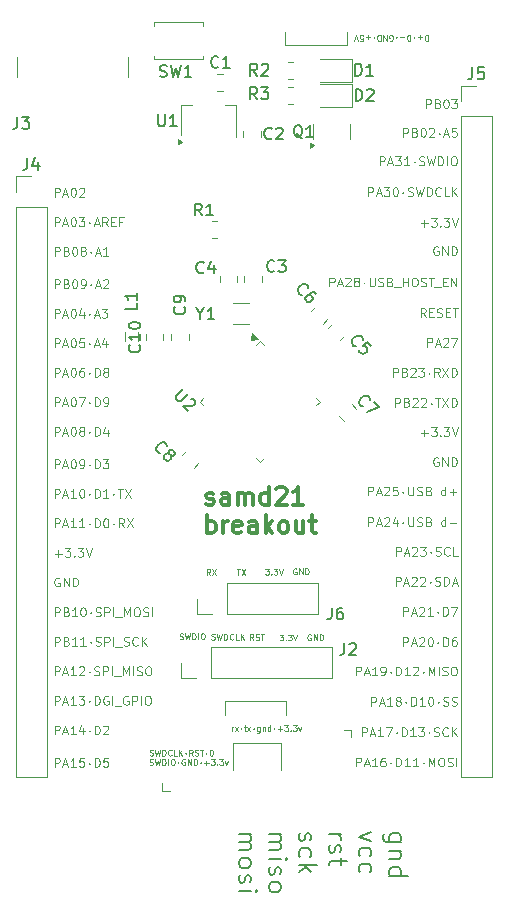
<source format=gbr>
%TF.GenerationSoftware,KiCad,Pcbnew,8.0.7*%
%TF.CreationDate,2025-01-26T21:31:55+01:00*%
%TF.ProjectId,samd21_breakout,73616d64-3231-45f6-9272-65616b6f7574,rev?*%
%TF.SameCoordinates,Original*%
%TF.FileFunction,Legend,Top*%
%TF.FilePolarity,Positive*%
%FSLAX46Y46*%
G04 Gerber Fmt 4.6, Leading zero omitted, Abs format (unit mm)*
G04 Created by KiCad (PCBNEW 8.0.7) date 2025-01-26 21:31:55*
%MOMM*%
%LPD*%
G01*
G04 APERTURE LIST*
%ADD10C,0.075000*%
%ADD11C,0.100000*%
%ADD12C,0.200000*%
%ADD13C,0.375000*%
%ADD14C,0.150000*%
%ADD15C,0.120000*%
G04 APERTURE END LIST*
D10*
X125310770Y-121394909D02*
X125620294Y-121394909D01*
X125620294Y-121394909D02*
X125453627Y-121585385D01*
X125453627Y-121585385D02*
X125525056Y-121585385D01*
X125525056Y-121585385D02*
X125572675Y-121609195D01*
X125572675Y-121609195D02*
X125596484Y-121633004D01*
X125596484Y-121633004D02*
X125620294Y-121680623D01*
X125620294Y-121680623D02*
X125620294Y-121799671D01*
X125620294Y-121799671D02*
X125596484Y-121847290D01*
X125596484Y-121847290D02*
X125572675Y-121871100D01*
X125572675Y-121871100D02*
X125525056Y-121894909D01*
X125525056Y-121894909D02*
X125382199Y-121894909D01*
X125382199Y-121894909D02*
X125334580Y-121871100D01*
X125334580Y-121871100D02*
X125310770Y-121847290D01*
X125834579Y-121847290D02*
X125858389Y-121871100D01*
X125858389Y-121871100D02*
X125834579Y-121894909D01*
X125834579Y-121894909D02*
X125810770Y-121871100D01*
X125810770Y-121871100D02*
X125834579Y-121847290D01*
X125834579Y-121847290D02*
X125834579Y-121894909D01*
X126025055Y-121394909D02*
X126334579Y-121394909D01*
X126334579Y-121394909D02*
X126167912Y-121585385D01*
X126167912Y-121585385D02*
X126239341Y-121585385D01*
X126239341Y-121585385D02*
X126286960Y-121609195D01*
X126286960Y-121609195D02*
X126310769Y-121633004D01*
X126310769Y-121633004D02*
X126334579Y-121680623D01*
X126334579Y-121680623D02*
X126334579Y-121799671D01*
X126334579Y-121799671D02*
X126310769Y-121847290D01*
X126310769Y-121847290D02*
X126286960Y-121871100D01*
X126286960Y-121871100D02*
X126239341Y-121894909D01*
X126239341Y-121894909D02*
X126096484Y-121894909D01*
X126096484Y-121894909D02*
X126048865Y-121871100D01*
X126048865Y-121871100D02*
X126025055Y-121847290D01*
X126477436Y-121394909D02*
X126644102Y-121894909D01*
X126644102Y-121894909D02*
X126810769Y-121394909D01*
X127940294Y-121408719D02*
X127892675Y-121384909D01*
X127892675Y-121384909D02*
X127821246Y-121384909D01*
X127821246Y-121384909D02*
X127749818Y-121408719D01*
X127749818Y-121408719D02*
X127702199Y-121456338D01*
X127702199Y-121456338D02*
X127678389Y-121503957D01*
X127678389Y-121503957D02*
X127654580Y-121599195D01*
X127654580Y-121599195D02*
X127654580Y-121670623D01*
X127654580Y-121670623D02*
X127678389Y-121765861D01*
X127678389Y-121765861D02*
X127702199Y-121813480D01*
X127702199Y-121813480D02*
X127749818Y-121861100D01*
X127749818Y-121861100D02*
X127821246Y-121884909D01*
X127821246Y-121884909D02*
X127868865Y-121884909D01*
X127868865Y-121884909D02*
X127940294Y-121861100D01*
X127940294Y-121861100D02*
X127964103Y-121837290D01*
X127964103Y-121837290D02*
X127964103Y-121670623D01*
X127964103Y-121670623D02*
X127868865Y-121670623D01*
X128178389Y-121884909D02*
X128178389Y-121384909D01*
X128178389Y-121384909D02*
X128464103Y-121884909D01*
X128464103Y-121884909D02*
X128464103Y-121384909D01*
X128702199Y-121884909D02*
X128702199Y-121384909D01*
X128702199Y-121384909D02*
X128821247Y-121384909D01*
X128821247Y-121384909D02*
X128892675Y-121408719D01*
X128892675Y-121408719D02*
X128940294Y-121456338D01*
X128940294Y-121456338D02*
X128964104Y-121503957D01*
X128964104Y-121503957D02*
X128987913Y-121599195D01*
X128987913Y-121599195D02*
X128987913Y-121670623D01*
X128987913Y-121670623D02*
X128964104Y-121765861D01*
X128964104Y-121765861D02*
X128940294Y-121813480D01*
X128940294Y-121813480D02*
X128892675Y-121861100D01*
X128892675Y-121861100D02*
X128821247Y-121884909D01*
X128821247Y-121884909D02*
X128702199Y-121884909D01*
X122896961Y-121424909D02*
X123182675Y-121424909D01*
X123039818Y-121924909D02*
X123039818Y-121424909D01*
X123301722Y-121424909D02*
X123635055Y-121924909D01*
X123635055Y-121424909D02*
X123301722Y-121924909D01*
X120664103Y-121904909D02*
X120497437Y-121666814D01*
X120378389Y-121904909D02*
X120378389Y-121404909D01*
X120378389Y-121404909D02*
X120568865Y-121404909D01*
X120568865Y-121404909D02*
X120616484Y-121428719D01*
X120616484Y-121428719D02*
X120640294Y-121452528D01*
X120640294Y-121452528D02*
X120664103Y-121500147D01*
X120664103Y-121500147D02*
X120664103Y-121571576D01*
X120664103Y-121571576D02*
X120640294Y-121619195D01*
X120640294Y-121619195D02*
X120616484Y-121643004D01*
X120616484Y-121643004D02*
X120568865Y-121666814D01*
X120568865Y-121666814D02*
X120378389Y-121666814D01*
X120830770Y-121404909D02*
X121164103Y-121904909D01*
X121164103Y-121404909D02*
X120830770Y-121904909D01*
X129160294Y-126988719D02*
X129112675Y-126964909D01*
X129112675Y-126964909D02*
X129041246Y-126964909D01*
X129041246Y-126964909D02*
X128969818Y-126988719D01*
X128969818Y-126988719D02*
X128922199Y-127036338D01*
X128922199Y-127036338D02*
X128898389Y-127083957D01*
X128898389Y-127083957D02*
X128874580Y-127179195D01*
X128874580Y-127179195D02*
X128874580Y-127250623D01*
X128874580Y-127250623D02*
X128898389Y-127345861D01*
X128898389Y-127345861D02*
X128922199Y-127393480D01*
X128922199Y-127393480D02*
X128969818Y-127441100D01*
X128969818Y-127441100D02*
X129041246Y-127464909D01*
X129041246Y-127464909D02*
X129088865Y-127464909D01*
X129088865Y-127464909D02*
X129160294Y-127441100D01*
X129160294Y-127441100D02*
X129184103Y-127417290D01*
X129184103Y-127417290D02*
X129184103Y-127250623D01*
X129184103Y-127250623D02*
X129088865Y-127250623D01*
X129398389Y-127464909D02*
X129398389Y-126964909D01*
X129398389Y-126964909D02*
X129684103Y-127464909D01*
X129684103Y-127464909D02*
X129684103Y-126964909D01*
X129922199Y-127464909D02*
X129922199Y-126964909D01*
X129922199Y-126964909D02*
X130041247Y-126964909D01*
X130041247Y-126964909D02*
X130112675Y-126988719D01*
X130112675Y-126988719D02*
X130160294Y-127036338D01*
X130160294Y-127036338D02*
X130184104Y-127083957D01*
X130184104Y-127083957D02*
X130207913Y-127179195D01*
X130207913Y-127179195D02*
X130207913Y-127250623D01*
X130207913Y-127250623D02*
X130184104Y-127345861D01*
X130184104Y-127345861D02*
X130160294Y-127393480D01*
X130160294Y-127393480D02*
X130112675Y-127441100D01*
X130112675Y-127441100D02*
X130041247Y-127464909D01*
X130041247Y-127464909D02*
X129922199Y-127464909D01*
X126530770Y-126974909D02*
X126840294Y-126974909D01*
X126840294Y-126974909D02*
X126673627Y-127165385D01*
X126673627Y-127165385D02*
X126745056Y-127165385D01*
X126745056Y-127165385D02*
X126792675Y-127189195D01*
X126792675Y-127189195D02*
X126816484Y-127213004D01*
X126816484Y-127213004D02*
X126840294Y-127260623D01*
X126840294Y-127260623D02*
X126840294Y-127379671D01*
X126840294Y-127379671D02*
X126816484Y-127427290D01*
X126816484Y-127427290D02*
X126792675Y-127451100D01*
X126792675Y-127451100D02*
X126745056Y-127474909D01*
X126745056Y-127474909D02*
X126602199Y-127474909D01*
X126602199Y-127474909D02*
X126554580Y-127451100D01*
X126554580Y-127451100D02*
X126530770Y-127427290D01*
X127054579Y-127427290D02*
X127078389Y-127451100D01*
X127078389Y-127451100D02*
X127054579Y-127474909D01*
X127054579Y-127474909D02*
X127030770Y-127451100D01*
X127030770Y-127451100D02*
X127054579Y-127427290D01*
X127054579Y-127427290D02*
X127054579Y-127474909D01*
X127245055Y-126974909D02*
X127554579Y-126974909D01*
X127554579Y-126974909D02*
X127387912Y-127165385D01*
X127387912Y-127165385D02*
X127459341Y-127165385D01*
X127459341Y-127165385D02*
X127506960Y-127189195D01*
X127506960Y-127189195D02*
X127530769Y-127213004D01*
X127530769Y-127213004D02*
X127554579Y-127260623D01*
X127554579Y-127260623D02*
X127554579Y-127379671D01*
X127554579Y-127379671D02*
X127530769Y-127427290D01*
X127530769Y-127427290D02*
X127506960Y-127451100D01*
X127506960Y-127451100D02*
X127459341Y-127474909D01*
X127459341Y-127474909D02*
X127316484Y-127474909D01*
X127316484Y-127474909D02*
X127268865Y-127451100D01*
X127268865Y-127451100D02*
X127245055Y-127427290D01*
X127697436Y-126974909D02*
X127864102Y-127474909D01*
X127864102Y-127474909D02*
X128030769Y-126974909D01*
X124314103Y-127434909D02*
X124147437Y-127196814D01*
X124028389Y-127434909D02*
X124028389Y-126934909D01*
X124028389Y-126934909D02*
X124218865Y-126934909D01*
X124218865Y-126934909D02*
X124266484Y-126958719D01*
X124266484Y-126958719D02*
X124290294Y-126982528D01*
X124290294Y-126982528D02*
X124314103Y-127030147D01*
X124314103Y-127030147D02*
X124314103Y-127101576D01*
X124314103Y-127101576D02*
X124290294Y-127149195D01*
X124290294Y-127149195D02*
X124266484Y-127173004D01*
X124266484Y-127173004D02*
X124218865Y-127196814D01*
X124218865Y-127196814D02*
X124028389Y-127196814D01*
X124504580Y-127411100D02*
X124576008Y-127434909D01*
X124576008Y-127434909D02*
X124695056Y-127434909D01*
X124695056Y-127434909D02*
X124742675Y-127411100D01*
X124742675Y-127411100D02*
X124766484Y-127387290D01*
X124766484Y-127387290D02*
X124790294Y-127339671D01*
X124790294Y-127339671D02*
X124790294Y-127292052D01*
X124790294Y-127292052D02*
X124766484Y-127244433D01*
X124766484Y-127244433D02*
X124742675Y-127220623D01*
X124742675Y-127220623D02*
X124695056Y-127196814D01*
X124695056Y-127196814D02*
X124599818Y-127173004D01*
X124599818Y-127173004D02*
X124552199Y-127149195D01*
X124552199Y-127149195D02*
X124528389Y-127125385D01*
X124528389Y-127125385D02*
X124504580Y-127077766D01*
X124504580Y-127077766D02*
X124504580Y-127030147D01*
X124504580Y-127030147D02*
X124528389Y-126982528D01*
X124528389Y-126982528D02*
X124552199Y-126958719D01*
X124552199Y-126958719D02*
X124599818Y-126934909D01*
X124599818Y-126934909D02*
X124718865Y-126934909D01*
X124718865Y-126934909D02*
X124790294Y-126958719D01*
X124933151Y-126934909D02*
X125218865Y-126934909D01*
X125076008Y-127434909D02*
X125076008Y-126934909D01*
X120754580Y-127381100D02*
X120826008Y-127404909D01*
X120826008Y-127404909D02*
X120945056Y-127404909D01*
X120945056Y-127404909D02*
X120992675Y-127381100D01*
X120992675Y-127381100D02*
X121016484Y-127357290D01*
X121016484Y-127357290D02*
X121040294Y-127309671D01*
X121040294Y-127309671D02*
X121040294Y-127262052D01*
X121040294Y-127262052D02*
X121016484Y-127214433D01*
X121016484Y-127214433D02*
X120992675Y-127190623D01*
X120992675Y-127190623D02*
X120945056Y-127166814D01*
X120945056Y-127166814D02*
X120849818Y-127143004D01*
X120849818Y-127143004D02*
X120802199Y-127119195D01*
X120802199Y-127119195D02*
X120778389Y-127095385D01*
X120778389Y-127095385D02*
X120754580Y-127047766D01*
X120754580Y-127047766D02*
X120754580Y-127000147D01*
X120754580Y-127000147D02*
X120778389Y-126952528D01*
X120778389Y-126952528D02*
X120802199Y-126928719D01*
X120802199Y-126928719D02*
X120849818Y-126904909D01*
X120849818Y-126904909D02*
X120968865Y-126904909D01*
X120968865Y-126904909D02*
X121040294Y-126928719D01*
X121206960Y-126904909D02*
X121326008Y-127404909D01*
X121326008Y-127404909D02*
X121421246Y-127047766D01*
X121421246Y-127047766D02*
X121516484Y-127404909D01*
X121516484Y-127404909D02*
X121635532Y-126904909D01*
X121826008Y-127404909D02*
X121826008Y-126904909D01*
X121826008Y-126904909D02*
X121945056Y-126904909D01*
X121945056Y-126904909D02*
X122016484Y-126928719D01*
X122016484Y-126928719D02*
X122064103Y-126976338D01*
X122064103Y-126976338D02*
X122087913Y-127023957D01*
X122087913Y-127023957D02*
X122111722Y-127119195D01*
X122111722Y-127119195D02*
X122111722Y-127190623D01*
X122111722Y-127190623D02*
X122087913Y-127285861D01*
X122087913Y-127285861D02*
X122064103Y-127333480D01*
X122064103Y-127333480D02*
X122016484Y-127381100D01*
X122016484Y-127381100D02*
X121945056Y-127404909D01*
X121945056Y-127404909D02*
X121826008Y-127404909D01*
X122611722Y-127357290D02*
X122587913Y-127381100D01*
X122587913Y-127381100D02*
X122516484Y-127404909D01*
X122516484Y-127404909D02*
X122468865Y-127404909D01*
X122468865Y-127404909D02*
X122397437Y-127381100D01*
X122397437Y-127381100D02*
X122349818Y-127333480D01*
X122349818Y-127333480D02*
X122326008Y-127285861D01*
X122326008Y-127285861D02*
X122302199Y-127190623D01*
X122302199Y-127190623D02*
X122302199Y-127119195D01*
X122302199Y-127119195D02*
X122326008Y-127023957D01*
X122326008Y-127023957D02*
X122349818Y-126976338D01*
X122349818Y-126976338D02*
X122397437Y-126928719D01*
X122397437Y-126928719D02*
X122468865Y-126904909D01*
X122468865Y-126904909D02*
X122516484Y-126904909D01*
X122516484Y-126904909D02*
X122587913Y-126928719D01*
X122587913Y-126928719D02*
X122611722Y-126952528D01*
X123064103Y-127404909D02*
X122826008Y-127404909D01*
X122826008Y-127404909D02*
X122826008Y-126904909D01*
X123230770Y-127404909D02*
X123230770Y-126904909D01*
X123516484Y-127404909D02*
X123302199Y-127119195D01*
X123516484Y-126904909D02*
X123230770Y-127190623D01*
X139098865Y-76215090D02*
X139098865Y-76715090D01*
X139098865Y-76715090D02*
X138979817Y-76715090D01*
X138979817Y-76715090D02*
X138908389Y-76691280D01*
X138908389Y-76691280D02*
X138860770Y-76643661D01*
X138860770Y-76643661D02*
X138836960Y-76596042D01*
X138836960Y-76596042D02*
X138813151Y-76500804D01*
X138813151Y-76500804D02*
X138813151Y-76429376D01*
X138813151Y-76429376D02*
X138836960Y-76334138D01*
X138836960Y-76334138D02*
X138860770Y-76286519D01*
X138860770Y-76286519D02*
X138908389Y-76238900D01*
X138908389Y-76238900D02*
X138979817Y-76215090D01*
X138979817Y-76215090D02*
X139098865Y-76215090D01*
X138598865Y-76405566D02*
X138217913Y-76405566D01*
X138408389Y-76215090D02*
X138408389Y-76596042D01*
X137908388Y-76429376D02*
X137932198Y-76405566D01*
X137932198Y-76405566D02*
X137908388Y-76381757D01*
X137908388Y-76381757D02*
X137884579Y-76405566D01*
X137884579Y-76405566D02*
X137908388Y-76429376D01*
X137908388Y-76429376D02*
X137908388Y-76381757D01*
X137598865Y-76215090D02*
X137598865Y-76715090D01*
X137598865Y-76715090D02*
X137479817Y-76715090D01*
X137479817Y-76715090D02*
X137408389Y-76691280D01*
X137408389Y-76691280D02*
X137360770Y-76643661D01*
X137360770Y-76643661D02*
X137336960Y-76596042D01*
X137336960Y-76596042D02*
X137313151Y-76500804D01*
X137313151Y-76500804D02*
X137313151Y-76429376D01*
X137313151Y-76429376D02*
X137336960Y-76334138D01*
X137336960Y-76334138D02*
X137360770Y-76286519D01*
X137360770Y-76286519D02*
X137408389Y-76238900D01*
X137408389Y-76238900D02*
X137479817Y-76215090D01*
X137479817Y-76215090D02*
X137598865Y-76215090D01*
X137098865Y-76405566D02*
X136717913Y-76405566D01*
X136408388Y-76429376D02*
X136432198Y-76405566D01*
X136432198Y-76405566D02*
X136408388Y-76381757D01*
X136408388Y-76381757D02*
X136384579Y-76405566D01*
X136384579Y-76405566D02*
X136408388Y-76429376D01*
X136408388Y-76429376D02*
X136408388Y-76381757D01*
X135836960Y-76691280D02*
X135884579Y-76715090D01*
X135884579Y-76715090D02*
X135956008Y-76715090D01*
X135956008Y-76715090D02*
X136027436Y-76691280D01*
X136027436Y-76691280D02*
X136075055Y-76643661D01*
X136075055Y-76643661D02*
X136098865Y-76596042D01*
X136098865Y-76596042D02*
X136122674Y-76500804D01*
X136122674Y-76500804D02*
X136122674Y-76429376D01*
X136122674Y-76429376D02*
X136098865Y-76334138D01*
X136098865Y-76334138D02*
X136075055Y-76286519D01*
X136075055Y-76286519D02*
X136027436Y-76238900D01*
X136027436Y-76238900D02*
X135956008Y-76215090D01*
X135956008Y-76215090D02*
X135908389Y-76215090D01*
X135908389Y-76215090D02*
X135836960Y-76238900D01*
X135836960Y-76238900D02*
X135813151Y-76262709D01*
X135813151Y-76262709D02*
X135813151Y-76429376D01*
X135813151Y-76429376D02*
X135908389Y-76429376D01*
X135598865Y-76215090D02*
X135598865Y-76715090D01*
X135598865Y-76715090D02*
X135313151Y-76215090D01*
X135313151Y-76215090D02*
X135313151Y-76715090D01*
X135075055Y-76215090D02*
X135075055Y-76715090D01*
X135075055Y-76715090D02*
X134956007Y-76715090D01*
X134956007Y-76715090D02*
X134884579Y-76691280D01*
X134884579Y-76691280D02*
X134836960Y-76643661D01*
X134836960Y-76643661D02*
X134813150Y-76596042D01*
X134813150Y-76596042D02*
X134789341Y-76500804D01*
X134789341Y-76500804D02*
X134789341Y-76429376D01*
X134789341Y-76429376D02*
X134813150Y-76334138D01*
X134813150Y-76334138D02*
X134836960Y-76286519D01*
X134836960Y-76286519D02*
X134884579Y-76238900D01*
X134884579Y-76238900D02*
X134956007Y-76215090D01*
X134956007Y-76215090D02*
X135075055Y-76215090D01*
X134503626Y-76429376D02*
X134527436Y-76405566D01*
X134527436Y-76405566D02*
X134503626Y-76381757D01*
X134503626Y-76381757D02*
X134479817Y-76405566D01*
X134479817Y-76405566D02*
X134503626Y-76429376D01*
X134503626Y-76429376D02*
X134503626Y-76381757D01*
X134194103Y-76405566D02*
X133813151Y-76405566D01*
X134003627Y-76215090D02*
X134003627Y-76596042D01*
X133336960Y-76715090D02*
X133575055Y-76715090D01*
X133575055Y-76715090D02*
X133598864Y-76476995D01*
X133598864Y-76476995D02*
X133575055Y-76500804D01*
X133575055Y-76500804D02*
X133527436Y-76524614D01*
X133527436Y-76524614D02*
X133408388Y-76524614D01*
X133408388Y-76524614D02*
X133360769Y-76500804D01*
X133360769Y-76500804D02*
X133336960Y-76476995D01*
X133336960Y-76476995D02*
X133313150Y-76429376D01*
X133313150Y-76429376D02*
X133313150Y-76310328D01*
X133313150Y-76310328D02*
X133336960Y-76262709D01*
X133336960Y-76262709D02*
X133360769Y-76238900D01*
X133360769Y-76238900D02*
X133408388Y-76215090D01*
X133408388Y-76215090D02*
X133527436Y-76215090D01*
X133527436Y-76215090D02*
X133575055Y-76238900D01*
X133575055Y-76238900D02*
X133598864Y-76262709D01*
X133170293Y-76715090D02*
X133003627Y-76215090D01*
X133003627Y-76215090D02*
X132836960Y-76715090D01*
X115524580Y-137196128D02*
X115596008Y-137219937D01*
X115596008Y-137219937D02*
X115715056Y-137219937D01*
X115715056Y-137219937D02*
X115762675Y-137196128D01*
X115762675Y-137196128D02*
X115786484Y-137172318D01*
X115786484Y-137172318D02*
X115810294Y-137124699D01*
X115810294Y-137124699D02*
X115810294Y-137077080D01*
X115810294Y-137077080D02*
X115786484Y-137029461D01*
X115786484Y-137029461D02*
X115762675Y-137005651D01*
X115762675Y-137005651D02*
X115715056Y-136981842D01*
X115715056Y-136981842D02*
X115619818Y-136958032D01*
X115619818Y-136958032D02*
X115572199Y-136934223D01*
X115572199Y-136934223D02*
X115548389Y-136910413D01*
X115548389Y-136910413D02*
X115524580Y-136862794D01*
X115524580Y-136862794D02*
X115524580Y-136815175D01*
X115524580Y-136815175D02*
X115548389Y-136767556D01*
X115548389Y-136767556D02*
X115572199Y-136743747D01*
X115572199Y-136743747D02*
X115619818Y-136719937D01*
X115619818Y-136719937D02*
X115738865Y-136719937D01*
X115738865Y-136719937D02*
X115810294Y-136743747D01*
X115976960Y-136719937D02*
X116096008Y-137219937D01*
X116096008Y-137219937D02*
X116191246Y-136862794D01*
X116191246Y-136862794D02*
X116286484Y-137219937D01*
X116286484Y-137219937D02*
X116405532Y-136719937D01*
X116596008Y-137219937D02*
X116596008Y-136719937D01*
X116596008Y-136719937D02*
X116715056Y-136719937D01*
X116715056Y-136719937D02*
X116786484Y-136743747D01*
X116786484Y-136743747D02*
X116834103Y-136791366D01*
X116834103Y-136791366D02*
X116857913Y-136838985D01*
X116857913Y-136838985D02*
X116881722Y-136934223D01*
X116881722Y-136934223D02*
X116881722Y-137005651D01*
X116881722Y-137005651D02*
X116857913Y-137100889D01*
X116857913Y-137100889D02*
X116834103Y-137148508D01*
X116834103Y-137148508D02*
X116786484Y-137196128D01*
X116786484Y-137196128D02*
X116715056Y-137219937D01*
X116715056Y-137219937D02*
X116596008Y-137219937D01*
X117381722Y-137172318D02*
X117357913Y-137196128D01*
X117357913Y-137196128D02*
X117286484Y-137219937D01*
X117286484Y-137219937D02*
X117238865Y-137219937D01*
X117238865Y-137219937D02*
X117167437Y-137196128D01*
X117167437Y-137196128D02*
X117119818Y-137148508D01*
X117119818Y-137148508D02*
X117096008Y-137100889D01*
X117096008Y-137100889D02*
X117072199Y-137005651D01*
X117072199Y-137005651D02*
X117072199Y-136934223D01*
X117072199Y-136934223D02*
X117096008Y-136838985D01*
X117096008Y-136838985D02*
X117119818Y-136791366D01*
X117119818Y-136791366D02*
X117167437Y-136743747D01*
X117167437Y-136743747D02*
X117238865Y-136719937D01*
X117238865Y-136719937D02*
X117286484Y-136719937D01*
X117286484Y-136719937D02*
X117357913Y-136743747D01*
X117357913Y-136743747D02*
X117381722Y-136767556D01*
X117834103Y-137219937D02*
X117596008Y-137219937D01*
X117596008Y-137219937D02*
X117596008Y-136719937D01*
X118000770Y-137219937D02*
X118000770Y-136719937D01*
X118286484Y-137219937D02*
X118072199Y-136934223D01*
X118286484Y-136719937D02*
X118000770Y-137005651D01*
X118572199Y-137005651D02*
X118548389Y-137029461D01*
X118548389Y-137029461D02*
X118572199Y-137053270D01*
X118572199Y-137053270D02*
X118596008Y-137029461D01*
X118596008Y-137029461D02*
X118572199Y-137005651D01*
X118572199Y-137005651D02*
X118572199Y-137053270D01*
X119167436Y-137219937D02*
X119000770Y-136981842D01*
X118881722Y-137219937D02*
X118881722Y-136719937D01*
X118881722Y-136719937D02*
X119072198Y-136719937D01*
X119072198Y-136719937D02*
X119119817Y-136743747D01*
X119119817Y-136743747D02*
X119143627Y-136767556D01*
X119143627Y-136767556D02*
X119167436Y-136815175D01*
X119167436Y-136815175D02*
X119167436Y-136886604D01*
X119167436Y-136886604D02*
X119143627Y-136934223D01*
X119143627Y-136934223D02*
X119119817Y-136958032D01*
X119119817Y-136958032D02*
X119072198Y-136981842D01*
X119072198Y-136981842D02*
X118881722Y-136981842D01*
X119357913Y-137196128D02*
X119429341Y-137219937D01*
X119429341Y-137219937D02*
X119548389Y-137219937D01*
X119548389Y-137219937D02*
X119596008Y-137196128D01*
X119596008Y-137196128D02*
X119619817Y-137172318D01*
X119619817Y-137172318D02*
X119643627Y-137124699D01*
X119643627Y-137124699D02*
X119643627Y-137077080D01*
X119643627Y-137077080D02*
X119619817Y-137029461D01*
X119619817Y-137029461D02*
X119596008Y-137005651D01*
X119596008Y-137005651D02*
X119548389Y-136981842D01*
X119548389Y-136981842D02*
X119453151Y-136958032D01*
X119453151Y-136958032D02*
X119405532Y-136934223D01*
X119405532Y-136934223D02*
X119381722Y-136910413D01*
X119381722Y-136910413D02*
X119357913Y-136862794D01*
X119357913Y-136862794D02*
X119357913Y-136815175D01*
X119357913Y-136815175D02*
X119381722Y-136767556D01*
X119381722Y-136767556D02*
X119405532Y-136743747D01*
X119405532Y-136743747D02*
X119453151Y-136719937D01*
X119453151Y-136719937D02*
X119572198Y-136719937D01*
X119572198Y-136719937D02*
X119643627Y-136743747D01*
X119786484Y-136719937D02*
X120072198Y-136719937D01*
X119929341Y-137219937D02*
X119929341Y-136719937D01*
X120310293Y-137005651D02*
X120286483Y-137029461D01*
X120286483Y-137029461D02*
X120310293Y-137053270D01*
X120310293Y-137053270D02*
X120334102Y-137029461D01*
X120334102Y-137029461D02*
X120310293Y-137005651D01*
X120310293Y-137005651D02*
X120310293Y-137053270D01*
X120715054Y-136719937D02*
X120762673Y-136719937D01*
X120762673Y-136719937D02*
X120810292Y-136743747D01*
X120810292Y-136743747D02*
X120834102Y-136767556D01*
X120834102Y-136767556D02*
X120857911Y-136815175D01*
X120857911Y-136815175D02*
X120881721Y-136910413D01*
X120881721Y-136910413D02*
X120881721Y-137029461D01*
X120881721Y-137029461D02*
X120857911Y-137124699D01*
X120857911Y-137124699D02*
X120834102Y-137172318D01*
X120834102Y-137172318D02*
X120810292Y-137196128D01*
X120810292Y-137196128D02*
X120762673Y-137219937D01*
X120762673Y-137219937D02*
X120715054Y-137219937D01*
X120715054Y-137219937D02*
X120667435Y-137196128D01*
X120667435Y-137196128D02*
X120643626Y-137172318D01*
X120643626Y-137172318D02*
X120619816Y-137124699D01*
X120619816Y-137124699D02*
X120596007Y-137029461D01*
X120596007Y-137029461D02*
X120596007Y-136910413D01*
X120596007Y-136910413D02*
X120619816Y-136815175D01*
X120619816Y-136815175D02*
X120643626Y-136767556D01*
X120643626Y-136767556D02*
X120667435Y-136743747D01*
X120667435Y-136743747D02*
X120715054Y-136719937D01*
X115524580Y-138001100D02*
X115596008Y-138024909D01*
X115596008Y-138024909D02*
X115715056Y-138024909D01*
X115715056Y-138024909D02*
X115762675Y-138001100D01*
X115762675Y-138001100D02*
X115786484Y-137977290D01*
X115786484Y-137977290D02*
X115810294Y-137929671D01*
X115810294Y-137929671D02*
X115810294Y-137882052D01*
X115810294Y-137882052D02*
X115786484Y-137834433D01*
X115786484Y-137834433D02*
X115762675Y-137810623D01*
X115762675Y-137810623D02*
X115715056Y-137786814D01*
X115715056Y-137786814D02*
X115619818Y-137763004D01*
X115619818Y-137763004D02*
X115572199Y-137739195D01*
X115572199Y-137739195D02*
X115548389Y-137715385D01*
X115548389Y-137715385D02*
X115524580Y-137667766D01*
X115524580Y-137667766D02*
X115524580Y-137620147D01*
X115524580Y-137620147D02*
X115548389Y-137572528D01*
X115548389Y-137572528D02*
X115572199Y-137548719D01*
X115572199Y-137548719D02*
X115619818Y-137524909D01*
X115619818Y-137524909D02*
X115738865Y-137524909D01*
X115738865Y-137524909D02*
X115810294Y-137548719D01*
X115976960Y-137524909D02*
X116096008Y-138024909D01*
X116096008Y-138024909D02*
X116191246Y-137667766D01*
X116191246Y-137667766D02*
X116286484Y-138024909D01*
X116286484Y-138024909D02*
X116405532Y-137524909D01*
X116596008Y-138024909D02*
X116596008Y-137524909D01*
X116596008Y-137524909D02*
X116715056Y-137524909D01*
X116715056Y-137524909D02*
X116786484Y-137548719D01*
X116786484Y-137548719D02*
X116834103Y-137596338D01*
X116834103Y-137596338D02*
X116857913Y-137643957D01*
X116857913Y-137643957D02*
X116881722Y-137739195D01*
X116881722Y-137739195D02*
X116881722Y-137810623D01*
X116881722Y-137810623D02*
X116857913Y-137905861D01*
X116857913Y-137905861D02*
X116834103Y-137953480D01*
X116834103Y-137953480D02*
X116786484Y-138001100D01*
X116786484Y-138001100D02*
X116715056Y-138024909D01*
X116715056Y-138024909D02*
X116596008Y-138024909D01*
X117096008Y-138024909D02*
X117096008Y-137524909D01*
X117429341Y-137524909D02*
X117524579Y-137524909D01*
X117524579Y-137524909D02*
X117572198Y-137548719D01*
X117572198Y-137548719D02*
X117619817Y-137596338D01*
X117619817Y-137596338D02*
X117643627Y-137691576D01*
X117643627Y-137691576D02*
X117643627Y-137858242D01*
X117643627Y-137858242D02*
X117619817Y-137953480D01*
X117619817Y-137953480D02*
X117572198Y-138001100D01*
X117572198Y-138001100D02*
X117524579Y-138024909D01*
X117524579Y-138024909D02*
X117429341Y-138024909D01*
X117429341Y-138024909D02*
X117381722Y-138001100D01*
X117381722Y-138001100D02*
X117334103Y-137953480D01*
X117334103Y-137953480D02*
X117310294Y-137858242D01*
X117310294Y-137858242D02*
X117310294Y-137691576D01*
X117310294Y-137691576D02*
X117334103Y-137596338D01*
X117334103Y-137596338D02*
X117381722Y-137548719D01*
X117381722Y-137548719D02*
X117429341Y-137524909D01*
X117929342Y-137810623D02*
X117905532Y-137834433D01*
X117905532Y-137834433D02*
X117929342Y-137858242D01*
X117929342Y-137858242D02*
X117953151Y-137834433D01*
X117953151Y-137834433D02*
X117929342Y-137810623D01*
X117929342Y-137810623D02*
X117929342Y-137858242D01*
X118500770Y-137548719D02*
X118453151Y-137524909D01*
X118453151Y-137524909D02*
X118381722Y-137524909D01*
X118381722Y-137524909D02*
X118310294Y-137548719D01*
X118310294Y-137548719D02*
X118262675Y-137596338D01*
X118262675Y-137596338D02*
X118238865Y-137643957D01*
X118238865Y-137643957D02*
X118215056Y-137739195D01*
X118215056Y-137739195D02*
X118215056Y-137810623D01*
X118215056Y-137810623D02*
X118238865Y-137905861D01*
X118238865Y-137905861D02*
X118262675Y-137953480D01*
X118262675Y-137953480D02*
X118310294Y-138001100D01*
X118310294Y-138001100D02*
X118381722Y-138024909D01*
X118381722Y-138024909D02*
X118429341Y-138024909D01*
X118429341Y-138024909D02*
X118500770Y-138001100D01*
X118500770Y-138001100D02*
X118524579Y-137977290D01*
X118524579Y-137977290D02*
X118524579Y-137810623D01*
X118524579Y-137810623D02*
X118429341Y-137810623D01*
X118738865Y-138024909D02*
X118738865Y-137524909D01*
X118738865Y-137524909D02*
X119024579Y-138024909D01*
X119024579Y-138024909D02*
X119024579Y-137524909D01*
X119262675Y-138024909D02*
X119262675Y-137524909D01*
X119262675Y-137524909D02*
X119381723Y-137524909D01*
X119381723Y-137524909D02*
X119453151Y-137548719D01*
X119453151Y-137548719D02*
X119500770Y-137596338D01*
X119500770Y-137596338D02*
X119524580Y-137643957D01*
X119524580Y-137643957D02*
X119548389Y-137739195D01*
X119548389Y-137739195D02*
X119548389Y-137810623D01*
X119548389Y-137810623D02*
X119524580Y-137905861D01*
X119524580Y-137905861D02*
X119500770Y-137953480D01*
X119500770Y-137953480D02*
X119453151Y-138001100D01*
X119453151Y-138001100D02*
X119381723Y-138024909D01*
X119381723Y-138024909D02*
X119262675Y-138024909D01*
X119834104Y-137810623D02*
X119810294Y-137834433D01*
X119810294Y-137834433D02*
X119834104Y-137858242D01*
X119834104Y-137858242D02*
X119857913Y-137834433D01*
X119857913Y-137834433D02*
X119834104Y-137810623D01*
X119834104Y-137810623D02*
X119834104Y-137858242D01*
X120143627Y-137834433D02*
X120524580Y-137834433D01*
X120334103Y-138024909D02*
X120334103Y-137643957D01*
X120715056Y-137524909D02*
X121024580Y-137524909D01*
X121024580Y-137524909D02*
X120857913Y-137715385D01*
X120857913Y-137715385D02*
X120929342Y-137715385D01*
X120929342Y-137715385D02*
X120976961Y-137739195D01*
X120976961Y-137739195D02*
X121000770Y-137763004D01*
X121000770Y-137763004D02*
X121024580Y-137810623D01*
X121024580Y-137810623D02*
X121024580Y-137929671D01*
X121024580Y-137929671D02*
X121000770Y-137977290D01*
X121000770Y-137977290D02*
X120976961Y-138001100D01*
X120976961Y-138001100D02*
X120929342Y-138024909D01*
X120929342Y-138024909D02*
X120786485Y-138024909D01*
X120786485Y-138024909D02*
X120738866Y-138001100D01*
X120738866Y-138001100D02*
X120715056Y-137977290D01*
X121238865Y-137977290D02*
X121262675Y-138001100D01*
X121262675Y-138001100D02*
X121238865Y-138024909D01*
X121238865Y-138024909D02*
X121215056Y-138001100D01*
X121215056Y-138001100D02*
X121238865Y-137977290D01*
X121238865Y-137977290D02*
X121238865Y-138024909D01*
X121429341Y-137524909D02*
X121738865Y-137524909D01*
X121738865Y-137524909D02*
X121572198Y-137715385D01*
X121572198Y-137715385D02*
X121643627Y-137715385D01*
X121643627Y-137715385D02*
X121691246Y-137739195D01*
X121691246Y-137739195D02*
X121715055Y-137763004D01*
X121715055Y-137763004D02*
X121738865Y-137810623D01*
X121738865Y-137810623D02*
X121738865Y-137929671D01*
X121738865Y-137929671D02*
X121715055Y-137977290D01*
X121715055Y-137977290D02*
X121691246Y-138001100D01*
X121691246Y-138001100D02*
X121643627Y-138024909D01*
X121643627Y-138024909D02*
X121500770Y-138024909D01*
X121500770Y-138024909D02*
X121453151Y-138001100D01*
X121453151Y-138001100D02*
X121429341Y-137977290D01*
X121905531Y-137691576D02*
X122024579Y-138024909D01*
X122024579Y-138024909D02*
X122143626Y-137691576D01*
X122458389Y-135134909D02*
X122458389Y-134801576D01*
X122458389Y-134896814D02*
X122482199Y-134849195D01*
X122482199Y-134849195D02*
X122506008Y-134825385D01*
X122506008Y-134825385D02*
X122553627Y-134801576D01*
X122553627Y-134801576D02*
X122601246Y-134801576D01*
X122720294Y-135134909D02*
X122982199Y-134801576D01*
X122720294Y-134801576D02*
X122982199Y-135134909D01*
X123244104Y-134920623D02*
X123220294Y-134944433D01*
X123220294Y-134944433D02*
X123244104Y-134968242D01*
X123244104Y-134968242D02*
X123267913Y-134944433D01*
X123267913Y-134944433D02*
X123244104Y-134920623D01*
X123244104Y-134920623D02*
X123244104Y-134968242D01*
X123482199Y-134801576D02*
X123672675Y-134801576D01*
X123553627Y-134634909D02*
X123553627Y-135063480D01*
X123553627Y-135063480D02*
X123577437Y-135111100D01*
X123577437Y-135111100D02*
X123625056Y-135134909D01*
X123625056Y-135134909D02*
X123672675Y-135134909D01*
X123791722Y-135134909D02*
X124053627Y-134801576D01*
X123791722Y-134801576D02*
X124053627Y-135134909D01*
X124315532Y-134920623D02*
X124291722Y-134944433D01*
X124291722Y-134944433D02*
X124315532Y-134968242D01*
X124315532Y-134968242D02*
X124339341Y-134944433D01*
X124339341Y-134944433D02*
X124315532Y-134920623D01*
X124315532Y-134920623D02*
X124315532Y-134968242D01*
X124839341Y-134801576D02*
X124839341Y-135206338D01*
X124839341Y-135206338D02*
X124815531Y-135253957D01*
X124815531Y-135253957D02*
X124791722Y-135277766D01*
X124791722Y-135277766D02*
X124744103Y-135301576D01*
X124744103Y-135301576D02*
X124672674Y-135301576D01*
X124672674Y-135301576D02*
X124625055Y-135277766D01*
X124839341Y-135111100D02*
X124791722Y-135134909D01*
X124791722Y-135134909D02*
X124696484Y-135134909D01*
X124696484Y-135134909D02*
X124648865Y-135111100D01*
X124648865Y-135111100D02*
X124625055Y-135087290D01*
X124625055Y-135087290D02*
X124601246Y-135039671D01*
X124601246Y-135039671D02*
X124601246Y-134896814D01*
X124601246Y-134896814D02*
X124625055Y-134849195D01*
X124625055Y-134849195D02*
X124648865Y-134825385D01*
X124648865Y-134825385D02*
X124696484Y-134801576D01*
X124696484Y-134801576D02*
X124791722Y-134801576D01*
X124791722Y-134801576D02*
X124839341Y-134825385D01*
X125077436Y-134801576D02*
X125077436Y-135134909D01*
X125077436Y-134849195D02*
X125101246Y-134825385D01*
X125101246Y-134825385D02*
X125148865Y-134801576D01*
X125148865Y-134801576D02*
X125220293Y-134801576D01*
X125220293Y-134801576D02*
X125267912Y-134825385D01*
X125267912Y-134825385D02*
X125291722Y-134873004D01*
X125291722Y-134873004D02*
X125291722Y-135134909D01*
X125744103Y-135134909D02*
X125744103Y-134634909D01*
X125744103Y-135111100D02*
X125696484Y-135134909D01*
X125696484Y-135134909D02*
X125601246Y-135134909D01*
X125601246Y-135134909D02*
X125553627Y-135111100D01*
X125553627Y-135111100D02*
X125529817Y-135087290D01*
X125529817Y-135087290D02*
X125506008Y-135039671D01*
X125506008Y-135039671D02*
X125506008Y-134896814D01*
X125506008Y-134896814D02*
X125529817Y-134849195D01*
X125529817Y-134849195D02*
X125553627Y-134825385D01*
X125553627Y-134825385D02*
X125601246Y-134801576D01*
X125601246Y-134801576D02*
X125696484Y-134801576D01*
X125696484Y-134801576D02*
X125744103Y-134825385D01*
X126053627Y-134920623D02*
X126029817Y-134944433D01*
X126029817Y-134944433D02*
X126053627Y-134968242D01*
X126053627Y-134968242D02*
X126077436Y-134944433D01*
X126077436Y-134944433D02*
X126053627Y-134920623D01*
X126053627Y-134920623D02*
X126053627Y-134968242D01*
X126363150Y-134944433D02*
X126744103Y-134944433D01*
X126553626Y-135134909D02*
X126553626Y-134753957D01*
X126934579Y-134634909D02*
X127244103Y-134634909D01*
X127244103Y-134634909D02*
X127077436Y-134825385D01*
X127077436Y-134825385D02*
X127148865Y-134825385D01*
X127148865Y-134825385D02*
X127196484Y-134849195D01*
X127196484Y-134849195D02*
X127220293Y-134873004D01*
X127220293Y-134873004D02*
X127244103Y-134920623D01*
X127244103Y-134920623D02*
X127244103Y-135039671D01*
X127244103Y-135039671D02*
X127220293Y-135087290D01*
X127220293Y-135087290D02*
X127196484Y-135111100D01*
X127196484Y-135111100D02*
X127148865Y-135134909D01*
X127148865Y-135134909D02*
X127006008Y-135134909D01*
X127006008Y-135134909D02*
X126958389Y-135111100D01*
X126958389Y-135111100D02*
X126934579Y-135087290D01*
X127458388Y-135087290D02*
X127482198Y-135111100D01*
X127482198Y-135111100D02*
X127458388Y-135134909D01*
X127458388Y-135134909D02*
X127434579Y-135111100D01*
X127434579Y-135111100D02*
X127458388Y-135087290D01*
X127458388Y-135087290D02*
X127458388Y-135134909D01*
X127648864Y-134634909D02*
X127958388Y-134634909D01*
X127958388Y-134634909D02*
X127791721Y-134825385D01*
X127791721Y-134825385D02*
X127863150Y-134825385D01*
X127863150Y-134825385D02*
X127910769Y-134849195D01*
X127910769Y-134849195D02*
X127934578Y-134873004D01*
X127934578Y-134873004D02*
X127958388Y-134920623D01*
X127958388Y-134920623D02*
X127958388Y-135039671D01*
X127958388Y-135039671D02*
X127934578Y-135087290D01*
X127934578Y-135087290D02*
X127910769Y-135111100D01*
X127910769Y-135111100D02*
X127863150Y-135134909D01*
X127863150Y-135134909D02*
X127720293Y-135134909D01*
X127720293Y-135134909D02*
X127672674Y-135111100D01*
X127672674Y-135111100D02*
X127648864Y-135087290D01*
X128125054Y-134801576D02*
X128244102Y-135134909D01*
X128244102Y-135134909D02*
X128363149Y-134801576D01*
D11*
X134031353Y-117803014D02*
X134031353Y-117053014D01*
X134031353Y-117053014D02*
X134317067Y-117053014D01*
X134317067Y-117053014D02*
X134388496Y-117088728D01*
X134388496Y-117088728D02*
X134424210Y-117124442D01*
X134424210Y-117124442D02*
X134459924Y-117195871D01*
X134459924Y-117195871D02*
X134459924Y-117303014D01*
X134459924Y-117303014D02*
X134424210Y-117374442D01*
X134424210Y-117374442D02*
X134388496Y-117410157D01*
X134388496Y-117410157D02*
X134317067Y-117445871D01*
X134317067Y-117445871D02*
X134031353Y-117445871D01*
X134745639Y-117588728D02*
X135102782Y-117588728D01*
X134674210Y-117803014D02*
X134924210Y-117053014D01*
X134924210Y-117053014D02*
X135174210Y-117803014D01*
X135388496Y-117124442D02*
X135424210Y-117088728D01*
X135424210Y-117088728D02*
X135495639Y-117053014D01*
X135495639Y-117053014D02*
X135674210Y-117053014D01*
X135674210Y-117053014D02*
X135745639Y-117088728D01*
X135745639Y-117088728D02*
X135781353Y-117124442D01*
X135781353Y-117124442D02*
X135817067Y-117195871D01*
X135817067Y-117195871D02*
X135817067Y-117267300D01*
X135817067Y-117267300D02*
X135781353Y-117374442D01*
X135781353Y-117374442D02*
X135352781Y-117803014D01*
X135352781Y-117803014D02*
X135817067Y-117803014D01*
X136459925Y-117303014D02*
X136459925Y-117803014D01*
X136281353Y-117017300D02*
X136102782Y-117553014D01*
X136102782Y-117553014D02*
X136567067Y-117553014D01*
X136959925Y-117481585D02*
X136924211Y-117517300D01*
X136924211Y-117517300D02*
X136959925Y-117553014D01*
X136959925Y-117553014D02*
X136995639Y-117517300D01*
X136995639Y-117517300D02*
X136959925Y-117481585D01*
X136959925Y-117481585D02*
X136959925Y-117553014D01*
X137424211Y-117053014D02*
X137424211Y-117660157D01*
X137424211Y-117660157D02*
X137459925Y-117731585D01*
X137459925Y-117731585D02*
X137495640Y-117767300D01*
X137495640Y-117767300D02*
X137567068Y-117803014D01*
X137567068Y-117803014D02*
X137709925Y-117803014D01*
X137709925Y-117803014D02*
X137781354Y-117767300D01*
X137781354Y-117767300D02*
X137817068Y-117731585D01*
X137817068Y-117731585D02*
X137852782Y-117660157D01*
X137852782Y-117660157D02*
X137852782Y-117053014D01*
X138174211Y-117767300D02*
X138281354Y-117803014D01*
X138281354Y-117803014D02*
X138459925Y-117803014D01*
X138459925Y-117803014D02*
X138531354Y-117767300D01*
X138531354Y-117767300D02*
X138567068Y-117731585D01*
X138567068Y-117731585D02*
X138602782Y-117660157D01*
X138602782Y-117660157D02*
X138602782Y-117588728D01*
X138602782Y-117588728D02*
X138567068Y-117517300D01*
X138567068Y-117517300D02*
X138531354Y-117481585D01*
X138531354Y-117481585D02*
X138459925Y-117445871D01*
X138459925Y-117445871D02*
X138317068Y-117410157D01*
X138317068Y-117410157D02*
X138245639Y-117374442D01*
X138245639Y-117374442D02*
X138209925Y-117338728D01*
X138209925Y-117338728D02*
X138174211Y-117267300D01*
X138174211Y-117267300D02*
X138174211Y-117195871D01*
X138174211Y-117195871D02*
X138209925Y-117124442D01*
X138209925Y-117124442D02*
X138245639Y-117088728D01*
X138245639Y-117088728D02*
X138317068Y-117053014D01*
X138317068Y-117053014D02*
X138495639Y-117053014D01*
X138495639Y-117053014D02*
X138602782Y-117088728D01*
X139174211Y-117410157D02*
X139281354Y-117445871D01*
X139281354Y-117445871D02*
X139317068Y-117481585D01*
X139317068Y-117481585D02*
X139352782Y-117553014D01*
X139352782Y-117553014D02*
X139352782Y-117660157D01*
X139352782Y-117660157D02*
X139317068Y-117731585D01*
X139317068Y-117731585D02*
X139281354Y-117767300D01*
X139281354Y-117767300D02*
X139209925Y-117803014D01*
X139209925Y-117803014D02*
X138924211Y-117803014D01*
X138924211Y-117803014D02*
X138924211Y-117053014D01*
X138924211Y-117053014D02*
X139174211Y-117053014D01*
X139174211Y-117053014D02*
X139245640Y-117088728D01*
X139245640Y-117088728D02*
X139281354Y-117124442D01*
X139281354Y-117124442D02*
X139317068Y-117195871D01*
X139317068Y-117195871D02*
X139317068Y-117267300D01*
X139317068Y-117267300D02*
X139281354Y-117338728D01*
X139281354Y-117338728D02*
X139245640Y-117374442D01*
X139245640Y-117374442D02*
X139174211Y-117410157D01*
X139174211Y-117410157D02*
X138924211Y-117410157D01*
X140567069Y-117803014D02*
X140567069Y-117053014D01*
X140567069Y-117767300D02*
X140495640Y-117803014D01*
X140495640Y-117803014D02*
X140352783Y-117803014D01*
X140352783Y-117803014D02*
X140281354Y-117767300D01*
X140281354Y-117767300D02*
X140245640Y-117731585D01*
X140245640Y-117731585D02*
X140209926Y-117660157D01*
X140209926Y-117660157D02*
X140209926Y-117445871D01*
X140209926Y-117445871D02*
X140245640Y-117374442D01*
X140245640Y-117374442D02*
X140281354Y-117338728D01*
X140281354Y-117338728D02*
X140352783Y-117303014D01*
X140352783Y-117303014D02*
X140495640Y-117303014D01*
X140495640Y-117303014D02*
X140567069Y-117338728D01*
X140924211Y-117517300D02*
X141495640Y-117517300D01*
X107494360Y-120117300D02*
X108065789Y-120117300D01*
X107780074Y-120403014D02*
X107780074Y-119831585D01*
X108351502Y-119653014D02*
X108815788Y-119653014D01*
X108815788Y-119653014D02*
X108565788Y-119938728D01*
X108565788Y-119938728D02*
X108672931Y-119938728D01*
X108672931Y-119938728D02*
X108744360Y-119974442D01*
X108744360Y-119974442D02*
X108780074Y-120010157D01*
X108780074Y-120010157D02*
X108815788Y-120081585D01*
X108815788Y-120081585D02*
X108815788Y-120260157D01*
X108815788Y-120260157D02*
X108780074Y-120331585D01*
X108780074Y-120331585D02*
X108744360Y-120367300D01*
X108744360Y-120367300D02*
X108672931Y-120403014D01*
X108672931Y-120403014D02*
X108458645Y-120403014D01*
X108458645Y-120403014D02*
X108387217Y-120367300D01*
X108387217Y-120367300D02*
X108351502Y-120331585D01*
X109137217Y-120331585D02*
X109172931Y-120367300D01*
X109172931Y-120367300D02*
X109137217Y-120403014D01*
X109137217Y-120403014D02*
X109101503Y-120367300D01*
X109101503Y-120367300D02*
X109137217Y-120331585D01*
X109137217Y-120331585D02*
X109137217Y-120403014D01*
X109422931Y-119653014D02*
X109887217Y-119653014D01*
X109887217Y-119653014D02*
X109637217Y-119938728D01*
X109637217Y-119938728D02*
X109744360Y-119938728D01*
X109744360Y-119938728D02*
X109815789Y-119974442D01*
X109815789Y-119974442D02*
X109851503Y-120010157D01*
X109851503Y-120010157D02*
X109887217Y-120081585D01*
X109887217Y-120081585D02*
X109887217Y-120260157D01*
X109887217Y-120260157D02*
X109851503Y-120331585D01*
X109851503Y-120331585D02*
X109815789Y-120367300D01*
X109815789Y-120367300D02*
X109744360Y-120403014D01*
X109744360Y-120403014D02*
X109530074Y-120403014D01*
X109530074Y-120403014D02*
X109458646Y-120367300D01*
X109458646Y-120367300D02*
X109422931Y-120331585D01*
X110101503Y-119653014D02*
X110351503Y-120403014D01*
X110351503Y-120403014D02*
X110601503Y-119653014D01*
X134281351Y-133013014D02*
X134281351Y-132263014D01*
X134281351Y-132263014D02*
X134567065Y-132263014D01*
X134567065Y-132263014D02*
X134638494Y-132298728D01*
X134638494Y-132298728D02*
X134674208Y-132334442D01*
X134674208Y-132334442D02*
X134709922Y-132405871D01*
X134709922Y-132405871D02*
X134709922Y-132513014D01*
X134709922Y-132513014D02*
X134674208Y-132584442D01*
X134674208Y-132584442D02*
X134638494Y-132620157D01*
X134638494Y-132620157D02*
X134567065Y-132655871D01*
X134567065Y-132655871D02*
X134281351Y-132655871D01*
X134995637Y-132798728D02*
X135352780Y-132798728D01*
X134924208Y-133013014D02*
X135174208Y-132263014D01*
X135174208Y-132263014D02*
X135424208Y-133013014D01*
X136067065Y-133013014D02*
X135638494Y-133013014D01*
X135852779Y-133013014D02*
X135852779Y-132263014D01*
X135852779Y-132263014D02*
X135781351Y-132370157D01*
X135781351Y-132370157D02*
X135709922Y-132441585D01*
X135709922Y-132441585D02*
X135638494Y-132477300D01*
X136495637Y-132584442D02*
X136424208Y-132548728D01*
X136424208Y-132548728D02*
X136388494Y-132513014D01*
X136388494Y-132513014D02*
X136352780Y-132441585D01*
X136352780Y-132441585D02*
X136352780Y-132405871D01*
X136352780Y-132405871D02*
X136388494Y-132334442D01*
X136388494Y-132334442D02*
X136424208Y-132298728D01*
X136424208Y-132298728D02*
X136495637Y-132263014D01*
X136495637Y-132263014D02*
X136638494Y-132263014D01*
X136638494Y-132263014D02*
X136709923Y-132298728D01*
X136709923Y-132298728D02*
X136745637Y-132334442D01*
X136745637Y-132334442D02*
X136781351Y-132405871D01*
X136781351Y-132405871D02*
X136781351Y-132441585D01*
X136781351Y-132441585D02*
X136745637Y-132513014D01*
X136745637Y-132513014D02*
X136709923Y-132548728D01*
X136709923Y-132548728D02*
X136638494Y-132584442D01*
X136638494Y-132584442D02*
X136495637Y-132584442D01*
X136495637Y-132584442D02*
X136424208Y-132620157D01*
X136424208Y-132620157D02*
X136388494Y-132655871D01*
X136388494Y-132655871D02*
X136352780Y-132727300D01*
X136352780Y-132727300D02*
X136352780Y-132870157D01*
X136352780Y-132870157D02*
X136388494Y-132941585D01*
X136388494Y-132941585D02*
X136424208Y-132977300D01*
X136424208Y-132977300D02*
X136495637Y-133013014D01*
X136495637Y-133013014D02*
X136638494Y-133013014D01*
X136638494Y-133013014D02*
X136709923Y-132977300D01*
X136709923Y-132977300D02*
X136745637Y-132941585D01*
X136745637Y-132941585D02*
X136781351Y-132870157D01*
X136781351Y-132870157D02*
X136781351Y-132727300D01*
X136781351Y-132727300D02*
X136745637Y-132655871D01*
X136745637Y-132655871D02*
X136709923Y-132620157D01*
X136709923Y-132620157D02*
X136638494Y-132584442D01*
X137209923Y-132691585D02*
X137174209Y-132727300D01*
X137174209Y-132727300D02*
X137209923Y-132763014D01*
X137209923Y-132763014D02*
X137245637Y-132727300D01*
X137245637Y-132727300D02*
X137209923Y-132691585D01*
X137209923Y-132691585D02*
X137209923Y-132763014D01*
X137674209Y-133013014D02*
X137674209Y-132263014D01*
X137674209Y-132263014D02*
X137852780Y-132263014D01*
X137852780Y-132263014D02*
X137959923Y-132298728D01*
X137959923Y-132298728D02*
X138031352Y-132370157D01*
X138031352Y-132370157D02*
X138067066Y-132441585D01*
X138067066Y-132441585D02*
X138102780Y-132584442D01*
X138102780Y-132584442D02*
X138102780Y-132691585D01*
X138102780Y-132691585D02*
X138067066Y-132834442D01*
X138067066Y-132834442D02*
X138031352Y-132905871D01*
X138031352Y-132905871D02*
X137959923Y-132977300D01*
X137959923Y-132977300D02*
X137852780Y-133013014D01*
X137852780Y-133013014D02*
X137674209Y-133013014D01*
X138817066Y-133013014D02*
X138388495Y-133013014D01*
X138602780Y-133013014D02*
X138602780Y-132263014D01*
X138602780Y-132263014D02*
X138531352Y-132370157D01*
X138531352Y-132370157D02*
X138459923Y-132441585D01*
X138459923Y-132441585D02*
X138388495Y-132477300D01*
X139281352Y-132263014D02*
X139352781Y-132263014D01*
X139352781Y-132263014D02*
X139424209Y-132298728D01*
X139424209Y-132298728D02*
X139459924Y-132334442D01*
X139459924Y-132334442D02*
X139495638Y-132405871D01*
X139495638Y-132405871D02*
X139531352Y-132548728D01*
X139531352Y-132548728D02*
X139531352Y-132727300D01*
X139531352Y-132727300D02*
X139495638Y-132870157D01*
X139495638Y-132870157D02*
X139459924Y-132941585D01*
X139459924Y-132941585D02*
X139424209Y-132977300D01*
X139424209Y-132977300D02*
X139352781Y-133013014D01*
X139352781Y-133013014D02*
X139281352Y-133013014D01*
X139281352Y-133013014D02*
X139209924Y-132977300D01*
X139209924Y-132977300D02*
X139174209Y-132941585D01*
X139174209Y-132941585D02*
X139138495Y-132870157D01*
X139138495Y-132870157D02*
X139102781Y-132727300D01*
X139102781Y-132727300D02*
X139102781Y-132548728D01*
X139102781Y-132548728D02*
X139138495Y-132405871D01*
X139138495Y-132405871D02*
X139174209Y-132334442D01*
X139174209Y-132334442D02*
X139209924Y-132298728D01*
X139209924Y-132298728D02*
X139281352Y-132263014D01*
X139959924Y-132691585D02*
X139924210Y-132727300D01*
X139924210Y-132727300D02*
X139959924Y-132763014D01*
X139959924Y-132763014D02*
X139995638Y-132727300D01*
X139995638Y-132727300D02*
X139959924Y-132691585D01*
X139959924Y-132691585D02*
X139959924Y-132763014D01*
X140388496Y-132977300D02*
X140495639Y-133013014D01*
X140495639Y-133013014D02*
X140674210Y-133013014D01*
X140674210Y-133013014D02*
X140745639Y-132977300D01*
X140745639Y-132977300D02*
X140781353Y-132941585D01*
X140781353Y-132941585D02*
X140817067Y-132870157D01*
X140817067Y-132870157D02*
X140817067Y-132798728D01*
X140817067Y-132798728D02*
X140781353Y-132727300D01*
X140781353Y-132727300D02*
X140745639Y-132691585D01*
X140745639Y-132691585D02*
X140674210Y-132655871D01*
X140674210Y-132655871D02*
X140531353Y-132620157D01*
X140531353Y-132620157D02*
X140459924Y-132584442D01*
X140459924Y-132584442D02*
X140424210Y-132548728D01*
X140424210Y-132548728D02*
X140388496Y-132477300D01*
X140388496Y-132477300D02*
X140388496Y-132405871D01*
X140388496Y-132405871D02*
X140424210Y-132334442D01*
X140424210Y-132334442D02*
X140459924Y-132298728D01*
X140459924Y-132298728D02*
X140531353Y-132263014D01*
X140531353Y-132263014D02*
X140709924Y-132263014D01*
X140709924Y-132263014D02*
X140817067Y-132298728D01*
X141102782Y-132977300D02*
X141209925Y-133013014D01*
X141209925Y-133013014D02*
X141388496Y-133013014D01*
X141388496Y-133013014D02*
X141459925Y-132977300D01*
X141459925Y-132977300D02*
X141495639Y-132941585D01*
X141495639Y-132941585D02*
X141531353Y-132870157D01*
X141531353Y-132870157D02*
X141531353Y-132798728D01*
X141531353Y-132798728D02*
X141495639Y-132727300D01*
X141495639Y-132727300D02*
X141459925Y-132691585D01*
X141459925Y-132691585D02*
X141388496Y-132655871D01*
X141388496Y-132655871D02*
X141245639Y-132620157D01*
X141245639Y-132620157D02*
X141174210Y-132584442D01*
X141174210Y-132584442D02*
X141138496Y-132548728D01*
X141138496Y-132548728D02*
X141102782Y-132477300D01*
X141102782Y-132477300D02*
X141102782Y-132405871D01*
X141102782Y-132405871D02*
X141138496Y-132334442D01*
X141138496Y-132334442D02*
X141174210Y-132298728D01*
X141174210Y-132298728D02*
X141245639Y-132263014D01*
X141245639Y-132263014D02*
X141424210Y-132263014D01*
X141424210Y-132263014D02*
X141531353Y-132298728D01*
X136138495Y-105143014D02*
X136138495Y-104393014D01*
X136138495Y-104393014D02*
X136424209Y-104393014D01*
X136424209Y-104393014D02*
X136495638Y-104428728D01*
X136495638Y-104428728D02*
X136531352Y-104464442D01*
X136531352Y-104464442D02*
X136567066Y-104535871D01*
X136567066Y-104535871D02*
X136567066Y-104643014D01*
X136567066Y-104643014D02*
X136531352Y-104714442D01*
X136531352Y-104714442D02*
X136495638Y-104750157D01*
X136495638Y-104750157D02*
X136424209Y-104785871D01*
X136424209Y-104785871D02*
X136138495Y-104785871D01*
X137138495Y-104750157D02*
X137245638Y-104785871D01*
X137245638Y-104785871D02*
X137281352Y-104821585D01*
X137281352Y-104821585D02*
X137317066Y-104893014D01*
X137317066Y-104893014D02*
X137317066Y-105000157D01*
X137317066Y-105000157D02*
X137281352Y-105071585D01*
X137281352Y-105071585D02*
X137245638Y-105107300D01*
X137245638Y-105107300D02*
X137174209Y-105143014D01*
X137174209Y-105143014D02*
X136888495Y-105143014D01*
X136888495Y-105143014D02*
X136888495Y-104393014D01*
X136888495Y-104393014D02*
X137138495Y-104393014D01*
X137138495Y-104393014D02*
X137209924Y-104428728D01*
X137209924Y-104428728D02*
X137245638Y-104464442D01*
X137245638Y-104464442D02*
X137281352Y-104535871D01*
X137281352Y-104535871D02*
X137281352Y-104607300D01*
X137281352Y-104607300D02*
X137245638Y-104678728D01*
X137245638Y-104678728D02*
X137209924Y-104714442D01*
X137209924Y-104714442D02*
X137138495Y-104750157D01*
X137138495Y-104750157D02*
X136888495Y-104750157D01*
X137602781Y-104464442D02*
X137638495Y-104428728D01*
X137638495Y-104428728D02*
X137709924Y-104393014D01*
X137709924Y-104393014D02*
X137888495Y-104393014D01*
X137888495Y-104393014D02*
X137959924Y-104428728D01*
X137959924Y-104428728D02*
X137995638Y-104464442D01*
X137995638Y-104464442D02*
X138031352Y-104535871D01*
X138031352Y-104535871D02*
X138031352Y-104607300D01*
X138031352Y-104607300D02*
X137995638Y-104714442D01*
X137995638Y-104714442D02*
X137567066Y-105143014D01*
X137567066Y-105143014D02*
X138031352Y-105143014D01*
X138281352Y-104393014D02*
X138745638Y-104393014D01*
X138745638Y-104393014D02*
X138495638Y-104678728D01*
X138495638Y-104678728D02*
X138602781Y-104678728D01*
X138602781Y-104678728D02*
X138674210Y-104714442D01*
X138674210Y-104714442D02*
X138709924Y-104750157D01*
X138709924Y-104750157D02*
X138745638Y-104821585D01*
X138745638Y-104821585D02*
X138745638Y-105000157D01*
X138745638Y-105000157D02*
X138709924Y-105071585D01*
X138709924Y-105071585D02*
X138674210Y-105107300D01*
X138674210Y-105107300D02*
X138602781Y-105143014D01*
X138602781Y-105143014D02*
X138388495Y-105143014D01*
X138388495Y-105143014D02*
X138317067Y-105107300D01*
X138317067Y-105107300D02*
X138281352Y-105071585D01*
X139174210Y-104821585D02*
X139138496Y-104857300D01*
X139138496Y-104857300D02*
X139174210Y-104893014D01*
X139174210Y-104893014D02*
X139209924Y-104857300D01*
X139209924Y-104857300D02*
X139174210Y-104821585D01*
X139174210Y-104821585D02*
X139174210Y-104893014D01*
X140067067Y-105143014D02*
X139817067Y-104785871D01*
X139638496Y-105143014D02*
X139638496Y-104393014D01*
X139638496Y-104393014D02*
X139924210Y-104393014D01*
X139924210Y-104393014D02*
X139995639Y-104428728D01*
X139995639Y-104428728D02*
X140031353Y-104464442D01*
X140031353Y-104464442D02*
X140067067Y-104535871D01*
X140067067Y-104535871D02*
X140067067Y-104643014D01*
X140067067Y-104643014D02*
X140031353Y-104714442D01*
X140031353Y-104714442D02*
X139995639Y-104750157D01*
X139995639Y-104750157D02*
X139924210Y-104785871D01*
X139924210Y-104785871D02*
X139638496Y-104785871D01*
X140317067Y-104393014D02*
X140817067Y-105143014D01*
X140817067Y-104393014D02*
X140317067Y-105143014D01*
X141102782Y-105143014D02*
X141102782Y-104393014D01*
X141102782Y-104393014D02*
X141281353Y-104393014D01*
X141281353Y-104393014D02*
X141388496Y-104428728D01*
X141388496Y-104428728D02*
X141459925Y-104500157D01*
X141459925Y-104500157D02*
X141495639Y-104571585D01*
X141495639Y-104571585D02*
X141531353Y-104714442D01*
X141531353Y-104714442D02*
X141531353Y-104821585D01*
X141531353Y-104821585D02*
X141495639Y-104964442D01*
X141495639Y-104964442D02*
X141459925Y-105035871D01*
X141459925Y-105035871D02*
X141388496Y-105107300D01*
X141388496Y-105107300D02*
X141281353Y-105143014D01*
X141281353Y-105143014D02*
X141102782Y-105143014D01*
X134995638Y-87253014D02*
X134995638Y-86503014D01*
X134995638Y-86503014D02*
X135281352Y-86503014D01*
X135281352Y-86503014D02*
X135352781Y-86538728D01*
X135352781Y-86538728D02*
X135388495Y-86574442D01*
X135388495Y-86574442D02*
X135424209Y-86645871D01*
X135424209Y-86645871D02*
X135424209Y-86753014D01*
X135424209Y-86753014D02*
X135388495Y-86824442D01*
X135388495Y-86824442D02*
X135352781Y-86860157D01*
X135352781Y-86860157D02*
X135281352Y-86895871D01*
X135281352Y-86895871D02*
X134995638Y-86895871D01*
X135709924Y-87038728D02*
X136067067Y-87038728D01*
X135638495Y-87253014D02*
X135888495Y-86503014D01*
X135888495Y-86503014D02*
X136138495Y-87253014D01*
X136317066Y-86503014D02*
X136781352Y-86503014D01*
X136781352Y-86503014D02*
X136531352Y-86788728D01*
X136531352Y-86788728D02*
X136638495Y-86788728D01*
X136638495Y-86788728D02*
X136709924Y-86824442D01*
X136709924Y-86824442D02*
X136745638Y-86860157D01*
X136745638Y-86860157D02*
X136781352Y-86931585D01*
X136781352Y-86931585D02*
X136781352Y-87110157D01*
X136781352Y-87110157D02*
X136745638Y-87181585D01*
X136745638Y-87181585D02*
X136709924Y-87217300D01*
X136709924Y-87217300D02*
X136638495Y-87253014D01*
X136638495Y-87253014D02*
X136424209Y-87253014D01*
X136424209Y-87253014D02*
X136352781Y-87217300D01*
X136352781Y-87217300D02*
X136317066Y-87181585D01*
X137495638Y-87253014D02*
X137067067Y-87253014D01*
X137281352Y-87253014D02*
X137281352Y-86503014D01*
X137281352Y-86503014D02*
X137209924Y-86610157D01*
X137209924Y-86610157D02*
X137138495Y-86681585D01*
X137138495Y-86681585D02*
X137067067Y-86717300D01*
X137924210Y-86931585D02*
X137888496Y-86967300D01*
X137888496Y-86967300D02*
X137924210Y-87003014D01*
X137924210Y-87003014D02*
X137959924Y-86967300D01*
X137959924Y-86967300D02*
X137924210Y-86931585D01*
X137924210Y-86931585D02*
X137924210Y-87003014D01*
X138352782Y-87217300D02*
X138459925Y-87253014D01*
X138459925Y-87253014D02*
X138638496Y-87253014D01*
X138638496Y-87253014D02*
X138709925Y-87217300D01*
X138709925Y-87217300D02*
X138745639Y-87181585D01*
X138745639Y-87181585D02*
X138781353Y-87110157D01*
X138781353Y-87110157D02*
X138781353Y-87038728D01*
X138781353Y-87038728D02*
X138745639Y-86967300D01*
X138745639Y-86967300D02*
X138709925Y-86931585D01*
X138709925Y-86931585D02*
X138638496Y-86895871D01*
X138638496Y-86895871D02*
X138495639Y-86860157D01*
X138495639Y-86860157D02*
X138424210Y-86824442D01*
X138424210Y-86824442D02*
X138388496Y-86788728D01*
X138388496Y-86788728D02*
X138352782Y-86717300D01*
X138352782Y-86717300D02*
X138352782Y-86645871D01*
X138352782Y-86645871D02*
X138388496Y-86574442D01*
X138388496Y-86574442D02*
X138424210Y-86538728D01*
X138424210Y-86538728D02*
X138495639Y-86503014D01*
X138495639Y-86503014D02*
X138674210Y-86503014D01*
X138674210Y-86503014D02*
X138781353Y-86538728D01*
X139031353Y-86503014D02*
X139209925Y-87253014D01*
X139209925Y-87253014D02*
X139352782Y-86717300D01*
X139352782Y-86717300D02*
X139495639Y-87253014D01*
X139495639Y-87253014D02*
X139674211Y-86503014D01*
X139959925Y-87253014D02*
X139959925Y-86503014D01*
X139959925Y-86503014D02*
X140138496Y-86503014D01*
X140138496Y-86503014D02*
X140245639Y-86538728D01*
X140245639Y-86538728D02*
X140317068Y-86610157D01*
X140317068Y-86610157D02*
X140352782Y-86681585D01*
X140352782Y-86681585D02*
X140388496Y-86824442D01*
X140388496Y-86824442D02*
X140388496Y-86931585D01*
X140388496Y-86931585D02*
X140352782Y-87074442D01*
X140352782Y-87074442D02*
X140317068Y-87145871D01*
X140317068Y-87145871D02*
X140245639Y-87217300D01*
X140245639Y-87217300D02*
X140138496Y-87253014D01*
X140138496Y-87253014D02*
X139959925Y-87253014D01*
X140709925Y-87253014D02*
X140709925Y-86503014D01*
X141209925Y-86503014D02*
X141352782Y-86503014D01*
X141352782Y-86503014D02*
X141424211Y-86538728D01*
X141424211Y-86538728D02*
X141495639Y-86610157D01*
X141495639Y-86610157D02*
X141531354Y-86753014D01*
X141531354Y-86753014D02*
X141531354Y-87003014D01*
X141531354Y-87003014D02*
X141495639Y-87145871D01*
X141495639Y-87145871D02*
X141424211Y-87217300D01*
X141424211Y-87217300D02*
X141352782Y-87253014D01*
X141352782Y-87253014D02*
X141209925Y-87253014D01*
X141209925Y-87253014D02*
X141138497Y-87217300D01*
X141138497Y-87217300D02*
X141067068Y-87145871D01*
X141067068Y-87145871D02*
X141031354Y-87003014D01*
X141031354Y-87003014D02*
X141031354Y-86753014D01*
X141031354Y-86753014D02*
X141067068Y-86610157D01*
X141067068Y-86610157D02*
X141138497Y-86538728D01*
X141138497Y-86538728D02*
X141209925Y-86503014D01*
X138495639Y-92157300D02*
X139067068Y-92157300D01*
X138781353Y-92443014D02*
X138781353Y-91871585D01*
X139352781Y-91693014D02*
X139817067Y-91693014D01*
X139817067Y-91693014D02*
X139567067Y-91978728D01*
X139567067Y-91978728D02*
X139674210Y-91978728D01*
X139674210Y-91978728D02*
X139745639Y-92014442D01*
X139745639Y-92014442D02*
X139781353Y-92050157D01*
X139781353Y-92050157D02*
X139817067Y-92121585D01*
X139817067Y-92121585D02*
X139817067Y-92300157D01*
X139817067Y-92300157D02*
X139781353Y-92371585D01*
X139781353Y-92371585D02*
X139745639Y-92407300D01*
X139745639Y-92407300D02*
X139674210Y-92443014D01*
X139674210Y-92443014D02*
X139459924Y-92443014D01*
X139459924Y-92443014D02*
X139388496Y-92407300D01*
X139388496Y-92407300D02*
X139352781Y-92371585D01*
X140138496Y-92371585D02*
X140174210Y-92407300D01*
X140174210Y-92407300D02*
X140138496Y-92443014D01*
X140138496Y-92443014D02*
X140102782Y-92407300D01*
X140102782Y-92407300D02*
X140138496Y-92371585D01*
X140138496Y-92371585D02*
X140138496Y-92443014D01*
X140424210Y-91693014D02*
X140888496Y-91693014D01*
X140888496Y-91693014D02*
X140638496Y-91978728D01*
X140638496Y-91978728D02*
X140745639Y-91978728D01*
X140745639Y-91978728D02*
X140817068Y-92014442D01*
X140817068Y-92014442D02*
X140852782Y-92050157D01*
X140852782Y-92050157D02*
X140888496Y-92121585D01*
X140888496Y-92121585D02*
X140888496Y-92300157D01*
X140888496Y-92300157D02*
X140852782Y-92371585D01*
X140852782Y-92371585D02*
X140817068Y-92407300D01*
X140817068Y-92407300D02*
X140745639Y-92443014D01*
X140745639Y-92443014D02*
X140531353Y-92443014D01*
X140531353Y-92443014D02*
X140459925Y-92407300D01*
X140459925Y-92407300D02*
X140424210Y-92371585D01*
X141102782Y-91693014D02*
X141352782Y-92443014D01*
X141352782Y-92443014D02*
X141602782Y-91693014D01*
X134031353Y-115203014D02*
X134031353Y-114453014D01*
X134031353Y-114453014D02*
X134317067Y-114453014D01*
X134317067Y-114453014D02*
X134388496Y-114488728D01*
X134388496Y-114488728D02*
X134424210Y-114524442D01*
X134424210Y-114524442D02*
X134459924Y-114595871D01*
X134459924Y-114595871D02*
X134459924Y-114703014D01*
X134459924Y-114703014D02*
X134424210Y-114774442D01*
X134424210Y-114774442D02*
X134388496Y-114810157D01*
X134388496Y-114810157D02*
X134317067Y-114845871D01*
X134317067Y-114845871D02*
X134031353Y-114845871D01*
X134745639Y-114988728D02*
X135102782Y-114988728D01*
X134674210Y-115203014D02*
X134924210Y-114453014D01*
X134924210Y-114453014D02*
X135174210Y-115203014D01*
X135388496Y-114524442D02*
X135424210Y-114488728D01*
X135424210Y-114488728D02*
X135495639Y-114453014D01*
X135495639Y-114453014D02*
X135674210Y-114453014D01*
X135674210Y-114453014D02*
X135745639Y-114488728D01*
X135745639Y-114488728D02*
X135781353Y-114524442D01*
X135781353Y-114524442D02*
X135817067Y-114595871D01*
X135817067Y-114595871D02*
X135817067Y-114667300D01*
X135817067Y-114667300D02*
X135781353Y-114774442D01*
X135781353Y-114774442D02*
X135352781Y-115203014D01*
X135352781Y-115203014D02*
X135817067Y-115203014D01*
X136495639Y-114453014D02*
X136138496Y-114453014D01*
X136138496Y-114453014D02*
X136102782Y-114810157D01*
X136102782Y-114810157D02*
X136138496Y-114774442D01*
X136138496Y-114774442D02*
X136209925Y-114738728D01*
X136209925Y-114738728D02*
X136388496Y-114738728D01*
X136388496Y-114738728D02*
X136459925Y-114774442D01*
X136459925Y-114774442D02*
X136495639Y-114810157D01*
X136495639Y-114810157D02*
X136531353Y-114881585D01*
X136531353Y-114881585D02*
X136531353Y-115060157D01*
X136531353Y-115060157D02*
X136495639Y-115131585D01*
X136495639Y-115131585D02*
X136459925Y-115167300D01*
X136459925Y-115167300D02*
X136388496Y-115203014D01*
X136388496Y-115203014D02*
X136209925Y-115203014D01*
X136209925Y-115203014D02*
X136138496Y-115167300D01*
X136138496Y-115167300D02*
X136102782Y-115131585D01*
X136959925Y-114881585D02*
X136924211Y-114917300D01*
X136924211Y-114917300D02*
X136959925Y-114953014D01*
X136959925Y-114953014D02*
X136995639Y-114917300D01*
X136995639Y-114917300D02*
X136959925Y-114881585D01*
X136959925Y-114881585D02*
X136959925Y-114953014D01*
X137424211Y-114453014D02*
X137424211Y-115060157D01*
X137424211Y-115060157D02*
X137459925Y-115131585D01*
X137459925Y-115131585D02*
X137495640Y-115167300D01*
X137495640Y-115167300D02*
X137567068Y-115203014D01*
X137567068Y-115203014D02*
X137709925Y-115203014D01*
X137709925Y-115203014D02*
X137781354Y-115167300D01*
X137781354Y-115167300D02*
X137817068Y-115131585D01*
X137817068Y-115131585D02*
X137852782Y-115060157D01*
X137852782Y-115060157D02*
X137852782Y-114453014D01*
X138174211Y-115167300D02*
X138281354Y-115203014D01*
X138281354Y-115203014D02*
X138459925Y-115203014D01*
X138459925Y-115203014D02*
X138531354Y-115167300D01*
X138531354Y-115167300D02*
X138567068Y-115131585D01*
X138567068Y-115131585D02*
X138602782Y-115060157D01*
X138602782Y-115060157D02*
X138602782Y-114988728D01*
X138602782Y-114988728D02*
X138567068Y-114917300D01*
X138567068Y-114917300D02*
X138531354Y-114881585D01*
X138531354Y-114881585D02*
X138459925Y-114845871D01*
X138459925Y-114845871D02*
X138317068Y-114810157D01*
X138317068Y-114810157D02*
X138245639Y-114774442D01*
X138245639Y-114774442D02*
X138209925Y-114738728D01*
X138209925Y-114738728D02*
X138174211Y-114667300D01*
X138174211Y-114667300D02*
X138174211Y-114595871D01*
X138174211Y-114595871D02*
X138209925Y-114524442D01*
X138209925Y-114524442D02*
X138245639Y-114488728D01*
X138245639Y-114488728D02*
X138317068Y-114453014D01*
X138317068Y-114453014D02*
X138495639Y-114453014D01*
X138495639Y-114453014D02*
X138602782Y-114488728D01*
X139174211Y-114810157D02*
X139281354Y-114845871D01*
X139281354Y-114845871D02*
X139317068Y-114881585D01*
X139317068Y-114881585D02*
X139352782Y-114953014D01*
X139352782Y-114953014D02*
X139352782Y-115060157D01*
X139352782Y-115060157D02*
X139317068Y-115131585D01*
X139317068Y-115131585D02*
X139281354Y-115167300D01*
X139281354Y-115167300D02*
X139209925Y-115203014D01*
X139209925Y-115203014D02*
X138924211Y-115203014D01*
X138924211Y-115203014D02*
X138924211Y-114453014D01*
X138924211Y-114453014D02*
X139174211Y-114453014D01*
X139174211Y-114453014D02*
X139245640Y-114488728D01*
X139245640Y-114488728D02*
X139281354Y-114524442D01*
X139281354Y-114524442D02*
X139317068Y-114595871D01*
X139317068Y-114595871D02*
X139317068Y-114667300D01*
X139317068Y-114667300D02*
X139281354Y-114738728D01*
X139281354Y-114738728D02*
X139245640Y-114774442D01*
X139245640Y-114774442D02*
X139174211Y-114810157D01*
X139174211Y-114810157D02*
X138924211Y-114810157D01*
X140567069Y-115203014D02*
X140567069Y-114453014D01*
X140567069Y-115167300D02*
X140495640Y-115203014D01*
X140495640Y-115203014D02*
X140352783Y-115203014D01*
X140352783Y-115203014D02*
X140281354Y-115167300D01*
X140281354Y-115167300D02*
X140245640Y-115131585D01*
X140245640Y-115131585D02*
X140209926Y-115060157D01*
X140209926Y-115060157D02*
X140209926Y-114845871D01*
X140209926Y-114845871D02*
X140245640Y-114774442D01*
X140245640Y-114774442D02*
X140281354Y-114738728D01*
X140281354Y-114738728D02*
X140352783Y-114703014D01*
X140352783Y-114703014D02*
X140495640Y-114703014D01*
X140495640Y-114703014D02*
X140567069Y-114738728D01*
X140924211Y-114917300D02*
X141495640Y-114917300D01*
X141209925Y-115203014D02*
X141209925Y-114631585D01*
X133495637Y-135593014D02*
X133495637Y-134843014D01*
X133495637Y-134843014D02*
X133781351Y-134843014D01*
X133781351Y-134843014D02*
X133852780Y-134878728D01*
X133852780Y-134878728D02*
X133888494Y-134914442D01*
X133888494Y-134914442D02*
X133924208Y-134985871D01*
X133924208Y-134985871D02*
X133924208Y-135093014D01*
X133924208Y-135093014D02*
X133888494Y-135164442D01*
X133888494Y-135164442D02*
X133852780Y-135200157D01*
X133852780Y-135200157D02*
X133781351Y-135235871D01*
X133781351Y-135235871D02*
X133495637Y-135235871D01*
X134209923Y-135378728D02*
X134567066Y-135378728D01*
X134138494Y-135593014D02*
X134388494Y-134843014D01*
X134388494Y-134843014D02*
X134638494Y-135593014D01*
X135281351Y-135593014D02*
X134852780Y-135593014D01*
X135067065Y-135593014D02*
X135067065Y-134843014D01*
X135067065Y-134843014D02*
X134995637Y-134950157D01*
X134995637Y-134950157D02*
X134924208Y-135021585D01*
X134924208Y-135021585D02*
X134852780Y-135057300D01*
X135531351Y-134843014D02*
X136031351Y-134843014D01*
X136031351Y-134843014D02*
X135709923Y-135593014D01*
X136424209Y-135271585D02*
X136388495Y-135307300D01*
X136388495Y-135307300D02*
X136424209Y-135343014D01*
X136424209Y-135343014D02*
X136459923Y-135307300D01*
X136459923Y-135307300D02*
X136424209Y-135271585D01*
X136424209Y-135271585D02*
X136424209Y-135343014D01*
X136888495Y-135593014D02*
X136888495Y-134843014D01*
X136888495Y-134843014D02*
X137067066Y-134843014D01*
X137067066Y-134843014D02*
X137174209Y-134878728D01*
X137174209Y-134878728D02*
X137245638Y-134950157D01*
X137245638Y-134950157D02*
X137281352Y-135021585D01*
X137281352Y-135021585D02*
X137317066Y-135164442D01*
X137317066Y-135164442D02*
X137317066Y-135271585D01*
X137317066Y-135271585D02*
X137281352Y-135414442D01*
X137281352Y-135414442D02*
X137245638Y-135485871D01*
X137245638Y-135485871D02*
X137174209Y-135557300D01*
X137174209Y-135557300D02*
X137067066Y-135593014D01*
X137067066Y-135593014D02*
X136888495Y-135593014D01*
X138031352Y-135593014D02*
X137602781Y-135593014D01*
X137817066Y-135593014D02*
X137817066Y-134843014D01*
X137817066Y-134843014D02*
X137745638Y-134950157D01*
X137745638Y-134950157D02*
X137674209Y-135021585D01*
X137674209Y-135021585D02*
X137602781Y-135057300D01*
X138281352Y-134843014D02*
X138745638Y-134843014D01*
X138745638Y-134843014D02*
X138495638Y-135128728D01*
X138495638Y-135128728D02*
X138602781Y-135128728D01*
X138602781Y-135128728D02*
X138674210Y-135164442D01*
X138674210Y-135164442D02*
X138709924Y-135200157D01*
X138709924Y-135200157D02*
X138745638Y-135271585D01*
X138745638Y-135271585D02*
X138745638Y-135450157D01*
X138745638Y-135450157D02*
X138709924Y-135521585D01*
X138709924Y-135521585D02*
X138674210Y-135557300D01*
X138674210Y-135557300D02*
X138602781Y-135593014D01*
X138602781Y-135593014D02*
X138388495Y-135593014D01*
X138388495Y-135593014D02*
X138317067Y-135557300D01*
X138317067Y-135557300D02*
X138281352Y-135521585D01*
X139174210Y-135271585D02*
X139138496Y-135307300D01*
X139138496Y-135307300D02*
X139174210Y-135343014D01*
X139174210Y-135343014D02*
X139209924Y-135307300D01*
X139209924Y-135307300D02*
X139174210Y-135271585D01*
X139174210Y-135271585D02*
X139174210Y-135343014D01*
X139602782Y-135557300D02*
X139709925Y-135593014D01*
X139709925Y-135593014D02*
X139888496Y-135593014D01*
X139888496Y-135593014D02*
X139959925Y-135557300D01*
X139959925Y-135557300D02*
X139995639Y-135521585D01*
X139995639Y-135521585D02*
X140031353Y-135450157D01*
X140031353Y-135450157D02*
X140031353Y-135378728D01*
X140031353Y-135378728D02*
X139995639Y-135307300D01*
X139995639Y-135307300D02*
X139959925Y-135271585D01*
X139959925Y-135271585D02*
X139888496Y-135235871D01*
X139888496Y-135235871D02*
X139745639Y-135200157D01*
X139745639Y-135200157D02*
X139674210Y-135164442D01*
X139674210Y-135164442D02*
X139638496Y-135128728D01*
X139638496Y-135128728D02*
X139602782Y-135057300D01*
X139602782Y-135057300D02*
X139602782Y-134985871D01*
X139602782Y-134985871D02*
X139638496Y-134914442D01*
X139638496Y-134914442D02*
X139674210Y-134878728D01*
X139674210Y-134878728D02*
X139745639Y-134843014D01*
X139745639Y-134843014D02*
X139924210Y-134843014D01*
X139924210Y-134843014D02*
X140031353Y-134878728D01*
X140781353Y-135521585D02*
X140745639Y-135557300D01*
X140745639Y-135557300D02*
X140638496Y-135593014D01*
X140638496Y-135593014D02*
X140567068Y-135593014D01*
X140567068Y-135593014D02*
X140459925Y-135557300D01*
X140459925Y-135557300D02*
X140388496Y-135485871D01*
X140388496Y-135485871D02*
X140352782Y-135414442D01*
X140352782Y-135414442D02*
X140317068Y-135271585D01*
X140317068Y-135271585D02*
X140317068Y-135164442D01*
X140317068Y-135164442D02*
X140352782Y-135021585D01*
X140352782Y-135021585D02*
X140388496Y-134950157D01*
X140388496Y-134950157D02*
X140459925Y-134878728D01*
X140459925Y-134878728D02*
X140567068Y-134843014D01*
X140567068Y-134843014D02*
X140638496Y-134843014D01*
X140638496Y-134843014D02*
X140745639Y-134878728D01*
X140745639Y-134878728D02*
X140781353Y-134914442D01*
X141102782Y-135593014D02*
X141102782Y-134843014D01*
X141531353Y-135593014D02*
X141209925Y-135164442D01*
X141531353Y-134843014D02*
X141102782Y-135271585D01*
X136317066Y-107703014D02*
X136317066Y-106953014D01*
X136317066Y-106953014D02*
X136602780Y-106953014D01*
X136602780Y-106953014D02*
X136674209Y-106988728D01*
X136674209Y-106988728D02*
X136709923Y-107024442D01*
X136709923Y-107024442D02*
X136745637Y-107095871D01*
X136745637Y-107095871D02*
X136745637Y-107203014D01*
X136745637Y-107203014D02*
X136709923Y-107274442D01*
X136709923Y-107274442D02*
X136674209Y-107310157D01*
X136674209Y-107310157D02*
X136602780Y-107345871D01*
X136602780Y-107345871D02*
X136317066Y-107345871D01*
X137317066Y-107310157D02*
X137424209Y-107345871D01*
X137424209Y-107345871D02*
X137459923Y-107381585D01*
X137459923Y-107381585D02*
X137495637Y-107453014D01*
X137495637Y-107453014D02*
X137495637Y-107560157D01*
X137495637Y-107560157D02*
X137459923Y-107631585D01*
X137459923Y-107631585D02*
X137424209Y-107667300D01*
X137424209Y-107667300D02*
X137352780Y-107703014D01*
X137352780Y-107703014D02*
X137067066Y-107703014D01*
X137067066Y-107703014D02*
X137067066Y-106953014D01*
X137067066Y-106953014D02*
X137317066Y-106953014D01*
X137317066Y-106953014D02*
X137388495Y-106988728D01*
X137388495Y-106988728D02*
X137424209Y-107024442D01*
X137424209Y-107024442D02*
X137459923Y-107095871D01*
X137459923Y-107095871D02*
X137459923Y-107167300D01*
X137459923Y-107167300D02*
X137424209Y-107238728D01*
X137424209Y-107238728D02*
X137388495Y-107274442D01*
X137388495Y-107274442D02*
X137317066Y-107310157D01*
X137317066Y-107310157D02*
X137067066Y-107310157D01*
X137781352Y-107024442D02*
X137817066Y-106988728D01*
X137817066Y-106988728D02*
X137888495Y-106953014D01*
X137888495Y-106953014D02*
X138067066Y-106953014D01*
X138067066Y-106953014D02*
X138138495Y-106988728D01*
X138138495Y-106988728D02*
X138174209Y-107024442D01*
X138174209Y-107024442D02*
X138209923Y-107095871D01*
X138209923Y-107095871D02*
X138209923Y-107167300D01*
X138209923Y-107167300D02*
X138174209Y-107274442D01*
X138174209Y-107274442D02*
X137745637Y-107703014D01*
X137745637Y-107703014D02*
X138209923Y-107703014D01*
X138495638Y-107024442D02*
X138531352Y-106988728D01*
X138531352Y-106988728D02*
X138602781Y-106953014D01*
X138602781Y-106953014D02*
X138781352Y-106953014D01*
X138781352Y-106953014D02*
X138852781Y-106988728D01*
X138852781Y-106988728D02*
X138888495Y-107024442D01*
X138888495Y-107024442D02*
X138924209Y-107095871D01*
X138924209Y-107095871D02*
X138924209Y-107167300D01*
X138924209Y-107167300D02*
X138888495Y-107274442D01*
X138888495Y-107274442D02*
X138459923Y-107703014D01*
X138459923Y-107703014D02*
X138924209Y-107703014D01*
X139352781Y-107381585D02*
X139317067Y-107417300D01*
X139317067Y-107417300D02*
X139352781Y-107453014D01*
X139352781Y-107453014D02*
X139388495Y-107417300D01*
X139388495Y-107417300D02*
X139352781Y-107381585D01*
X139352781Y-107381585D02*
X139352781Y-107453014D01*
X139709924Y-106953014D02*
X140138496Y-106953014D01*
X139924210Y-107703014D02*
X139924210Y-106953014D01*
X140317067Y-106953014D02*
X140817067Y-107703014D01*
X140817067Y-106953014D02*
X140317067Y-107703014D01*
X141102782Y-107703014D02*
X141102782Y-106953014D01*
X141102782Y-106953014D02*
X141281353Y-106953014D01*
X141281353Y-106953014D02*
X141388496Y-106988728D01*
X141388496Y-106988728D02*
X141459925Y-107060157D01*
X141459925Y-107060157D02*
X141495639Y-107131585D01*
X141495639Y-107131585D02*
X141531353Y-107274442D01*
X141531353Y-107274442D02*
X141531353Y-107381585D01*
X141531353Y-107381585D02*
X141495639Y-107524442D01*
X141495639Y-107524442D02*
X141459925Y-107595871D01*
X141459925Y-107595871D02*
X141388496Y-107667300D01*
X141388496Y-107667300D02*
X141281353Y-107703014D01*
X141281353Y-107703014D02*
X141102782Y-107703014D01*
D12*
X136828495Y-144564911D02*
X135549447Y-144564911D01*
X135549447Y-144564911D02*
X135398971Y-144489673D01*
X135398971Y-144489673D02*
X135323733Y-144414435D01*
X135323733Y-144414435D02*
X135248495Y-144263958D01*
X135248495Y-144263958D02*
X135248495Y-144038244D01*
X135248495Y-144038244D02*
X135323733Y-143887768D01*
X135850400Y-144564911D02*
X135775161Y-144414435D01*
X135775161Y-144414435D02*
X135775161Y-144113482D01*
X135775161Y-144113482D02*
X135850400Y-143963006D01*
X135850400Y-143963006D02*
X135925638Y-143887768D01*
X135925638Y-143887768D02*
X136076114Y-143812530D01*
X136076114Y-143812530D02*
X136527542Y-143812530D01*
X136527542Y-143812530D02*
X136678019Y-143887768D01*
X136678019Y-143887768D02*
X136753257Y-143963006D01*
X136753257Y-143963006D02*
X136828495Y-144113482D01*
X136828495Y-144113482D02*
X136828495Y-144414435D01*
X136828495Y-144414435D02*
X136753257Y-144564911D01*
X136828495Y-145317292D02*
X135775161Y-145317292D01*
X136678019Y-145317292D02*
X136753257Y-145392530D01*
X136753257Y-145392530D02*
X136828495Y-145543006D01*
X136828495Y-145543006D02*
X136828495Y-145768721D01*
X136828495Y-145768721D02*
X136753257Y-145919197D01*
X136753257Y-145919197D02*
X136602780Y-145994435D01*
X136602780Y-145994435D02*
X135775161Y-145994435D01*
X135775161Y-147423959D02*
X137355161Y-147423959D01*
X135850400Y-147423959D02*
X135775161Y-147273483D01*
X135775161Y-147273483D02*
X135775161Y-146972530D01*
X135775161Y-146972530D02*
X135850400Y-146822054D01*
X135850400Y-146822054D02*
X135925638Y-146746816D01*
X135925638Y-146746816D02*
X136076114Y-146671578D01*
X136076114Y-146671578D02*
X136527542Y-146671578D01*
X136527542Y-146671578D02*
X136678019Y-146746816D01*
X136678019Y-146746816D02*
X136753257Y-146822054D01*
X136753257Y-146822054D02*
X136828495Y-146972530D01*
X136828495Y-146972530D02*
X136828495Y-147273483D01*
X136828495Y-147273483D02*
X136753257Y-147423959D01*
X134284783Y-143737292D02*
X133231449Y-144113482D01*
X133231449Y-144113482D02*
X134284783Y-144489673D01*
X133306688Y-145768721D02*
X133231449Y-145618245D01*
X133231449Y-145618245D02*
X133231449Y-145317292D01*
X133231449Y-145317292D02*
X133306688Y-145166816D01*
X133306688Y-145166816D02*
X133381926Y-145091578D01*
X133381926Y-145091578D02*
X133532402Y-145016340D01*
X133532402Y-145016340D02*
X133983830Y-145016340D01*
X133983830Y-145016340D02*
X134134307Y-145091578D01*
X134134307Y-145091578D02*
X134209545Y-145166816D01*
X134209545Y-145166816D02*
X134284783Y-145317292D01*
X134284783Y-145317292D02*
X134284783Y-145618245D01*
X134284783Y-145618245D02*
X134209545Y-145768721D01*
X133306688Y-147123007D02*
X133231449Y-146972531D01*
X133231449Y-146972531D02*
X133231449Y-146671578D01*
X133231449Y-146671578D02*
X133306688Y-146521102D01*
X133306688Y-146521102D02*
X133381926Y-146445864D01*
X133381926Y-146445864D02*
X133532402Y-146370626D01*
X133532402Y-146370626D02*
X133983830Y-146370626D01*
X133983830Y-146370626D02*
X134134307Y-146445864D01*
X134134307Y-146445864D02*
X134209545Y-146521102D01*
X134209545Y-146521102D02*
X134284783Y-146671578D01*
X134284783Y-146671578D02*
X134284783Y-146972531D01*
X134284783Y-146972531D02*
X134209545Y-147123007D01*
X130687737Y-143887768D02*
X131741071Y-143887768D01*
X131440118Y-143887768D02*
X131590595Y-143963006D01*
X131590595Y-143963006D02*
X131665833Y-144038244D01*
X131665833Y-144038244D02*
X131741071Y-144188720D01*
X131741071Y-144188720D02*
X131741071Y-144339197D01*
X130762976Y-144790625D02*
X130687737Y-144941101D01*
X130687737Y-144941101D02*
X130687737Y-145242053D01*
X130687737Y-145242053D02*
X130762976Y-145392530D01*
X130762976Y-145392530D02*
X130913452Y-145467768D01*
X130913452Y-145467768D02*
X130988690Y-145467768D01*
X130988690Y-145467768D02*
X131139166Y-145392530D01*
X131139166Y-145392530D02*
X131214404Y-145242053D01*
X131214404Y-145242053D02*
X131214404Y-145016339D01*
X131214404Y-145016339D02*
X131289642Y-144865863D01*
X131289642Y-144865863D02*
X131440118Y-144790625D01*
X131440118Y-144790625D02*
X131515356Y-144790625D01*
X131515356Y-144790625D02*
X131665833Y-144865863D01*
X131665833Y-144865863D02*
X131741071Y-145016339D01*
X131741071Y-145016339D02*
X131741071Y-145242053D01*
X131741071Y-145242053D02*
X131665833Y-145392530D01*
X131741071Y-145919197D02*
X131741071Y-146521101D01*
X132267737Y-146144911D02*
X130913452Y-146144911D01*
X130913452Y-146144911D02*
X130762976Y-146220149D01*
X130762976Y-146220149D02*
X130687737Y-146370625D01*
X130687737Y-146370625D02*
X130687737Y-146521101D01*
X128219264Y-143812530D02*
X128144025Y-143963006D01*
X128144025Y-143963006D02*
X128144025Y-144263958D01*
X128144025Y-144263958D02*
X128219264Y-144414435D01*
X128219264Y-144414435D02*
X128369740Y-144489673D01*
X128369740Y-144489673D02*
X128444978Y-144489673D01*
X128444978Y-144489673D02*
X128595454Y-144414435D01*
X128595454Y-144414435D02*
X128670692Y-144263958D01*
X128670692Y-144263958D02*
X128670692Y-144038244D01*
X128670692Y-144038244D02*
X128745930Y-143887768D01*
X128745930Y-143887768D02*
X128896406Y-143812530D01*
X128896406Y-143812530D02*
X128971644Y-143812530D01*
X128971644Y-143812530D02*
X129122121Y-143887768D01*
X129122121Y-143887768D02*
X129197359Y-144038244D01*
X129197359Y-144038244D02*
X129197359Y-144263958D01*
X129197359Y-144263958D02*
X129122121Y-144414435D01*
X128219264Y-145843959D02*
X128144025Y-145693483D01*
X128144025Y-145693483D02*
X128144025Y-145392530D01*
X128144025Y-145392530D02*
X128219264Y-145242054D01*
X128219264Y-145242054D02*
X128294502Y-145166816D01*
X128294502Y-145166816D02*
X128444978Y-145091578D01*
X128444978Y-145091578D02*
X128896406Y-145091578D01*
X128896406Y-145091578D02*
X129046883Y-145166816D01*
X129046883Y-145166816D02*
X129122121Y-145242054D01*
X129122121Y-145242054D02*
X129197359Y-145392530D01*
X129197359Y-145392530D02*
X129197359Y-145693483D01*
X129197359Y-145693483D02*
X129122121Y-145843959D01*
X128144025Y-146521102D02*
X129724025Y-146521102D01*
X128745930Y-146671578D02*
X128144025Y-147123007D01*
X129197359Y-147123007D02*
X128595454Y-146521102D01*
X125600313Y-143887768D02*
X126653647Y-143887768D01*
X126503171Y-143887768D02*
X126578409Y-143963006D01*
X126578409Y-143963006D02*
X126653647Y-144113482D01*
X126653647Y-144113482D02*
X126653647Y-144339197D01*
X126653647Y-144339197D02*
X126578409Y-144489673D01*
X126578409Y-144489673D02*
X126427932Y-144564911D01*
X126427932Y-144564911D02*
X125600313Y-144564911D01*
X126427932Y-144564911D02*
X126578409Y-144640149D01*
X126578409Y-144640149D02*
X126653647Y-144790625D01*
X126653647Y-144790625D02*
X126653647Y-145016339D01*
X126653647Y-145016339D02*
X126578409Y-145166816D01*
X126578409Y-145166816D02*
X126427932Y-145242054D01*
X126427932Y-145242054D02*
X125600313Y-145242054D01*
X125600313Y-145994435D02*
X126653647Y-145994435D01*
X127180313Y-145994435D02*
X127105075Y-145919197D01*
X127105075Y-145919197D02*
X127029837Y-145994435D01*
X127029837Y-145994435D02*
X127105075Y-146069673D01*
X127105075Y-146069673D02*
X127180313Y-145994435D01*
X127180313Y-145994435D02*
X127029837Y-145994435D01*
X125675552Y-146671578D02*
X125600313Y-146822054D01*
X125600313Y-146822054D02*
X125600313Y-147123006D01*
X125600313Y-147123006D02*
X125675552Y-147273483D01*
X125675552Y-147273483D02*
X125826028Y-147348721D01*
X125826028Y-147348721D02*
X125901266Y-147348721D01*
X125901266Y-147348721D02*
X126051742Y-147273483D01*
X126051742Y-147273483D02*
X126126980Y-147123006D01*
X126126980Y-147123006D02*
X126126980Y-146897292D01*
X126126980Y-146897292D02*
X126202218Y-146746816D01*
X126202218Y-146746816D02*
X126352694Y-146671578D01*
X126352694Y-146671578D02*
X126427932Y-146671578D01*
X126427932Y-146671578D02*
X126578409Y-146746816D01*
X126578409Y-146746816D02*
X126653647Y-146897292D01*
X126653647Y-146897292D02*
X126653647Y-147123006D01*
X126653647Y-147123006D02*
X126578409Y-147273483D01*
X125600313Y-148251578D02*
X125675552Y-148101102D01*
X125675552Y-148101102D02*
X125750790Y-148025864D01*
X125750790Y-148025864D02*
X125901266Y-147950626D01*
X125901266Y-147950626D02*
X126352694Y-147950626D01*
X126352694Y-147950626D02*
X126503171Y-148025864D01*
X126503171Y-148025864D02*
X126578409Y-148101102D01*
X126578409Y-148101102D02*
X126653647Y-148251578D01*
X126653647Y-148251578D02*
X126653647Y-148477293D01*
X126653647Y-148477293D02*
X126578409Y-148627769D01*
X126578409Y-148627769D02*
X126503171Y-148703007D01*
X126503171Y-148703007D02*
X126352694Y-148778245D01*
X126352694Y-148778245D02*
X125901266Y-148778245D01*
X125901266Y-148778245D02*
X125750790Y-148703007D01*
X125750790Y-148703007D02*
X125675552Y-148627769D01*
X125675552Y-148627769D02*
X125600313Y-148477293D01*
X125600313Y-148477293D02*
X125600313Y-148251578D01*
X123056601Y-143887768D02*
X124109935Y-143887768D01*
X123959459Y-143887768D02*
X124034697Y-143963006D01*
X124034697Y-143963006D02*
X124109935Y-144113482D01*
X124109935Y-144113482D02*
X124109935Y-144339197D01*
X124109935Y-144339197D02*
X124034697Y-144489673D01*
X124034697Y-144489673D02*
X123884220Y-144564911D01*
X123884220Y-144564911D02*
X123056601Y-144564911D01*
X123884220Y-144564911D02*
X124034697Y-144640149D01*
X124034697Y-144640149D02*
X124109935Y-144790625D01*
X124109935Y-144790625D02*
X124109935Y-145016339D01*
X124109935Y-145016339D02*
X124034697Y-145166816D01*
X124034697Y-145166816D02*
X123884220Y-145242054D01*
X123884220Y-145242054D02*
X123056601Y-145242054D01*
X123056601Y-146220149D02*
X123131840Y-146069673D01*
X123131840Y-146069673D02*
X123207078Y-145994435D01*
X123207078Y-145994435D02*
X123357554Y-145919197D01*
X123357554Y-145919197D02*
X123808982Y-145919197D01*
X123808982Y-145919197D02*
X123959459Y-145994435D01*
X123959459Y-145994435D02*
X124034697Y-146069673D01*
X124034697Y-146069673D02*
X124109935Y-146220149D01*
X124109935Y-146220149D02*
X124109935Y-146445864D01*
X124109935Y-146445864D02*
X124034697Y-146596340D01*
X124034697Y-146596340D02*
X123959459Y-146671578D01*
X123959459Y-146671578D02*
X123808982Y-146746816D01*
X123808982Y-146746816D02*
X123357554Y-146746816D01*
X123357554Y-146746816D02*
X123207078Y-146671578D01*
X123207078Y-146671578D02*
X123131840Y-146596340D01*
X123131840Y-146596340D02*
X123056601Y-146445864D01*
X123056601Y-146445864D02*
X123056601Y-146220149D01*
X123131840Y-147348721D02*
X123056601Y-147499197D01*
X123056601Y-147499197D02*
X123056601Y-147800149D01*
X123056601Y-147800149D02*
X123131840Y-147950626D01*
X123131840Y-147950626D02*
X123282316Y-148025864D01*
X123282316Y-148025864D02*
X123357554Y-148025864D01*
X123357554Y-148025864D02*
X123508030Y-147950626D01*
X123508030Y-147950626D02*
X123583268Y-147800149D01*
X123583268Y-147800149D02*
X123583268Y-147574435D01*
X123583268Y-147574435D02*
X123658506Y-147423959D01*
X123658506Y-147423959D02*
X123808982Y-147348721D01*
X123808982Y-147348721D02*
X123884220Y-147348721D01*
X123884220Y-147348721D02*
X124034697Y-147423959D01*
X124034697Y-147423959D02*
X124109935Y-147574435D01*
X124109935Y-147574435D02*
X124109935Y-147800149D01*
X124109935Y-147800149D02*
X124034697Y-147950626D01*
X123056601Y-148703007D02*
X124109935Y-148703007D01*
X124636601Y-148703007D02*
X124561363Y-148627769D01*
X124561363Y-148627769D02*
X124486125Y-148703007D01*
X124486125Y-148703007D02*
X124561363Y-148778245D01*
X124561363Y-148778245D02*
X124636601Y-148703007D01*
X124636601Y-148703007D02*
X124486125Y-148703007D01*
D11*
X139959925Y-111988728D02*
X139888497Y-111953014D01*
X139888497Y-111953014D02*
X139781354Y-111953014D01*
X139781354Y-111953014D02*
X139674211Y-111988728D01*
X139674211Y-111988728D02*
X139602782Y-112060157D01*
X139602782Y-112060157D02*
X139567068Y-112131585D01*
X139567068Y-112131585D02*
X139531354Y-112274442D01*
X139531354Y-112274442D02*
X139531354Y-112381585D01*
X139531354Y-112381585D02*
X139567068Y-112524442D01*
X139567068Y-112524442D02*
X139602782Y-112595871D01*
X139602782Y-112595871D02*
X139674211Y-112667300D01*
X139674211Y-112667300D02*
X139781354Y-112703014D01*
X139781354Y-112703014D02*
X139852782Y-112703014D01*
X139852782Y-112703014D02*
X139959925Y-112667300D01*
X139959925Y-112667300D02*
X139995639Y-112631585D01*
X139995639Y-112631585D02*
X139995639Y-112381585D01*
X139995639Y-112381585D02*
X139852782Y-112381585D01*
X140317068Y-112703014D02*
X140317068Y-111953014D01*
X140317068Y-111953014D02*
X140745639Y-112703014D01*
X140745639Y-112703014D02*
X140745639Y-111953014D01*
X141102782Y-112703014D02*
X141102782Y-111953014D01*
X141102782Y-111953014D02*
X141281353Y-111953014D01*
X141281353Y-111953014D02*
X141388496Y-111988728D01*
X141388496Y-111988728D02*
X141459925Y-112060157D01*
X141459925Y-112060157D02*
X141495639Y-112131585D01*
X141495639Y-112131585D02*
X141531353Y-112274442D01*
X141531353Y-112274442D02*
X141531353Y-112381585D01*
X141531353Y-112381585D02*
X141495639Y-112524442D01*
X141495639Y-112524442D02*
X141459925Y-112595871D01*
X141459925Y-112595871D02*
X141388496Y-112667300D01*
X141388496Y-112667300D02*
X141281353Y-112703014D01*
X141281353Y-112703014D02*
X141102782Y-112703014D01*
X136985638Y-125383014D02*
X136985638Y-124633014D01*
X136985638Y-124633014D02*
X137271352Y-124633014D01*
X137271352Y-124633014D02*
X137342781Y-124668728D01*
X137342781Y-124668728D02*
X137378495Y-124704442D01*
X137378495Y-124704442D02*
X137414209Y-124775871D01*
X137414209Y-124775871D02*
X137414209Y-124883014D01*
X137414209Y-124883014D02*
X137378495Y-124954442D01*
X137378495Y-124954442D02*
X137342781Y-124990157D01*
X137342781Y-124990157D02*
X137271352Y-125025871D01*
X137271352Y-125025871D02*
X136985638Y-125025871D01*
X137699924Y-125168728D02*
X138057067Y-125168728D01*
X137628495Y-125383014D02*
X137878495Y-124633014D01*
X137878495Y-124633014D02*
X138128495Y-125383014D01*
X138342781Y-124704442D02*
X138378495Y-124668728D01*
X138378495Y-124668728D02*
X138449924Y-124633014D01*
X138449924Y-124633014D02*
X138628495Y-124633014D01*
X138628495Y-124633014D02*
X138699924Y-124668728D01*
X138699924Y-124668728D02*
X138735638Y-124704442D01*
X138735638Y-124704442D02*
X138771352Y-124775871D01*
X138771352Y-124775871D02*
X138771352Y-124847300D01*
X138771352Y-124847300D02*
X138735638Y-124954442D01*
X138735638Y-124954442D02*
X138307066Y-125383014D01*
X138307066Y-125383014D02*
X138771352Y-125383014D01*
X139485638Y-125383014D02*
X139057067Y-125383014D01*
X139271352Y-125383014D02*
X139271352Y-124633014D01*
X139271352Y-124633014D02*
X139199924Y-124740157D01*
X139199924Y-124740157D02*
X139128495Y-124811585D01*
X139128495Y-124811585D02*
X139057067Y-124847300D01*
X139914210Y-125061585D02*
X139878496Y-125097300D01*
X139878496Y-125097300D02*
X139914210Y-125133014D01*
X139914210Y-125133014D02*
X139949924Y-125097300D01*
X139949924Y-125097300D02*
X139914210Y-125061585D01*
X139914210Y-125061585D02*
X139914210Y-125133014D01*
X140378496Y-125383014D02*
X140378496Y-124633014D01*
X140378496Y-124633014D02*
X140557067Y-124633014D01*
X140557067Y-124633014D02*
X140664210Y-124668728D01*
X140664210Y-124668728D02*
X140735639Y-124740157D01*
X140735639Y-124740157D02*
X140771353Y-124811585D01*
X140771353Y-124811585D02*
X140807067Y-124954442D01*
X140807067Y-124954442D02*
X140807067Y-125061585D01*
X140807067Y-125061585D02*
X140771353Y-125204442D01*
X140771353Y-125204442D02*
X140735639Y-125275871D01*
X140735639Y-125275871D02*
X140664210Y-125347300D01*
X140664210Y-125347300D02*
X140557067Y-125383014D01*
X140557067Y-125383014D02*
X140378496Y-125383014D01*
X141057067Y-124633014D02*
X141557067Y-124633014D01*
X141557067Y-124633014D02*
X141235639Y-125383014D01*
X107494360Y-94903014D02*
X107494360Y-94153014D01*
X107494360Y-94153014D02*
X107780074Y-94153014D01*
X107780074Y-94153014D02*
X107851503Y-94188728D01*
X107851503Y-94188728D02*
X107887217Y-94224442D01*
X107887217Y-94224442D02*
X107922931Y-94295871D01*
X107922931Y-94295871D02*
X107922931Y-94403014D01*
X107922931Y-94403014D02*
X107887217Y-94474442D01*
X107887217Y-94474442D02*
X107851503Y-94510157D01*
X107851503Y-94510157D02*
X107780074Y-94545871D01*
X107780074Y-94545871D02*
X107494360Y-94545871D01*
X108494360Y-94510157D02*
X108601503Y-94545871D01*
X108601503Y-94545871D02*
X108637217Y-94581585D01*
X108637217Y-94581585D02*
X108672931Y-94653014D01*
X108672931Y-94653014D02*
X108672931Y-94760157D01*
X108672931Y-94760157D02*
X108637217Y-94831585D01*
X108637217Y-94831585D02*
X108601503Y-94867300D01*
X108601503Y-94867300D02*
X108530074Y-94903014D01*
X108530074Y-94903014D02*
X108244360Y-94903014D01*
X108244360Y-94903014D02*
X108244360Y-94153014D01*
X108244360Y-94153014D02*
X108494360Y-94153014D01*
X108494360Y-94153014D02*
X108565789Y-94188728D01*
X108565789Y-94188728D02*
X108601503Y-94224442D01*
X108601503Y-94224442D02*
X108637217Y-94295871D01*
X108637217Y-94295871D02*
X108637217Y-94367300D01*
X108637217Y-94367300D02*
X108601503Y-94438728D01*
X108601503Y-94438728D02*
X108565789Y-94474442D01*
X108565789Y-94474442D02*
X108494360Y-94510157D01*
X108494360Y-94510157D02*
X108244360Y-94510157D01*
X109137217Y-94153014D02*
X109208646Y-94153014D01*
X109208646Y-94153014D02*
X109280074Y-94188728D01*
X109280074Y-94188728D02*
X109315789Y-94224442D01*
X109315789Y-94224442D02*
X109351503Y-94295871D01*
X109351503Y-94295871D02*
X109387217Y-94438728D01*
X109387217Y-94438728D02*
X109387217Y-94617300D01*
X109387217Y-94617300D02*
X109351503Y-94760157D01*
X109351503Y-94760157D02*
X109315789Y-94831585D01*
X109315789Y-94831585D02*
X109280074Y-94867300D01*
X109280074Y-94867300D02*
X109208646Y-94903014D01*
X109208646Y-94903014D02*
X109137217Y-94903014D01*
X109137217Y-94903014D02*
X109065789Y-94867300D01*
X109065789Y-94867300D02*
X109030074Y-94831585D01*
X109030074Y-94831585D02*
X108994360Y-94760157D01*
X108994360Y-94760157D02*
X108958646Y-94617300D01*
X108958646Y-94617300D02*
X108958646Y-94438728D01*
X108958646Y-94438728D02*
X108994360Y-94295871D01*
X108994360Y-94295871D02*
X109030074Y-94224442D01*
X109030074Y-94224442D02*
X109065789Y-94188728D01*
X109065789Y-94188728D02*
X109137217Y-94153014D01*
X109815789Y-94474442D02*
X109744360Y-94438728D01*
X109744360Y-94438728D02*
X109708646Y-94403014D01*
X109708646Y-94403014D02*
X109672932Y-94331585D01*
X109672932Y-94331585D02*
X109672932Y-94295871D01*
X109672932Y-94295871D02*
X109708646Y-94224442D01*
X109708646Y-94224442D02*
X109744360Y-94188728D01*
X109744360Y-94188728D02*
X109815789Y-94153014D01*
X109815789Y-94153014D02*
X109958646Y-94153014D01*
X109958646Y-94153014D02*
X110030075Y-94188728D01*
X110030075Y-94188728D02*
X110065789Y-94224442D01*
X110065789Y-94224442D02*
X110101503Y-94295871D01*
X110101503Y-94295871D02*
X110101503Y-94331585D01*
X110101503Y-94331585D02*
X110065789Y-94403014D01*
X110065789Y-94403014D02*
X110030075Y-94438728D01*
X110030075Y-94438728D02*
X109958646Y-94474442D01*
X109958646Y-94474442D02*
X109815789Y-94474442D01*
X109815789Y-94474442D02*
X109744360Y-94510157D01*
X109744360Y-94510157D02*
X109708646Y-94545871D01*
X109708646Y-94545871D02*
X109672932Y-94617300D01*
X109672932Y-94617300D02*
X109672932Y-94760157D01*
X109672932Y-94760157D02*
X109708646Y-94831585D01*
X109708646Y-94831585D02*
X109744360Y-94867300D01*
X109744360Y-94867300D02*
X109815789Y-94903014D01*
X109815789Y-94903014D02*
X109958646Y-94903014D01*
X109958646Y-94903014D02*
X110030075Y-94867300D01*
X110030075Y-94867300D02*
X110065789Y-94831585D01*
X110065789Y-94831585D02*
X110101503Y-94760157D01*
X110101503Y-94760157D02*
X110101503Y-94617300D01*
X110101503Y-94617300D02*
X110065789Y-94545871D01*
X110065789Y-94545871D02*
X110030075Y-94510157D01*
X110030075Y-94510157D02*
X109958646Y-94474442D01*
X110530075Y-94581585D02*
X110494361Y-94617300D01*
X110494361Y-94617300D02*
X110530075Y-94653014D01*
X110530075Y-94653014D02*
X110565789Y-94617300D01*
X110565789Y-94617300D02*
X110530075Y-94581585D01*
X110530075Y-94581585D02*
X110530075Y-94653014D01*
X110958647Y-94688728D02*
X111315790Y-94688728D01*
X110887218Y-94903014D02*
X111137218Y-94153014D01*
X111137218Y-94153014D02*
X111387218Y-94903014D01*
X112030075Y-94903014D02*
X111601504Y-94903014D01*
X111815789Y-94903014D02*
X111815789Y-94153014D01*
X111815789Y-94153014D02*
X111744361Y-94260157D01*
X111744361Y-94260157D02*
X111672932Y-94331585D01*
X111672932Y-94331585D02*
X111601504Y-94367300D01*
X107494360Y-110153014D02*
X107494360Y-109403014D01*
X107494360Y-109403014D02*
X107780074Y-109403014D01*
X107780074Y-109403014D02*
X107851503Y-109438728D01*
X107851503Y-109438728D02*
X107887217Y-109474442D01*
X107887217Y-109474442D02*
X107922931Y-109545871D01*
X107922931Y-109545871D02*
X107922931Y-109653014D01*
X107922931Y-109653014D02*
X107887217Y-109724442D01*
X107887217Y-109724442D02*
X107851503Y-109760157D01*
X107851503Y-109760157D02*
X107780074Y-109795871D01*
X107780074Y-109795871D02*
X107494360Y-109795871D01*
X108208646Y-109938728D02*
X108565789Y-109938728D01*
X108137217Y-110153014D02*
X108387217Y-109403014D01*
X108387217Y-109403014D02*
X108637217Y-110153014D01*
X109030074Y-109403014D02*
X109101503Y-109403014D01*
X109101503Y-109403014D02*
X109172931Y-109438728D01*
X109172931Y-109438728D02*
X109208646Y-109474442D01*
X109208646Y-109474442D02*
X109244360Y-109545871D01*
X109244360Y-109545871D02*
X109280074Y-109688728D01*
X109280074Y-109688728D02*
X109280074Y-109867300D01*
X109280074Y-109867300D02*
X109244360Y-110010157D01*
X109244360Y-110010157D02*
X109208646Y-110081585D01*
X109208646Y-110081585D02*
X109172931Y-110117300D01*
X109172931Y-110117300D02*
X109101503Y-110153014D01*
X109101503Y-110153014D02*
X109030074Y-110153014D01*
X109030074Y-110153014D02*
X108958646Y-110117300D01*
X108958646Y-110117300D02*
X108922931Y-110081585D01*
X108922931Y-110081585D02*
X108887217Y-110010157D01*
X108887217Y-110010157D02*
X108851503Y-109867300D01*
X108851503Y-109867300D02*
X108851503Y-109688728D01*
X108851503Y-109688728D02*
X108887217Y-109545871D01*
X108887217Y-109545871D02*
X108922931Y-109474442D01*
X108922931Y-109474442D02*
X108958646Y-109438728D01*
X108958646Y-109438728D02*
X109030074Y-109403014D01*
X109708646Y-109724442D02*
X109637217Y-109688728D01*
X109637217Y-109688728D02*
X109601503Y-109653014D01*
X109601503Y-109653014D02*
X109565789Y-109581585D01*
X109565789Y-109581585D02*
X109565789Y-109545871D01*
X109565789Y-109545871D02*
X109601503Y-109474442D01*
X109601503Y-109474442D02*
X109637217Y-109438728D01*
X109637217Y-109438728D02*
X109708646Y-109403014D01*
X109708646Y-109403014D02*
X109851503Y-109403014D01*
X109851503Y-109403014D02*
X109922932Y-109438728D01*
X109922932Y-109438728D02*
X109958646Y-109474442D01*
X109958646Y-109474442D02*
X109994360Y-109545871D01*
X109994360Y-109545871D02*
X109994360Y-109581585D01*
X109994360Y-109581585D02*
X109958646Y-109653014D01*
X109958646Y-109653014D02*
X109922932Y-109688728D01*
X109922932Y-109688728D02*
X109851503Y-109724442D01*
X109851503Y-109724442D02*
X109708646Y-109724442D01*
X109708646Y-109724442D02*
X109637217Y-109760157D01*
X109637217Y-109760157D02*
X109601503Y-109795871D01*
X109601503Y-109795871D02*
X109565789Y-109867300D01*
X109565789Y-109867300D02*
X109565789Y-110010157D01*
X109565789Y-110010157D02*
X109601503Y-110081585D01*
X109601503Y-110081585D02*
X109637217Y-110117300D01*
X109637217Y-110117300D02*
X109708646Y-110153014D01*
X109708646Y-110153014D02*
X109851503Y-110153014D01*
X109851503Y-110153014D02*
X109922932Y-110117300D01*
X109922932Y-110117300D02*
X109958646Y-110081585D01*
X109958646Y-110081585D02*
X109994360Y-110010157D01*
X109994360Y-110010157D02*
X109994360Y-109867300D01*
X109994360Y-109867300D02*
X109958646Y-109795871D01*
X109958646Y-109795871D02*
X109922932Y-109760157D01*
X109922932Y-109760157D02*
X109851503Y-109724442D01*
X110422932Y-109831585D02*
X110387218Y-109867300D01*
X110387218Y-109867300D02*
X110422932Y-109903014D01*
X110422932Y-109903014D02*
X110458646Y-109867300D01*
X110458646Y-109867300D02*
X110422932Y-109831585D01*
X110422932Y-109831585D02*
X110422932Y-109903014D01*
X110887218Y-110153014D02*
X110887218Y-109403014D01*
X110887218Y-109403014D02*
X111065789Y-109403014D01*
X111065789Y-109403014D02*
X111172932Y-109438728D01*
X111172932Y-109438728D02*
X111244361Y-109510157D01*
X111244361Y-109510157D02*
X111280075Y-109581585D01*
X111280075Y-109581585D02*
X111315789Y-109724442D01*
X111315789Y-109724442D02*
X111315789Y-109831585D01*
X111315789Y-109831585D02*
X111280075Y-109974442D01*
X111280075Y-109974442D02*
X111244361Y-110045871D01*
X111244361Y-110045871D02*
X111172932Y-110117300D01*
X111172932Y-110117300D02*
X111065789Y-110153014D01*
X111065789Y-110153014D02*
X110887218Y-110153014D01*
X111958647Y-109653014D02*
X111958647Y-110153014D01*
X111780075Y-109367300D02*
X111601504Y-109903014D01*
X111601504Y-109903014D02*
X112065789Y-109903014D01*
X107494360Y-100153014D02*
X107494360Y-99403014D01*
X107494360Y-99403014D02*
X107780074Y-99403014D01*
X107780074Y-99403014D02*
X107851503Y-99438728D01*
X107851503Y-99438728D02*
X107887217Y-99474442D01*
X107887217Y-99474442D02*
X107922931Y-99545871D01*
X107922931Y-99545871D02*
X107922931Y-99653014D01*
X107922931Y-99653014D02*
X107887217Y-99724442D01*
X107887217Y-99724442D02*
X107851503Y-99760157D01*
X107851503Y-99760157D02*
X107780074Y-99795871D01*
X107780074Y-99795871D02*
X107494360Y-99795871D01*
X108208646Y-99938728D02*
X108565789Y-99938728D01*
X108137217Y-100153014D02*
X108387217Y-99403014D01*
X108387217Y-99403014D02*
X108637217Y-100153014D01*
X109030074Y-99403014D02*
X109101503Y-99403014D01*
X109101503Y-99403014D02*
X109172931Y-99438728D01*
X109172931Y-99438728D02*
X109208646Y-99474442D01*
X109208646Y-99474442D02*
X109244360Y-99545871D01*
X109244360Y-99545871D02*
X109280074Y-99688728D01*
X109280074Y-99688728D02*
X109280074Y-99867300D01*
X109280074Y-99867300D02*
X109244360Y-100010157D01*
X109244360Y-100010157D02*
X109208646Y-100081585D01*
X109208646Y-100081585D02*
X109172931Y-100117300D01*
X109172931Y-100117300D02*
X109101503Y-100153014D01*
X109101503Y-100153014D02*
X109030074Y-100153014D01*
X109030074Y-100153014D02*
X108958646Y-100117300D01*
X108958646Y-100117300D02*
X108922931Y-100081585D01*
X108922931Y-100081585D02*
X108887217Y-100010157D01*
X108887217Y-100010157D02*
X108851503Y-99867300D01*
X108851503Y-99867300D02*
X108851503Y-99688728D01*
X108851503Y-99688728D02*
X108887217Y-99545871D01*
X108887217Y-99545871D02*
X108922931Y-99474442D01*
X108922931Y-99474442D02*
X108958646Y-99438728D01*
X108958646Y-99438728D02*
X109030074Y-99403014D01*
X109922932Y-99653014D02*
X109922932Y-100153014D01*
X109744360Y-99367300D02*
X109565789Y-99903014D01*
X109565789Y-99903014D02*
X110030074Y-99903014D01*
X110422932Y-99831585D02*
X110387218Y-99867300D01*
X110387218Y-99867300D02*
X110422932Y-99903014D01*
X110422932Y-99903014D02*
X110458646Y-99867300D01*
X110458646Y-99867300D02*
X110422932Y-99831585D01*
X110422932Y-99831585D02*
X110422932Y-99903014D01*
X110851504Y-99938728D02*
X111208647Y-99938728D01*
X110780075Y-100153014D02*
X111030075Y-99403014D01*
X111030075Y-99403014D02*
X111280075Y-100153014D01*
X111458646Y-99403014D02*
X111922932Y-99403014D01*
X111922932Y-99403014D02*
X111672932Y-99688728D01*
X111672932Y-99688728D02*
X111780075Y-99688728D01*
X111780075Y-99688728D02*
X111851504Y-99724442D01*
X111851504Y-99724442D02*
X111887218Y-99760157D01*
X111887218Y-99760157D02*
X111922932Y-99831585D01*
X111922932Y-99831585D02*
X111922932Y-100010157D01*
X111922932Y-100010157D02*
X111887218Y-100081585D01*
X111887218Y-100081585D02*
X111851504Y-100117300D01*
X111851504Y-100117300D02*
X111780075Y-100153014D01*
X111780075Y-100153014D02*
X111565789Y-100153014D01*
X111565789Y-100153014D02*
X111494361Y-100117300D01*
X111494361Y-100117300D02*
X111458646Y-100081585D01*
X136342781Y-122833014D02*
X136342781Y-122083014D01*
X136342781Y-122083014D02*
X136628495Y-122083014D01*
X136628495Y-122083014D02*
X136699924Y-122118728D01*
X136699924Y-122118728D02*
X136735638Y-122154442D01*
X136735638Y-122154442D02*
X136771352Y-122225871D01*
X136771352Y-122225871D02*
X136771352Y-122333014D01*
X136771352Y-122333014D02*
X136735638Y-122404442D01*
X136735638Y-122404442D02*
X136699924Y-122440157D01*
X136699924Y-122440157D02*
X136628495Y-122475871D01*
X136628495Y-122475871D02*
X136342781Y-122475871D01*
X137057067Y-122618728D02*
X137414210Y-122618728D01*
X136985638Y-122833014D02*
X137235638Y-122083014D01*
X137235638Y-122083014D02*
X137485638Y-122833014D01*
X137699924Y-122154442D02*
X137735638Y-122118728D01*
X137735638Y-122118728D02*
X137807067Y-122083014D01*
X137807067Y-122083014D02*
X137985638Y-122083014D01*
X137985638Y-122083014D02*
X138057067Y-122118728D01*
X138057067Y-122118728D02*
X138092781Y-122154442D01*
X138092781Y-122154442D02*
X138128495Y-122225871D01*
X138128495Y-122225871D02*
X138128495Y-122297300D01*
X138128495Y-122297300D02*
X138092781Y-122404442D01*
X138092781Y-122404442D02*
X137664209Y-122833014D01*
X137664209Y-122833014D02*
X138128495Y-122833014D01*
X138414210Y-122154442D02*
X138449924Y-122118728D01*
X138449924Y-122118728D02*
X138521353Y-122083014D01*
X138521353Y-122083014D02*
X138699924Y-122083014D01*
X138699924Y-122083014D02*
X138771353Y-122118728D01*
X138771353Y-122118728D02*
X138807067Y-122154442D01*
X138807067Y-122154442D02*
X138842781Y-122225871D01*
X138842781Y-122225871D02*
X138842781Y-122297300D01*
X138842781Y-122297300D02*
X138807067Y-122404442D01*
X138807067Y-122404442D02*
X138378495Y-122833014D01*
X138378495Y-122833014D02*
X138842781Y-122833014D01*
X139271353Y-122511585D02*
X139235639Y-122547300D01*
X139235639Y-122547300D02*
X139271353Y-122583014D01*
X139271353Y-122583014D02*
X139307067Y-122547300D01*
X139307067Y-122547300D02*
X139271353Y-122511585D01*
X139271353Y-122511585D02*
X139271353Y-122583014D01*
X139699925Y-122797300D02*
X139807068Y-122833014D01*
X139807068Y-122833014D02*
X139985639Y-122833014D01*
X139985639Y-122833014D02*
X140057068Y-122797300D01*
X140057068Y-122797300D02*
X140092782Y-122761585D01*
X140092782Y-122761585D02*
X140128496Y-122690157D01*
X140128496Y-122690157D02*
X140128496Y-122618728D01*
X140128496Y-122618728D02*
X140092782Y-122547300D01*
X140092782Y-122547300D02*
X140057068Y-122511585D01*
X140057068Y-122511585D02*
X139985639Y-122475871D01*
X139985639Y-122475871D02*
X139842782Y-122440157D01*
X139842782Y-122440157D02*
X139771353Y-122404442D01*
X139771353Y-122404442D02*
X139735639Y-122368728D01*
X139735639Y-122368728D02*
X139699925Y-122297300D01*
X139699925Y-122297300D02*
X139699925Y-122225871D01*
X139699925Y-122225871D02*
X139735639Y-122154442D01*
X139735639Y-122154442D02*
X139771353Y-122118728D01*
X139771353Y-122118728D02*
X139842782Y-122083014D01*
X139842782Y-122083014D02*
X140021353Y-122083014D01*
X140021353Y-122083014D02*
X140128496Y-122118728D01*
X140449925Y-122833014D02*
X140449925Y-122083014D01*
X140449925Y-122083014D02*
X140628496Y-122083014D01*
X140628496Y-122083014D02*
X140735639Y-122118728D01*
X140735639Y-122118728D02*
X140807068Y-122190157D01*
X140807068Y-122190157D02*
X140842782Y-122261585D01*
X140842782Y-122261585D02*
X140878496Y-122404442D01*
X140878496Y-122404442D02*
X140878496Y-122511585D01*
X140878496Y-122511585D02*
X140842782Y-122654442D01*
X140842782Y-122654442D02*
X140807068Y-122725871D01*
X140807068Y-122725871D02*
X140735639Y-122797300D01*
X140735639Y-122797300D02*
X140628496Y-122833014D01*
X140628496Y-122833014D02*
X140449925Y-122833014D01*
X141164211Y-122618728D02*
X141521354Y-122618728D01*
X141092782Y-122833014D02*
X141342782Y-122083014D01*
X141342782Y-122083014D02*
X141592782Y-122833014D01*
X107484360Y-127933014D02*
X107484360Y-127183014D01*
X107484360Y-127183014D02*
X107770074Y-127183014D01*
X107770074Y-127183014D02*
X107841503Y-127218728D01*
X107841503Y-127218728D02*
X107877217Y-127254442D01*
X107877217Y-127254442D02*
X107912931Y-127325871D01*
X107912931Y-127325871D02*
X107912931Y-127433014D01*
X107912931Y-127433014D02*
X107877217Y-127504442D01*
X107877217Y-127504442D02*
X107841503Y-127540157D01*
X107841503Y-127540157D02*
X107770074Y-127575871D01*
X107770074Y-127575871D02*
X107484360Y-127575871D01*
X108484360Y-127540157D02*
X108591503Y-127575871D01*
X108591503Y-127575871D02*
X108627217Y-127611585D01*
X108627217Y-127611585D02*
X108662931Y-127683014D01*
X108662931Y-127683014D02*
X108662931Y-127790157D01*
X108662931Y-127790157D02*
X108627217Y-127861585D01*
X108627217Y-127861585D02*
X108591503Y-127897300D01*
X108591503Y-127897300D02*
X108520074Y-127933014D01*
X108520074Y-127933014D02*
X108234360Y-127933014D01*
X108234360Y-127933014D02*
X108234360Y-127183014D01*
X108234360Y-127183014D02*
X108484360Y-127183014D01*
X108484360Y-127183014D02*
X108555789Y-127218728D01*
X108555789Y-127218728D02*
X108591503Y-127254442D01*
X108591503Y-127254442D02*
X108627217Y-127325871D01*
X108627217Y-127325871D02*
X108627217Y-127397300D01*
X108627217Y-127397300D02*
X108591503Y-127468728D01*
X108591503Y-127468728D02*
X108555789Y-127504442D01*
X108555789Y-127504442D02*
X108484360Y-127540157D01*
X108484360Y-127540157D02*
X108234360Y-127540157D01*
X109377217Y-127933014D02*
X108948646Y-127933014D01*
X109162931Y-127933014D02*
X109162931Y-127183014D01*
X109162931Y-127183014D02*
X109091503Y-127290157D01*
X109091503Y-127290157D02*
X109020074Y-127361585D01*
X109020074Y-127361585D02*
X108948646Y-127397300D01*
X110091503Y-127933014D02*
X109662932Y-127933014D01*
X109877217Y-127933014D02*
X109877217Y-127183014D01*
X109877217Y-127183014D02*
X109805789Y-127290157D01*
X109805789Y-127290157D02*
X109734360Y-127361585D01*
X109734360Y-127361585D02*
X109662932Y-127397300D01*
X110520075Y-127611585D02*
X110484361Y-127647300D01*
X110484361Y-127647300D02*
X110520075Y-127683014D01*
X110520075Y-127683014D02*
X110555789Y-127647300D01*
X110555789Y-127647300D02*
X110520075Y-127611585D01*
X110520075Y-127611585D02*
X110520075Y-127683014D01*
X110948647Y-127897300D02*
X111055790Y-127933014D01*
X111055790Y-127933014D02*
X111234361Y-127933014D01*
X111234361Y-127933014D02*
X111305790Y-127897300D01*
X111305790Y-127897300D02*
X111341504Y-127861585D01*
X111341504Y-127861585D02*
X111377218Y-127790157D01*
X111377218Y-127790157D02*
X111377218Y-127718728D01*
X111377218Y-127718728D02*
X111341504Y-127647300D01*
X111341504Y-127647300D02*
X111305790Y-127611585D01*
X111305790Y-127611585D02*
X111234361Y-127575871D01*
X111234361Y-127575871D02*
X111091504Y-127540157D01*
X111091504Y-127540157D02*
X111020075Y-127504442D01*
X111020075Y-127504442D02*
X110984361Y-127468728D01*
X110984361Y-127468728D02*
X110948647Y-127397300D01*
X110948647Y-127397300D02*
X110948647Y-127325871D01*
X110948647Y-127325871D02*
X110984361Y-127254442D01*
X110984361Y-127254442D02*
X111020075Y-127218728D01*
X111020075Y-127218728D02*
X111091504Y-127183014D01*
X111091504Y-127183014D02*
X111270075Y-127183014D01*
X111270075Y-127183014D02*
X111377218Y-127218728D01*
X111698647Y-127933014D02*
X111698647Y-127183014D01*
X111698647Y-127183014D02*
X111984361Y-127183014D01*
X111984361Y-127183014D02*
X112055790Y-127218728D01*
X112055790Y-127218728D02*
X112091504Y-127254442D01*
X112091504Y-127254442D02*
X112127218Y-127325871D01*
X112127218Y-127325871D02*
X112127218Y-127433014D01*
X112127218Y-127433014D02*
X112091504Y-127504442D01*
X112091504Y-127504442D02*
X112055790Y-127540157D01*
X112055790Y-127540157D02*
X111984361Y-127575871D01*
X111984361Y-127575871D02*
X111698647Y-127575871D01*
X112448647Y-127933014D02*
X112448647Y-127183014D01*
X112627219Y-128004442D02*
X113198647Y-128004442D01*
X113341505Y-127897300D02*
X113448648Y-127933014D01*
X113448648Y-127933014D02*
X113627219Y-127933014D01*
X113627219Y-127933014D02*
X113698648Y-127897300D01*
X113698648Y-127897300D02*
X113734362Y-127861585D01*
X113734362Y-127861585D02*
X113770076Y-127790157D01*
X113770076Y-127790157D02*
X113770076Y-127718728D01*
X113770076Y-127718728D02*
X113734362Y-127647300D01*
X113734362Y-127647300D02*
X113698648Y-127611585D01*
X113698648Y-127611585D02*
X113627219Y-127575871D01*
X113627219Y-127575871D02*
X113484362Y-127540157D01*
X113484362Y-127540157D02*
X113412933Y-127504442D01*
X113412933Y-127504442D02*
X113377219Y-127468728D01*
X113377219Y-127468728D02*
X113341505Y-127397300D01*
X113341505Y-127397300D02*
X113341505Y-127325871D01*
X113341505Y-127325871D02*
X113377219Y-127254442D01*
X113377219Y-127254442D02*
X113412933Y-127218728D01*
X113412933Y-127218728D02*
X113484362Y-127183014D01*
X113484362Y-127183014D02*
X113662933Y-127183014D01*
X113662933Y-127183014D02*
X113770076Y-127218728D01*
X114520076Y-127861585D02*
X114484362Y-127897300D01*
X114484362Y-127897300D02*
X114377219Y-127933014D01*
X114377219Y-127933014D02*
X114305791Y-127933014D01*
X114305791Y-127933014D02*
X114198648Y-127897300D01*
X114198648Y-127897300D02*
X114127219Y-127825871D01*
X114127219Y-127825871D02*
X114091505Y-127754442D01*
X114091505Y-127754442D02*
X114055791Y-127611585D01*
X114055791Y-127611585D02*
X114055791Y-127504442D01*
X114055791Y-127504442D02*
X114091505Y-127361585D01*
X114091505Y-127361585D02*
X114127219Y-127290157D01*
X114127219Y-127290157D02*
X114198648Y-127218728D01*
X114198648Y-127218728D02*
X114305791Y-127183014D01*
X114305791Y-127183014D02*
X114377219Y-127183014D01*
X114377219Y-127183014D02*
X114484362Y-127218728D01*
X114484362Y-127218728D02*
X114520076Y-127254442D01*
X114841505Y-127933014D02*
X114841505Y-127183014D01*
X115270076Y-127933014D02*
X114948648Y-127504442D01*
X115270076Y-127183014D02*
X114841505Y-127611585D01*
X107494360Y-89903014D02*
X107494360Y-89153014D01*
X107494360Y-89153014D02*
X107780074Y-89153014D01*
X107780074Y-89153014D02*
X107851503Y-89188728D01*
X107851503Y-89188728D02*
X107887217Y-89224442D01*
X107887217Y-89224442D02*
X107922931Y-89295871D01*
X107922931Y-89295871D02*
X107922931Y-89403014D01*
X107922931Y-89403014D02*
X107887217Y-89474442D01*
X107887217Y-89474442D02*
X107851503Y-89510157D01*
X107851503Y-89510157D02*
X107780074Y-89545871D01*
X107780074Y-89545871D02*
X107494360Y-89545871D01*
X108208646Y-89688728D02*
X108565789Y-89688728D01*
X108137217Y-89903014D02*
X108387217Y-89153014D01*
X108387217Y-89153014D02*
X108637217Y-89903014D01*
X109030074Y-89153014D02*
X109101503Y-89153014D01*
X109101503Y-89153014D02*
X109172931Y-89188728D01*
X109172931Y-89188728D02*
X109208646Y-89224442D01*
X109208646Y-89224442D02*
X109244360Y-89295871D01*
X109244360Y-89295871D02*
X109280074Y-89438728D01*
X109280074Y-89438728D02*
X109280074Y-89617300D01*
X109280074Y-89617300D02*
X109244360Y-89760157D01*
X109244360Y-89760157D02*
X109208646Y-89831585D01*
X109208646Y-89831585D02*
X109172931Y-89867300D01*
X109172931Y-89867300D02*
X109101503Y-89903014D01*
X109101503Y-89903014D02*
X109030074Y-89903014D01*
X109030074Y-89903014D02*
X108958646Y-89867300D01*
X108958646Y-89867300D02*
X108922931Y-89831585D01*
X108922931Y-89831585D02*
X108887217Y-89760157D01*
X108887217Y-89760157D02*
X108851503Y-89617300D01*
X108851503Y-89617300D02*
X108851503Y-89438728D01*
X108851503Y-89438728D02*
X108887217Y-89295871D01*
X108887217Y-89295871D02*
X108922931Y-89224442D01*
X108922931Y-89224442D02*
X108958646Y-89188728D01*
X108958646Y-89188728D02*
X109030074Y-89153014D01*
X109565789Y-89224442D02*
X109601503Y-89188728D01*
X109601503Y-89188728D02*
X109672932Y-89153014D01*
X109672932Y-89153014D02*
X109851503Y-89153014D01*
X109851503Y-89153014D02*
X109922932Y-89188728D01*
X109922932Y-89188728D02*
X109958646Y-89224442D01*
X109958646Y-89224442D02*
X109994360Y-89295871D01*
X109994360Y-89295871D02*
X109994360Y-89367300D01*
X109994360Y-89367300D02*
X109958646Y-89474442D01*
X109958646Y-89474442D02*
X109530074Y-89903014D01*
X109530074Y-89903014D02*
X109994360Y-89903014D01*
X136995638Y-127943014D02*
X136995638Y-127193014D01*
X136995638Y-127193014D02*
X137281352Y-127193014D01*
X137281352Y-127193014D02*
X137352781Y-127228728D01*
X137352781Y-127228728D02*
X137388495Y-127264442D01*
X137388495Y-127264442D02*
X137424209Y-127335871D01*
X137424209Y-127335871D02*
X137424209Y-127443014D01*
X137424209Y-127443014D02*
X137388495Y-127514442D01*
X137388495Y-127514442D02*
X137352781Y-127550157D01*
X137352781Y-127550157D02*
X137281352Y-127585871D01*
X137281352Y-127585871D02*
X136995638Y-127585871D01*
X137709924Y-127728728D02*
X138067067Y-127728728D01*
X137638495Y-127943014D02*
X137888495Y-127193014D01*
X137888495Y-127193014D02*
X138138495Y-127943014D01*
X138352781Y-127264442D02*
X138388495Y-127228728D01*
X138388495Y-127228728D02*
X138459924Y-127193014D01*
X138459924Y-127193014D02*
X138638495Y-127193014D01*
X138638495Y-127193014D02*
X138709924Y-127228728D01*
X138709924Y-127228728D02*
X138745638Y-127264442D01*
X138745638Y-127264442D02*
X138781352Y-127335871D01*
X138781352Y-127335871D02*
X138781352Y-127407300D01*
X138781352Y-127407300D02*
X138745638Y-127514442D01*
X138745638Y-127514442D02*
X138317066Y-127943014D01*
X138317066Y-127943014D02*
X138781352Y-127943014D01*
X139245638Y-127193014D02*
X139317067Y-127193014D01*
X139317067Y-127193014D02*
X139388495Y-127228728D01*
X139388495Y-127228728D02*
X139424210Y-127264442D01*
X139424210Y-127264442D02*
X139459924Y-127335871D01*
X139459924Y-127335871D02*
X139495638Y-127478728D01*
X139495638Y-127478728D02*
X139495638Y-127657300D01*
X139495638Y-127657300D02*
X139459924Y-127800157D01*
X139459924Y-127800157D02*
X139424210Y-127871585D01*
X139424210Y-127871585D02*
X139388495Y-127907300D01*
X139388495Y-127907300D02*
X139317067Y-127943014D01*
X139317067Y-127943014D02*
X139245638Y-127943014D01*
X139245638Y-127943014D02*
X139174210Y-127907300D01*
X139174210Y-127907300D02*
X139138495Y-127871585D01*
X139138495Y-127871585D02*
X139102781Y-127800157D01*
X139102781Y-127800157D02*
X139067067Y-127657300D01*
X139067067Y-127657300D02*
X139067067Y-127478728D01*
X139067067Y-127478728D02*
X139102781Y-127335871D01*
X139102781Y-127335871D02*
X139138495Y-127264442D01*
X139138495Y-127264442D02*
X139174210Y-127228728D01*
X139174210Y-127228728D02*
X139245638Y-127193014D01*
X139924210Y-127621585D02*
X139888496Y-127657300D01*
X139888496Y-127657300D02*
X139924210Y-127693014D01*
X139924210Y-127693014D02*
X139959924Y-127657300D01*
X139959924Y-127657300D02*
X139924210Y-127621585D01*
X139924210Y-127621585D02*
X139924210Y-127693014D01*
X140388496Y-127943014D02*
X140388496Y-127193014D01*
X140388496Y-127193014D02*
X140567067Y-127193014D01*
X140567067Y-127193014D02*
X140674210Y-127228728D01*
X140674210Y-127228728D02*
X140745639Y-127300157D01*
X140745639Y-127300157D02*
X140781353Y-127371585D01*
X140781353Y-127371585D02*
X140817067Y-127514442D01*
X140817067Y-127514442D02*
X140817067Y-127621585D01*
X140817067Y-127621585D02*
X140781353Y-127764442D01*
X140781353Y-127764442D02*
X140745639Y-127835871D01*
X140745639Y-127835871D02*
X140674210Y-127907300D01*
X140674210Y-127907300D02*
X140567067Y-127943014D01*
X140567067Y-127943014D02*
X140388496Y-127943014D01*
X141459925Y-127193014D02*
X141317067Y-127193014D01*
X141317067Y-127193014D02*
X141245639Y-127228728D01*
X141245639Y-127228728D02*
X141209925Y-127264442D01*
X141209925Y-127264442D02*
X141138496Y-127371585D01*
X141138496Y-127371585D02*
X141102782Y-127514442D01*
X141102782Y-127514442D02*
X141102782Y-127800157D01*
X141102782Y-127800157D02*
X141138496Y-127871585D01*
X141138496Y-127871585D02*
X141174210Y-127907300D01*
X141174210Y-127907300D02*
X141245639Y-127943014D01*
X141245639Y-127943014D02*
X141388496Y-127943014D01*
X141388496Y-127943014D02*
X141459925Y-127907300D01*
X141459925Y-127907300D02*
X141495639Y-127871585D01*
X141495639Y-127871585D02*
X141531353Y-127800157D01*
X141531353Y-127800157D02*
X141531353Y-127621585D01*
X141531353Y-127621585D02*
X141495639Y-127550157D01*
X141495639Y-127550157D02*
X141459925Y-127514442D01*
X141459925Y-127514442D02*
X141388496Y-127478728D01*
X141388496Y-127478728D02*
X141245639Y-127478728D01*
X141245639Y-127478728D02*
X141174210Y-127514442D01*
X141174210Y-127514442D02*
X141138496Y-127550157D01*
X141138496Y-127550157D02*
X141102782Y-127621585D01*
X130745638Y-97503014D02*
X130745638Y-96753014D01*
X130745638Y-96753014D02*
X131031352Y-96753014D01*
X131031352Y-96753014D02*
X131102781Y-96788728D01*
X131102781Y-96788728D02*
X131138495Y-96824442D01*
X131138495Y-96824442D02*
X131174209Y-96895871D01*
X131174209Y-96895871D02*
X131174209Y-97003014D01*
X131174209Y-97003014D02*
X131138495Y-97074442D01*
X131138495Y-97074442D02*
X131102781Y-97110157D01*
X131102781Y-97110157D02*
X131031352Y-97145871D01*
X131031352Y-97145871D02*
X130745638Y-97145871D01*
X131459924Y-97288728D02*
X131817067Y-97288728D01*
X131388495Y-97503014D02*
X131638495Y-96753014D01*
X131638495Y-96753014D02*
X131888495Y-97503014D01*
X132102781Y-96824442D02*
X132138495Y-96788728D01*
X132138495Y-96788728D02*
X132209924Y-96753014D01*
X132209924Y-96753014D02*
X132388495Y-96753014D01*
X132388495Y-96753014D02*
X132459924Y-96788728D01*
X132459924Y-96788728D02*
X132495638Y-96824442D01*
X132495638Y-96824442D02*
X132531352Y-96895871D01*
X132531352Y-96895871D02*
X132531352Y-96967300D01*
X132531352Y-96967300D02*
X132495638Y-97074442D01*
X132495638Y-97074442D02*
X132067066Y-97503014D01*
X132067066Y-97503014D02*
X132531352Y-97503014D01*
X132959924Y-97074442D02*
X132888495Y-97038728D01*
X132888495Y-97038728D02*
X132852781Y-97003014D01*
X132852781Y-97003014D02*
X132817067Y-96931585D01*
X132817067Y-96931585D02*
X132817067Y-96895871D01*
X132817067Y-96895871D02*
X132852781Y-96824442D01*
X132852781Y-96824442D02*
X132888495Y-96788728D01*
X132888495Y-96788728D02*
X132959924Y-96753014D01*
X132959924Y-96753014D02*
X133102781Y-96753014D01*
X133102781Y-96753014D02*
X133174210Y-96788728D01*
X133174210Y-96788728D02*
X133209924Y-96824442D01*
X133209924Y-96824442D02*
X133245638Y-96895871D01*
X133245638Y-96895871D02*
X133245638Y-96931585D01*
X133245638Y-96931585D02*
X133209924Y-97003014D01*
X133209924Y-97003014D02*
X133174210Y-97038728D01*
X133174210Y-97038728D02*
X133102781Y-97074442D01*
X133102781Y-97074442D02*
X132959924Y-97074442D01*
X132959924Y-97074442D02*
X132888495Y-97110157D01*
X132888495Y-97110157D02*
X132852781Y-97145871D01*
X132852781Y-97145871D02*
X132817067Y-97217300D01*
X132817067Y-97217300D02*
X132817067Y-97360157D01*
X132817067Y-97360157D02*
X132852781Y-97431585D01*
X132852781Y-97431585D02*
X132888495Y-97467300D01*
X132888495Y-97467300D02*
X132959924Y-97503014D01*
X132959924Y-97503014D02*
X133102781Y-97503014D01*
X133102781Y-97503014D02*
X133174210Y-97467300D01*
X133174210Y-97467300D02*
X133209924Y-97431585D01*
X133209924Y-97431585D02*
X133245638Y-97360157D01*
X133245638Y-97360157D02*
X133245638Y-97217300D01*
X133245638Y-97217300D02*
X133209924Y-97145871D01*
X133209924Y-97145871D02*
X133174210Y-97110157D01*
X133174210Y-97110157D02*
X133102781Y-97074442D01*
X133674210Y-97181585D02*
X133638496Y-97217300D01*
X133638496Y-97217300D02*
X133674210Y-97253014D01*
X133674210Y-97253014D02*
X133709924Y-97217300D01*
X133709924Y-97217300D02*
X133674210Y-97181585D01*
X133674210Y-97181585D02*
X133674210Y-97253014D01*
X134138496Y-96753014D02*
X134138496Y-97360157D01*
X134138496Y-97360157D02*
X134174210Y-97431585D01*
X134174210Y-97431585D02*
X134209925Y-97467300D01*
X134209925Y-97467300D02*
X134281353Y-97503014D01*
X134281353Y-97503014D02*
X134424210Y-97503014D01*
X134424210Y-97503014D02*
X134495639Y-97467300D01*
X134495639Y-97467300D02*
X134531353Y-97431585D01*
X134531353Y-97431585D02*
X134567067Y-97360157D01*
X134567067Y-97360157D02*
X134567067Y-96753014D01*
X134888496Y-97467300D02*
X134995639Y-97503014D01*
X134995639Y-97503014D02*
X135174210Y-97503014D01*
X135174210Y-97503014D02*
X135245639Y-97467300D01*
X135245639Y-97467300D02*
X135281353Y-97431585D01*
X135281353Y-97431585D02*
X135317067Y-97360157D01*
X135317067Y-97360157D02*
X135317067Y-97288728D01*
X135317067Y-97288728D02*
X135281353Y-97217300D01*
X135281353Y-97217300D02*
X135245639Y-97181585D01*
X135245639Y-97181585D02*
X135174210Y-97145871D01*
X135174210Y-97145871D02*
X135031353Y-97110157D01*
X135031353Y-97110157D02*
X134959924Y-97074442D01*
X134959924Y-97074442D02*
X134924210Y-97038728D01*
X134924210Y-97038728D02*
X134888496Y-96967300D01*
X134888496Y-96967300D02*
X134888496Y-96895871D01*
X134888496Y-96895871D02*
X134924210Y-96824442D01*
X134924210Y-96824442D02*
X134959924Y-96788728D01*
X134959924Y-96788728D02*
X135031353Y-96753014D01*
X135031353Y-96753014D02*
X135209924Y-96753014D01*
X135209924Y-96753014D02*
X135317067Y-96788728D01*
X135888496Y-97110157D02*
X135995639Y-97145871D01*
X135995639Y-97145871D02*
X136031353Y-97181585D01*
X136031353Y-97181585D02*
X136067067Y-97253014D01*
X136067067Y-97253014D02*
X136067067Y-97360157D01*
X136067067Y-97360157D02*
X136031353Y-97431585D01*
X136031353Y-97431585D02*
X135995639Y-97467300D01*
X135995639Y-97467300D02*
X135924210Y-97503014D01*
X135924210Y-97503014D02*
X135638496Y-97503014D01*
X135638496Y-97503014D02*
X135638496Y-96753014D01*
X135638496Y-96753014D02*
X135888496Y-96753014D01*
X135888496Y-96753014D02*
X135959925Y-96788728D01*
X135959925Y-96788728D02*
X135995639Y-96824442D01*
X135995639Y-96824442D02*
X136031353Y-96895871D01*
X136031353Y-96895871D02*
X136031353Y-96967300D01*
X136031353Y-96967300D02*
X135995639Y-97038728D01*
X135995639Y-97038728D02*
X135959925Y-97074442D01*
X135959925Y-97074442D02*
X135888496Y-97110157D01*
X135888496Y-97110157D02*
X135638496Y-97110157D01*
X136209925Y-97574442D02*
X136781353Y-97574442D01*
X136959925Y-97503014D02*
X136959925Y-96753014D01*
X136959925Y-97110157D02*
X137388496Y-97110157D01*
X137388496Y-97503014D02*
X137388496Y-96753014D01*
X137888496Y-96753014D02*
X138031353Y-96753014D01*
X138031353Y-96753014D02*
X138102782Y-96788728D01*
X138102782Y-96788728D02*
X138174210Y-96860157D01*
X138174210Y-96860157D02*
X138209925Y-97003014D01*
X138209925Y-97003014D02*
X138209925Y-97253014D01*
X138209925Y-97253014D02*
X138174210Y-97395871D01*
X138174210Y-97395871D02*
X138102782Y-97467300D01*
X138102782Y-97467300D02*
X138031353Y-97503014D01*
X138031353Y-97503014D02*
X137888496Y-97503014D01*
X137888496Y-97503014D02*
X137817068Y-97467300D01*
X137817068Y-97467300D02*
X137745639Y-97395871D01*
X137745639Y-97395871D02*
X137709925Y-97253014D01*
X137709925Y-97253014D02*
X137709925Y-97003014D01*
X137709925Y-97003014D02*
X137745639Y-96860157D01*
X137745639Y-96860157D02*
X137817068Y-96788728D01*
X137817068Y-96788728D02*
X137888496Y-96753014D01*
X138495639Y-97467300D02*
X138602782Y-97503014D01*
X138602782Y-97503014D02*
X138781353Y-97503014D01*
X138781353Y-97503014D02*
X138852782Y-97467300D01*
X138852782Y-97467300D02*
X138888496Y-97431585D01*
X138888496Y-97431585D02*
X138924210Y-97360157D01*
X138924210Y-97360157D02*
X138924210Y-97288728D01*
X138924210Y-97288728D02*
X138888496Y-97217300D01*
X138888496Y-97217300D02*
X138852782Y-97181585D01*
X138852782Y-97181585D02*
X138781353Y-97145871D01*
X138781353Y-97145871D02*
X138638496Y-97110157D01*
X138638496Y-97110157D02*
X138567067Y-97074442D01*
X138567067Y-97074442D02*
X138531353Y-97038728D01*
X138531353Y-97038728D02*
X138495639Y-96967300D01*
X138495639Y-96967300D02*
X138495639Y-96895871D01*
X138495639Y-96895871D02*
X138531353Y-96824442D01*
X138531353Y-96824442D02*
X138567067Y-96788728D01*
X138567067Y-96788728D02*
X138638496Y-96753014D01*
X138638496Y-96753014D02*
X138817067Y-96753014D01*
X138817067Y-96753014D02*
X138924210Y-96788728D01*
X139138496Y-96753014D02*
X139567068Y-96753014D01*
X139352782Y-97503014D02*
X139352782Y-96753014D01*
X139638497Y-97574442D02*
X140209925Y-97574442D01*
X140388497Y-97110157D02*
X140638497Y-97110157D01*
X140745640Y-97503014D02*
X140388497Y-97503014D01*
X140388497Y-97503014D02*
X140388497Y-96753014D01*
X140388497Y-96753014D02*
X140745640Y-96753014D01*
X141067068Y-97503014D02*
X141067068Y-96753014D01*
X141067068Y-96753014D02*
X141495639Y-97503014D01*
X141495639Y-97503014D02*
X141495639Y-96753014D01*
X136378495Y-120303014D02*
X136378495Y-119553014D01*
X136378495Y-119553014D02*
X136664209Y-119553014D01*
X136664209Y-119553014D02*
X136735638Y-119588728D01*
X136735638Y-119588728D02*
X136771352Y-119624442D01*
X136771352Y-119624442D02*
X136807066Y-119695871D01*
X136807066Y-119695871D02*
X136807066Y-119803014D01*
X136807066Y-119803014D02*
X136771352Y-119874442D01*
X136771352Y-119874442D02*
X136735638Y-119910157D01*
X136735638Y-119910157D02*
X136664209Y-119945871D01*
X136664209Y-119945871D02*
X136378495Y-119945871D01*
X137092781Y-120088728D02*
X137449924Y-120088728D01*
X137021352Y-120303014D02*
X137271352Y-119553014D01*
X137271352Y-119553014D02*
X137521352Y-120303014D01*
X137735638Y-119624442D02*
X137771352Y-119588728D01*
X137771352Y-119588728D02*
X137842781Y-119553014D01*
X137842781Y-119553014D02*
X138021352Y-119553014D01*
X138021352Y-119553014D02*
X138092781Y-119588728D01*
X138092781Y-119588728D02*
X138128495Y-119624442D01*
X138128495Y-119624442D02*
X138164209Y-119695871D01*
X138164209Y-119695871D02*
X138164209Y-119767300D01*
X138164209Y-119767300D02*
X138128495Y-119874442D01*
X138128495Y-119874442D02*
X137699923Y-120303014D01*
X137699923Y-120303014D02*
X138164209Y-120303014D01*
X138414209Y-119553014D02*
X138878495Y-119553014D01*
X138878495Y-119553014D02*
X138628495Y-119838728D01*
X138628495Y-119838728D02*
X138735638Y-119838728D01*
X138735638Y-119838728D02*
X138807067Y-119874442D01*
X138807067Y-119874442D02*
X138842781Y-119910157D01*
X138842781Y-119910157D02*
X138878495Y-119981585D01*
X138878495Y-119981585D02*
X138878495Y-120160157D01*
X138878495Y-120160157D02*
X138842781Y-120231585D01*
X138842781Y-120231585D02*
X138807067Y-120267300D01*
X138807067Y-120267300D02*
X138735638Y-120303014D01*
X138735638Y-120303014D02*
X138521352Y-120303014D01*
X138521352Y-120303014D02*
X138449924Y-120267300D01*
X138449924Y-120267300D02*
X138414209Y-120231585D01*
X139307067Y-119981585D02*
X139271353Y-120017300D01*
X139271353Y-120017300D02*
X139307067Y-120053014D01*
X139307067Y-120053014D02*
X139342781Y-120017300D01*
X139342781Y-120017300D02*
X139307067Y-119981585D01*
X139307067Y-119981585D02*
X139307067Y-120053014D01*
X139735639Y-120267300D02*
X139842782Y-120303014D01*
X139842782Y-120303014D02*
X140021353Y-120303014D01*
X140021353Y-120303014D02*
X140092782Y-120267300D01*
X140092782Y-120267300D02*
X140128496Y-120231585D01*
X140128496Y-120231585D02*
X140164210Y-120160157D01*
X140164210Y-120160157D02*
X140164210Y-120088728D01*
X140164210Y-120088728D02*
X140128496Y-120017300D01*
X140128496Y-120017300D02*
X140092782Y-119981585D01*
X140092782Y-119981585D02*
X140021353Y-119945871D01*
X140021353Y-119945871D02*
X139878496Y-119910157D01*
X139878496Y-119910157D02*
X139807067Y-119874442D01*
X139807067Y-119874442D02*
X139771353Y-119838728D01*
X139771353Y-119838728D02*
X139735639Y-119767300D01*
X139735639Y-119767300D02*
X139735639Y-119695871D01*
X139735639Y-119695871D02*
X139771353Y-119624442D01*
X139771353Y-119624442D02*
X139807067Y-119588728D01*
X139807067Y-119588728D02*
X139878496Y-119553014D01*
X139878496Y-119553014D02*
X140057067Y-119553014D01*
X140057067Y-119553014D02*
X140164210Y-119588728D01*
X140914210Y-120231585D02*
X140878496Y-120267300D01*
X140878496Y-120267300D02*
X140771353Y-120303014D01*
X140771353Y-120303014D02*
X140699925Y-120303014D01*
X140699925Y-120303014D02*
X140592782Y-120267300D01*
X140592782Y-120267300D02*
X140521353Y-120195871D01*
X140521353Y-120195871D02*
X140485639Y-120124442D01*
X140485639Y-120124442D02*
X140449925Y-119981585D01*
X140449925Y-119981585D02*
X140449925Y-119874442D01*
X140449925Y-119874442D02*
X140485639Y-119731585D01*
X140485639Y-119731585D02*
X140521353Y-119660157D01*
X140521353Y-119660157D02*
X140592782Y-119588728D01*
X140592782Y-119588728D02*
X140699925Y-119553014D01*
X140699925Y-119553014D02*
X140771353Y-119553014D01*
X140771353Y-119553014D02*
X140878496Y-119588728D01*
X140878496Y-119588728D02*
X140914210Y-119624442D01*
X141592782Y-120303014D02*
X141235639Y-120303014D01*
X141235639Y-120303014D02*
X141235639Y-119553014D01*
X138495639Y-109907300D02*
X139067068Y-109907300D01*
X138781353Y-110193014D02*
X138781353Y-109621585D01*
X139352781Y-109443014D02*
X139817067Y-109443014D01*
X139817067Y-109443014D02*
X139567067Y-109728728D01*
X139567067Y-109728728D02*
X139674210Y-109728728D01*
X139674210Y-109728728D02*
X139745639Y-109764442D01*
X139745639Y-109764442D02*
X139781353Y-109800157D01*
X139781353Y-109800157D02*
X139817067Y-109871585D01*
X139817067Y-109871585D02*
X139817067Y-110050157D01*
X139817067Y-110050157D02*
X139781353Y-110121585D01*
X139781353Y-110121585D02*
X139745639Y-110157300D01*
X139745639Y-110157300D02*
X139674210Y-110193014D01*
X139674210Y-110193014D02*
X139459924Y-110193014D01*
X139459924Y-110193014D02*
X139388496Y-110157300D01*
X139388496Y-110157300D02*
X139352781Y-110121585D01*
X140138496Y-110121585D02*
X140174210Y-110157300D01*
X140174210Y-110157300D02*
X140138496Y-110193014D01*
X140138496Y-110193014D02*
X140102782Y-110157300D01*
X140102782Y-110157300D02*
X140138496Y-110121585D01*
X140138496Y-110121585D02*
X140138496Y-110193014D01*
X140424210Y-109443014D02*
X140888496Y-109443014D01*
X140888496Y-109443014D02*
X140638496Y-109728728D01*
X140638496Y-109728728D02*
X140745639Y-109728728D01*
X140745639Y-109728728D02*
X140817068Y-109764442D01*
X140817068Y-109764442D02*
X140852782Y-109800157D01*
X140852782Y-109800157D02*
X140888496Y-109871585D01*
X140888496Y-109871585D02*
X140888496Y-110050157D01*
X140888496Y-110050157D02*
X140852782Y-110121585D01*
X140852782Y-110121585D02*
X140817068Y-110157300D01*
X140817068Y-110157300D02*
X140745639Y-110193014D01*
X140745639Y-110193014D02*
X140531353Y-110193014D01*
X140531353Y-110193014D02*
X140459925Y-110157300D01*
X140459925Y-110157300D02*
X140424210Y-110121585D01*
X141102782Y-109443014D02*
X141352782Y-110193014D01*
X141352782Y-110193014D02*
X141602782Y-109443014D01*
X107494360Y-107653014D02*
X107494360Y-106903014D01*
X107494360Y-106903014D02*
X107780074Y-106903014D01*
X107780074Y-106903014D02*
X107851503Y-106938728D01*
X107851503Y-106938728D02*
X107887217Y-106974442D01*
X107887217Y-106974442D02*
X107922931Y-107045871D01*
X107922931Y-107045871D02*
X107922931Y-107153014D01*
X107922931Y-107153014D02*
X107887217Y-107224442D01*
X107887217Y-107224442D02*
X107851503Y-107260157D01*
X107851503Y-107260157D02*
X107780074Y-107295871D01*
X107780074Y-107295871D02*
X107494360Y-107295871D01*
X108208646Y-107438728D02*
X108565789Y-107438728D01*
X108137217Y-107653014D02*
X108387217Y-106903014D01*
X108387217Y-106903014D02*
X108637217Y-107653014D01*
X109030074Y-106903014D02*
X109101503Y-106903014D01*
X109101503Y-106903014D02*
X109172931Y-106938728D01*
X109172931Y-106938728D02*
X109208646Y-106974442D01*
X109208646Y-106974442D02*
X109244360Y-107045871D01*
X109244360Y-107045871D02*
X109280074Y-107188728D01*
X109280074Y-107188728D02*
X109280074Y-107367300D01*
X109280074Y-107367300D02*
X109244360Y-107510157D01*
X109244360Y-107510157D02*
X109208646Y-107581585D01*
X109208646Y-107581585D02*
X109172931Y-107617300D01*
X109172931Y-107617300D02*
X109101503Y-107653014D01*
X109101503Y-107653014D02*
X109030074Y-107653014D01*
X109030074Y-107653014D02*
X108958646Y-107617300D01*
X108958646Y-107617300D02*
X108922931Y-107581585D01*
X108922931Y-107581585D02*
X108887217Y-107510157D01*
X108887217Y-107510157D02*
X108851503Y-107367300D01*
X108851503Y-107367300D02*
X108851503Y-107188728D01*
X108851503Y-107188728D02*
X108887217Y-107045871D01*
X108887217Y-107045871D02*
X108922931Y-106974442D01*
X108922931Y-106974442D02*
X108958646Y-106938728D01*
X108958646Y-106938728D02*
X109030074Y-106903014D01*
X109530074Y-106903014D02*
X110030074Y-106903014D01*
X110030074Y-106903014D02*
X109708646Y-107653014D01*
X110422932Y-107331585D02*
X110387218Y-107367300D01*
X110387218Y-107367300D02*
X110422932Y-107403014D01*
X110422932Y-107403014D02*
X110458646Y-107367300D01*
X110458646Y-107367300D02*
X110422932Y-107331585D01*
X110422932Y-107331585D02*
X110422932Y-107403014D01*
X110887218Y-107653014D02*
X110887218Y-106903014D01*
X110887218Y-106903014D02*
X111065789Y-106903014D01*
X111065789Y-106903014D02*
X111172932Y-106938728D01*
X111172932Y-106938728D02*
X111244361Y-107010157D01*
X111244361Y-107010157D02*
X111280075Y-107081585D01*
X111280075Y-107081585D02*
X111315789Y-107224442D01*
X111315789Y-107224442D02*
X111315789Y-107331585D01*
X111315789Y-107331585D02*
X111280075Y-107474442D01*
X111280075Y-107474442D02*
X111244361Y-107545871D01*
X111244361Y-107545871D02*
X111172932Y-107617300D01*
X111172932Y-107617300D02*
X111065789Y-107653014D01*
X111065789Y-107653014D02*
X110887218Y-107653014D01*
X111672932Y-107653014D02*
X111815789Y-107653014D01*
X111815789Y-107653014D02*
X111887218Y-107617300D01*
X111887218Y-107617300D02*
X111922932Y-107581585D01*
X111922932Y-107581585D02*
X111994361Y-107474442D01*
X111994361Y-107474442D02*
X112030075Y-107331585D01*
X112030075Y-107331585D02*
X112030075Y-107045871D01*
X112030075Y-107045871D02*
X111994361Y-106974442D01*
X111994361Y-106974442D02*
X111958647Y-106938728D01*
X111958647Y-106938728D02*
X111887218Y-106903014D01*
X111887218Y-106903014D02*
X111744361Y-106903014D01*
X111744361Y-106903014D02*
X111672932Y-106938728D01*
X111672932Y-106938728D02*
X111637218Y-106974442D01*
X111637218Y-106974442D02*
X111601504Y-107045871D01*
X111601504Y-107045871D02*
X111601504Y-107224442D01*
X111601504Y-107224442D02*
X111637218Y-107295871D01*
X111637218Y-107295871D02*
X111672932Y-107331585D01*
X111672932Y-107331585D02*
X111744361Y-107367300D01*
X111744361Y-107367300D02*
X111887218Y-107367300D01*
X111887218Y-107367300D02*
X111958647Y-107331585D01*
X111958647Y-107331585D02*
X111994361Y-107295871D01*
X111994361Y-107295871D02*
X112030075Y-107224442D01*
X107494360Y-92403014D02*
X107494360Y-91653014D01*
X107494360Y-91653014D02*
X107780074Y-91653014D01*
X107780074Y-91653014D02*
X107851503Y-91688728D01*
X107851503Y-91688728D02*
X107887217Y-91724442D01*
X107887217Y-91724442D02*
X107922931Y-91795871D01*
X107922931Y-91795871D02*
X107922931Y-91903014D01*
X107922931Y-91903014D02*
X107887217Y-91974442D01*
X107887217Y-91974442D02*
X107851503Y-92010157D01*
X107851503Y-92010157D02*
X107780074Y-92045871D01*
X107780074Y-92045871D02*
X107494360Y-92045871D01*
X108208646Y-92188728D02*
X108565789Y-92188728D01*
X108137217Y-92403014D02*
X108387217Y-91653014D01*
X108387217Y-91653014D02*
X108637217Y-92403014D01*
X109030074Y-91653014D02*
X109101503Y-91653014D01*
X109101503Y-91653014D02*
X109172931Y-91688728D01*
X109172931Y-91688728D02*
X109208646Y-91724442D01*
X109208646Y-91724442D02*
X109244360Y-91795871D01*
X109244360Y-91795871D02*
X109280074Y-91938728D01*
X109280074Y-91938728D02*
X109280074Y-92117300D01*
X109280074Y-92117300D02*
X109244360Y-92260157D01*
X109244360Y-92260157D02*
X109208646Y-92331585D01*
X109208646Y-92331585D02*
X109172931Y-92367300D01*
X109172931Y-92367300D02*
X109101503Y-92403014D01*
X109101503Y-92403014D02*
X109030074Y-92403014D01*
X109030074Y-92403014D02*
X108958646Y-92367300D01*
X108958646Y-92367300D02*
X108922931Y-92331585D01*
X108922931Y-92331585D02*
X108887217Y-92260157D01*
X108887217Y-92260157D02*
X108851503Y-92117300D01*
X108851503Y-92117300D02*
X108851503Y-91938728D01*
X108851503Y-91938728D02*
X108887217Y-91795871D01*
X108887217Y-91795871D02*
X108922931Y-91724442D01*
X108922931Y-91724442D02*
X108958646Y-91688728D01*
X108958646Y-91688728D02*
X109030074Y-91653014D01*
X109530074Y-91653014D02*
X109994360Y-91653014D01*
X109994360Y-91653014D02*
X109744360Y-91938728D01*
X109744360Y-91938728D02*
X109851503Y-91938728D01*
X109851503Y-91938728D02*
X109922932Y-91974442D01*
X109922932Y-91974442D02*
X109958646Y-92010157D01*
X109958646Y-92010157D02*
X109994360Y-92081585D01*
X109994360Y-92081585D02*
X109994360Y-92260157D01*
X109994360Y-92260157D02*
X109958646Y-92331585D01*
X109958646Y-92331585D02*
X109922932Y-92367300D01*
X109922932Y-92367300D02*
X109851503Y-92403014D01*
X109851503Y-92403014D02*
X109637217Y-92403014D01*
X109637217Y-92403014D02*
X109565789Y-92367300D01*
X109565789Y-92367300D02*
X109530074Y-92331585D01*
X110422932Y-92081585D02*
X110387218Y-92117300D01*
X110387218Y-92117300D02*
X110422932Y-92153014D01*
X110422932Y-92153014D02*
X110458646Y-92117300D01*
X110458646Y-92117300D02*
X110422932Y-92081585D01*
X110422932Y-92081585D02*
X110422932Y-92153014D01*
X110851504Y-92188728D02*
X111208647Y-92188728D01*
X110780075Y-92403014D02*
X111030075Y-91653014D01*
X111030075Y-91653014D02*
X111280075Y-92403014D01*
X111958646Y-92403014D02*
X111708646Y-92045871D01*
X111530075Y-92403014D02*
X111530075Y-91653014D01*
X111530075Y-91653014D02*
X111815789Y-91653014D01*
X111815789Y-91653014D02*
X111887218Y-91688728D01*
X111887218Y-91688728D02*
X111922932Y-91724442D01*
X111922932Y-91724442D02*
X111958646Y-91795871D01*
X111958646Y-91795871D02*
X111958646Y-91903014D01*
X111958646Y-91903014D02*
X111922932Y-91974442D01*
X111922932Y-91974442D02*
X111887218Y-92010157D01*
X111887218Y-92010157D02*
X111815789Y-92045871D01*
X111815789Y-92045871D02*
X111530075Y-92045871D01*
X112280075Y-92010157D02*
X112530075Y-92010157D01*
X112637218Y-92403014D02*
X112280075Y-92403014D01*
X112280075Y-92403014D02*
X112280075Y-91653014D01*
X112280075Y-91653014D02*
X112637218Y-91653014D01*
X113208646Y-92010157D02*
X112958646Y-92010157D01*
X112958646Y-92403014D02*
X112958646Y-91653014D01*
X112958646Y-91653014D02*
X113315789Y-91653014D01*
X107484360Y-135433014D02*
X107484360Y-134683014D01*
X107484360Y-134683014D02*
X107770074Y-134683014D01*
X107770074Y-134683014D02*
X107841503Y-134718728D01*
X107841503Y-134718728D02*
X107877217Y-134754442D01*
X107877217Y-134754442D02*
X107912931Y-134825871D01*
X107912931Y-134825871D02*
X107912931Y-134933014D01*
X107912931Y-134933014D02*
X107877217Y-135004442D01*
X107877217Y-135004442D02*
X107841503Y-135040157D01*
X107841503Y-135040157D02*
X107770074Y-135075871D01*
X107770074Y-135075871D02*
X107484360Y-135075871D01*
X108198646Y-135218728D02*
X108555789Y-135218728D01*
X108127217Y-135433014D02*
X108377217Y-134683014D01*
X108377217Y-134683014D02*
X108627217Y-135433014D01*
X109270074Y-135433014D02*
X108841503Y-135433014D01*
X109055788Y-135433014D02*
X109055788Y-134683014D01*
X109055788Y-134683014D02*
X108984360Y-134790157D01*
X108984360Y-134790157D02*
X108912931Y-134861585D01*
X108912931Y-134861585D02*
X108841503Y-134897300D01*
X109912932Y-134933014D02*
X109912932Y-135433014D01*
X109734360Y-134647300D02*
X109555789Y-135183014D01*
X109555789Y-135183014D02*
X110020074Y-135183014D01*
X110412932Y-135111585D02*
X110377218Y-135147300D01*
X110377218Y-135147300D02*
X110412932Y-135183014D01*
X110412932Y-135183014D02*
X110448646Y-135147300D01*
X110448646Y-135147300D02*
X110412932Y-135111585D01*
X110412932Y-135111585D02*
X110412932Y-135183014D01*
X110877218Y-135433014D02*
X110877218Y-134683014D01*
X110877218Y-134683014D02*
X111055789Y-134683014D01*
X111055789Y-134683014D02*
X111162932Y-134718728D01*
X111162932Y-134718728D02*
X111234361Y-134790157D01*
X111234361Y-134790157D02*
X111270075Y-134861585D01*
X111270075Y-134861585D02*
X111305789Y-135004442D01*
X111305789Y-135004442D02*
X111305789Y-135111585D01*
X111305789Y-135111585D02*
X111270075Y-135254442D01*
X111270075Y-135254442D02*
X111234361Y-135325871D01*
X111234361Y-135325871D02*
X111162932Y-135397300D01*
X111162932Y-135397300D02*
X111055789Y-135433014D01*
X111055789Y-135433014D02*
X110877218Y-135433014D01*
X111591504Y-134754442D02*
X111627218Y-134718728D01*
X111627218Y-134718728D02*
X111698647Y-134683014D01*
X111698647Y-134683014D02*
X111877218Y-134683014D01*
X111877218Y-134683014D02*
X111948647Y-134718728D01*
X111948647Y-134718728D02*
X111984361Y-134754442D01*
X111984361Y-134754442D02*
X112020075Y-134825871D01*
X112020075Y-134825871D02*
X112020075Y-134897300D01*
X112020075Y-134897300D02*
X111984361Y-135004442D01*
X111984361Y-135004442D02*
X111555789Y-135433014D01*
X111555789Y-135433014D02*
X112020075Y-135433014D01*
X138934210Y-82403014D02*
X138934210Y-81653014D01*
X138934210Y-81653014D02*
X139219924Y-81653014D01*
X139219924Y-81653014D02*
X139291353Y-81688728D01*
X139291353Y-81688728D02*
X139327067Y-81724442D01*
X139327067Y-81724442D02*
X139362781Y-81795871D01*
X139362781Y-81795871D02*
X139362781Y-81903014D01*
X139362781Y-81903014D02*
X139327067Y-81974442D01*
X139327067Y-81974442D02*
X139291353Y-82010157D01*
X139291353Y-82010157D02*
X139219924Y-82045871D01*
X139219924Y-82045871D02*
X138934210Y-82045871D01*
X139934210Y-82010157D02*
X140041353Y-82045871D01*
X140041353Y-82045871D02*
X140077067Y-82081585D01*
X140077067Y-82081585D02*
X140112781Y-82153014D01*
X140112781Y-82153014D02*
X140112781Y-82260157D01*
X140112781Y-82260157D02*
X140077067Y-82331585D01*
X140077067Y-82331585D02*
X140041353Y-82367300D01*
X140041353Y-82367300D02*
X139969924Y-82403014D01*
X139969924Y-82403014D02*
X139684210Y-82403014D01*
X139684210Y-82403014D02*
X139684210Y-81653014D01*
X139684210Y-81653014D02*
X139934210Y-81653014D01*
X139934210Y-81653014D02*
X140005639Y-81688728D01*
X140005639Y-81688728D02*
X140041353Y-81724442D01*
X140041353Y-81724442D02*
X140077067Y-81795871D01*
X140077067Y-81795871D02*
X140077067Y-81867300D01*
X140077067Y-81867300D02*
X140041353Y-81938728D01*
X140041353Y-81938728D02*
X140005639Y-81974442D01*
X140005639Y-81974442D02*
X139934210Y-82010157D01*
X139934210Y-82010157D02*
X139684210Y-82010157D01*
X140577067Y-81653014D02*
X140648496Y-81653014D01*
X140648496Y-81653014D02*
X140719924Y-81688728D01*
X140719924Y-81688728D02*
X140755639Y-81724442D01*
X140755639Y-81724442D02*
X140791353Y-81795871D01*
X140791353Y-81795871D02*
X140827067Y-81938728D01*
X140827067Y-81938728D02*
X140827067Y-82117300D01*
X140827067Y-82117300D02*
X140791353Y-82260157D01*
X140791353Y-82260157D02*
X140755639Y-82331585D01*
X140755639Y-82331585D02*
X140719924Y-82367300D01*
X140719924Y-82367300D02*
X140648496Y-82403014D01*
X140648496Y-82403014D02*
X140577067Y-82403014D01*
X140577067Y-82403014D02*
X140505639Y-82367300D01*
X140505639Y-82367300D02*
X140469924Y-82331585D01*
X140469924Y-82331585D02*
X140434210Y-82260157D01*
X140434210Y-82260157D02*
X140398496Y-82117300D01*
X140398496Y-82117300D02*
X140398496Y-81938728D01*
X140398496Y-81938728D02*
X140434210Y-81795871D01*
X140434210Y-81795871D02*
X140469924Y-81724442D01*
X140469924Y-81724442D02*
X140505639Y-81688728D01*
X140505639Y-81688728D02*
X140577067Y-81653014D01*
X141077067Y-81653014D02*
X141541353Y-81653014D01*
X141541353Y-81653014D02*
X141291353Y-81938728D01*
X141291353Y-81938728D02*
X141398496Y-81938728D01*
X141398496Y-81938728D02*
X141469925Y-81974442D01*
X141469925Y-81974442D02*
X141505639Y-82010157D01*
X141505639Y-82010157D02*
X141541353Y-82081585D01*
X141541353Y-82081585D02*
X141541353Y-82260157D01*
X141541353Y-82260157D02*
X141505639Y-82331585D01*
X141505639Y-82331585D02*
X141469925Y-82367300D01*
X141469925Y-82367300D02*
X141398496Y-82403014D01*
X141398496Y-82403014D02*
X141184210Y-82403014D01*
X141184210Y-82403014D02*
X141112782Y-82367300D01*
X141112782Y-82367300D02*
X141077067Y-82331585D01*
X132995637Y-138143014D02*
X132995637Y-137393014D01*
X132995637Y-137393014D02*
X133281351Y-137393014D01*
X133281351Y-137393014D02*
X133352780Y-137428728D01*
X133352780Y-137428728D02*
X133388494Y-137464442D01*
X133388494Y-137464442D02*
X133424208Y-137535871D01*
X133424208Y-137535871D02*
X133424208Y-137643014D01*
X133424208Y-137643014D02*
X133388494Y-137714442D01*
X133388494Y-137714442D02*
X133352780Y-137750157D01*
X133352780Y-137750157D02*
X133281351Y-137785871D01*
X133281351Y-137785871D02*
X132995637Y-137785871D01*
X133709923Y-137928728D02*
X134067066Y-137928728D01*
X133638494Y-138143014D02*
X133888494Y-137393014D01*
X133888494Y-137393014D02*
X134138494Y-138143014D01*
X134781351Y-138143014D02*
X134352780Y-138143014D01*
X134567065Y-138143014D02*
X134567065Y-137393014D01*
X134567065Y-137393014D02*
X134495637Y-137500157D01*
X134495637Y-137500157D02*
X134424208Y-137571585D01*
X134424208Y-137571585D02*
X134352780Y-137607300D01*
X135424209Y-137393014D02*
X135281351Y-137393014D01*
X135281351Y-137393014D02*
X135209923Y-137428728D01*
X135209923Y-137428728D02*
X135174209Y-137464442D01*
X135174209Y-137464442D02*
X135102780Y-137571585D01*
X135102780Y-137571585D02*
X135067066Y-137714442D01*
X135067066Y-137714442D02*
X135067066Y-138000157D01*
X135067066Y-138000157D02*
X135102780Y-138071585D01*
X135102780Y-138071585D02*
X135138494Y-138107300D01*
X135138494Y-138107300D02*
X135209923Y-138143014D01*
X135209923Y-138143014D02*
X135352780Y-138143014D01*
X135352780Y-138143014D02*
X135424209Y-138107300D01*
X135424209Y-138107300D02*
X135459923Y-138071585D01*
X135459923Y-138071585D02*
X135495637Y-138000157D01*
X135495637Y-138000157D02*
X135495637Y-137821585D01*
X135495637Y-137821585D02*
X135459923Y-137750157D01*
X135459923Y-137750157D02*
X135424209Y-137714442D01*
X135424209Y-137714442D02*
X135352780Y-137678728D01*
X135352780Y-137678728D02*
X135209923Y-137678728D01*
X135209923Y-137678728D02*
X135138494Y-137714442D01*
X135138494Y-137714442D02*
X135102780Y-137750157D01*
X135102780Y-137750157D02*
X135067066Y-137821585D01*
X135924209Y-137821585D02*
X135888495Y-137857300D01*
X135888495Y-137857300D02*
X135924209Y-137893014D01*
X135924209Y-137893014D02*
X135959923Y-137857300D01*
X135959923Y-137857300D02*
X135924209Y-137821585D01*
X135924209Y-137821585D02*
X135924209Y-137893014D01*
X136388495Y-138143014D02*
X136388495Y-137393014D01*
X136388495Y-137393014D02*
X136567066Y-137393014D01*
X136567066Y-137393014D02*
X136674209Y-137428728D01*
X136674209Y-137428728D02*
X136745638Y-137500157D01*
X136745638Y-137500157D02*
X136781352Y-137571585D01*
X136781352Y-137571585D02*
X136817066Y-137714442D01*
X136817066Y-137714442D02*
X136817066Y-137821585D01*
X136817066Y-137821585D02*
X136781352Y-137964442D01*
X136781352Y-137964442D02*
X136745638Y-138035871D01*
X136745638Y-138035871D02*
X136674209Y-138107300D01*
X136674209Y-138107300D02*
X136567066Y-138143014D01*
X136567066Y-138143014D02*
X136388495Y-138143014D01*
X137531352Y-138143014D02*
X137102781Y-138143014D01*
X137317066Y-138143014D02*
X137317066Y-137393014D01*
X137317066Y-137393014D02*
X137245638Y-137500157D01*
X137245638Y-137500157D02*
X137174209Y-137571585D01*
X137174209Y-137571585D02*
X137102781Y-137607300D01*
X138245638Y-138143014D02*
X137817067Y-138143014D01*
X138031352Y-138143014D02*
X138031352Y-137393014D01*
X138031352Y-137393014D02*
X137959924Y-137500157D01*
X137959924Y-137500157D02*
X137888495Y-137571585D01*
X137888495Y-137571585D02*
X137817067Y-137607300D01*
X138674210Y-137821585D02*
X138638496Y-137857300D01*
X138638496Y-137857300D02*
X138674210Y-137893014D01*
X138674210Y-137893014D02*
X138709924Y-137857300D01*
X138709924Y-137857300D02*
X138674210Y-137821585D01*
X138674210Y-137821585D02*
X138674210Y-137893014D01*
X139138496Y-138143014D02*
X139138496Y-137393014D01*
X139138496Y-137393014D02*
X139388496Y-137928728D01*
X139388496Y-137928728D02*
X139638496Y-137393014D01*
X139638496Y-137393014D02*
X139638496Y-138143014D01*
X140138496Y-137393014D02*
X140281353Y-137393014D01*
X140281353Y-137393014D02*
X140352782Y-137428728D01*
X140352782Y-137428728D02*
X140424210Y-137500157D01*
X140424210Y-137500157D02*
X140459925Y-137643014D01*
X140459925Y-137643014D02*
X140459925Y-137893014D01*
X140459925Y-137893014D02*
X140424210Y-138035871D01*
X140424210Y-138035871D02*
X140352782Y-138107300D01*
X140352782Y-138107300D02*
X140281353Y-138143014D01*
X140281353Y-138143014D02*
X140138496Y-138143014D01*
X140138496Y-138143014D02*
X140067068Y-138107300D01*
X140067068Y-138107300D02*
X139995639Y-138035871D01*
X139995639Y-138035871D02*
X139959925Y-137893014D01*
X139959925Y-137893014D02*
X139959925Y-137643014D01*
X139959925Y-137643014D02*
X139995639Y-137500157D01*
X139995639Y-137500157D02*
X140067068Y-137428728D01*
X140067068Y-137428728D02*
X140138496Y-137393014D01*
X140745639Y-138107300D02*
X140852782Y-138143014D01*
X140852782Y-138143014D02*
X141031353Y-138143014D01*
X141031353Y-138143014D02*
X141102782Y-138107300D01*
X141102782Y-138107300D02*
X141138496Y-138071585D01*
X141138496Y-138071585D02*
X141174210Y-138000157D01*
X141174210Y-138000157D02*
X141174210Y-137928728D01*
X141174210Y-137928728D02*
X141138496Y-137857300D01*
X141138496Y-137857300D02*
X141102782Y-137821585D01*
X141102782Y-137821585D02*
X141031353Y-137785871D01*
X141031353Y-137785871D02*
X140888496Y-137750157D01*
X140888496Y-137750157D02*
X140817067Y-137714442D01*
X140817067Y-137714442D02*
X140781353Y-137678728D01*
X140781353Y-137678728D02*
X140745639Y-137607300D01*
X140745639Y-137607300D02*
X140745639Y-137535871D01*
X140745639Y-137535871D02*
X140781353Y-137464442D01*
X140781353Y-137464442D02*
X140817067Y-137428728D01*
X140817067Y-137428728D02*
X140888496Y-137393014D01*
X140888496Y-137393014D02*
X141067067Y-137393014D01*
X141067067Y-137393014D02*
X141174210Y-137428728D01*
X141495639Y-138143014D02*
X141495639Y-137393014D01*
X132995637Y-130443014D02*
X132995637Y-129693014D01*
X132995637Y-129693014D02*
X133281351Y-129693014D01*
X133281351Y-129693014D02*
X133352780Y-129728728D01*
X133352780Y-129728728D02*
X133388494Y-129764442D01*
X133388494Y-129764442D02*
X133424208Y-129835871D01*
X133424208Y-129835871D02*
X133424208Y-129943014D01*
X133424208Y-129943014D02*
X133388494Y-130014442D01*
X133388494Y-130014442D02*
X133352780Y-130050157D01*
X133352780Y-130050157D02*
X133281351Y-130085871D01*
X133281351Y-130085871D02*
X132995637Y-130085871D01*
X133709923Y-130228728D02*
X134067066Y-130228728D01*
X133638494Y-130443014D02*
X133888494Y-129693014D01*
X133888494Y-129693014D02*
X134138494Y-130443014D01*
X134781351Y-130443014D02*
X134352780Y-130443014D01*
X134567065Y-130443014D02*
X134567065Y-129693014D01*
X134567065Y-129693014D02*
X134495637Y-129800157D01*
X134495637Y-129800157D02*
X134424208Y-129871585D01*
X134424208Y-129871585D02*
X134352780Y-129907300D01*
X135138494Y-130443014D02*
X135281351Y-130443014D01*
X135281351Y-130443014D02*
X135352780Y-130407300D01*
X135352780Y-130407300D02*
X135388494Y-130371585D01*
X135388494Y-130371585D02*
X135459923Y-130264442D01*
X135459923Y-130264442D02*
X135495637Y-130121585D01*
X135495637Y-130121585D02*
X135495637Y-129835871D01*
X135495637Y-129835871D02*
X135459923Y-129764442D01*
X135459923Y-129764442D02*
X135424209Y-129728728D01*
X135424209Y-129728728D02*
X135352780Y-129693014D01*
X135352780Y-129693014D02*
X135209923Y-129693014D01*
X135209923Y-129693014D02*
X135138494Y-129728728D01*
X135138494Y-129728728D02*
X135102780Y-129764442D01*
X135102780Y-129764442D02*
X135067066Y-129835871D01*
X135067066Y-129835871D02*
X135067066Y-130014442D01*
X135067066Y-130014442D02*
X135102780Y-130085871D01*
X135102780Y-130085871D02*
X135138494Y-130121585D01*
X135138494Y-130121585D02*
X135209923Y-130157300D01*
X135209923Y-130157300D02*
X135352780Y-130157300D01*
X135352780Y-130157300D02*
X135424209Y-130121585D01*
X135424209Y-130121585D02*
X135459923Y-130085871D01*
X135459923Y-130085871D02*
X135495637Y-130014442D01*
X135924209Y-130121585D02*
X135888495Y-130157300D01*
X135888495Y-130157300D02*
X135924209Y-130193014D01*
X135924209Y-130193014D02*
X135959923Y-130157300D01*
X135959923Y-130157300D02*
X135924209Y-130121585D01*
X135924209Y-130121585D02*
X135924209Y-130193014D01*
X136388495Y-130443014D02*
X136388495Y-129693014D01*
X136388495Y-129693014D02*
X136567066Y-129693014D01*
X136567066Y-129693014D02*
X136674209Y-129728728D01*
X136674209Y-129728728D02*
X136745638Y-129800157D01*
X136745638Y-129800157D02*
X136781352Y-129871585D01*
X136781352Y-129871585D02*
X136817066Y-130014442D01*
X136817066Y-130014442D02*
X136817066Y-130121585D01*
X136817066Y-130121585D02*
X136781352Y-130264442D01*
X136781352Y-130264442D02*
X136745638Y-130335871D01*
X136745638Y-130335871D02*
X136674209Y-130407300D01*
X136674209Y-130407300D02*
X136567066Y-130443014D01*
X136567066Y-130443014D02*
X136388495Y-130443014D01*
X137531352Y-130443014D02*
X137102781Y-130443014D01*
X137317066Y-130443014D02*
X137317066Y-129693014D01*
X137317066Y-129693014D02*
X137245638Y-129800157D01*
X137245638Y-129800157D02*
X137174209Y-129871585D01*
X137174209Y-129871585D02*
X137102781Y-129907300D01*
X137817067Y-129764442D02*
X137852781Y-129728728D01*
X137852781Y-129728728D02*
X137924210Y-129693014D01*
X137924210Y-129693014D02*
X138102781Y-129693014D01*
X138102781Y-129693014D02*
X138174210Y-129728728D01*
X138174210Y-129728728D02*
X138209924Y-129764442D01*
X138209924Y-129764442D02*
X138245638Y-129835871D01*
X138245638Y-129835871D02*
X138245638Y-129907300D01*
X138245638Y-129907300D02*
X138209924Y-130014442D01*
X138209924Y-130014442D02*
X137781352Y-130443014D01*
X137781352Y-130443014D02*
X138245638Y-130443014D01*
X138674210Y-130121585D02*
X138638496Y-130157300D01*
X138638496Y-130157300D02*
X138674210Y-130193014D01*
X138674210Y-130193014D02*
X138709924Y-130157300D01*
X138709924Y-130157300D02*
X138674210Y-130121585D01*
X138674210Y-130121585D02*
X138674210Y-130193014D01*
X139138496Y-130443014D02*
X139138496Y-129693014D01*
X139138496Y-129693014D02*
X139388496Y-130228728D01*
X139388496Y-130228728D02*
X139638496Y-129693014D01*
X139638496Y-129693014D02*
X139638496Y-130443014D01*
X139995639Y-130443014D02*
X139995639Y-129693014D01*
X140317068Y-130407300D02*
X140424211Y-130443014D01*
X140424211Y-130443014D02*
X140602782Y-130443014D01*
X140602782Y-130443014D02*
X140674211Y-130407300D01*
X140674211Y-130407300D02*
X140709925Y-130371585D01*
X140709925Y-130371585D02*
X140745639Y-130300157D01*
X140745639Y-130300157D02*
X140745639Y-130228728D01*
X140745639Y-130228728D02*
X140709925Y-130157300D01*
X140709925Y-130157300D02*
X140674211Y-130121585D01*
X140674211Y-130121585D02*
X140602782Y-130085871D01*
X140602782Y-130085871D02*
X140459925Y-130050157D01*
X140459925Y-130050157D02*
X140388496Y-130014442D01*
X140388496Y-130014442D02*
X140352782Y-129978728D01*
X140352782Y-129978728D02*
X140317068Y-129907300D01*
X140317068Y-129907300D02*
X140317068Y-129835871D01*
X140317068Y-129835871D02*
X140352782Y-129764442D01*
X140352782Y-129764442D02*
X140388496Y-129728728D01*
X140388496Y-129728728D02*
X140459925Y-129693014D01*
X140459925Y-129693014D02*
X140638496Y-129693014D01*
X140638496Y-129693014D02*
X140745639Y-129728728D01*
X141209925Y-129693014D02*
X141352782Y-129693014D01*
X141352782Y-129693014D02*
X141424211Y-129728728D01*
X141424211Y-129728728D02*
X141495639Y-129800157D01*
X141495639Y-129800157D02*
X141531354Y-129943014D01*
X141531354Y-129943014D02*
X141531354Y-130193014D01*
X141531354Y-130193014D02*
X141495639Y-130335871D01*
X141495639Y-130335871D02*
X141424211Y-130407300D01*
X141424211Y-130407300D02*
X141352782Y-130443014D01*
X141352782Y-130443014D02*
X141209925Y-130443014D01*
X141209925Y-130443014D02*
X141138497Y-130407300D01*
X141138497Y-130407300D02*
X141067068Y-130335871D01*
X141067068Y-130335871D02*
X141031354Y-130193014D01*
X141031354Y-130193014D02*
X141031354Y-129943014D01*
X141031354Y-129943014D02*
X141067068Y-129800157D01*
X141067068Y-129800157D02*
X141138497Y-129728728D01*
X141138497Y-129728728D02*
X141209925Y-129693014D01*
X107484360Y-138183014D02*
X107484360Y-137433014D01*
X107484360Y-137433014D02*
X107770074Y-137433014D01*
X107770074Y-137433014D02*
X107841503Y-137468728D01*
X107841503Y-137468728D02*
X107877217Y-137504442D01*
X107877217Y-137504442D02*
X107912931Y-137575871D01*
X107912931Y-137575871D02*
X107912931Y-137683014D01*
X107912931Y-137683014D02*
X107877217Y-137754442D01*
X107877217Y-137754442D02*
X107841503Y-137790157D01*
X107841503Y-137790157D02*
X107770074Y-137825871D01*
X107770074Y-137825871D02*
X107484360Y-137825871D01*
X108198646Y-137968728D02*
X108555789Y-137968728D01*
X108127217Y-138183014D02*
X108377217Y-137433014D01*
X108377217Y-137433014D02*
X108627217Y-138183014D01*
X109270074Y-138183014D02*
X108841503Y-138183014D01*
X109055788Y-138183014D02*
X109055788Y-137433014D01*
X109055788Y-137433014D02*
X108984360Y-137540157D01*
X108984360Y-137540157D02*
X108912931Y-137611585D01*
X108912931Y-137611585D02*
X108841503Y-137647300D01*
X109948646Y-137433014D02*
X109591503Y-137433014D01*
X109591503Y-137433014D02*
X109555789Y-137790157D01*
X109555789Y-137790157D02*
X109591503Y-137754442D01*
X109591503Y-137754442D02*
X109662932Y-137718728D01*
X109662932Y-137718728D02*
X109841503Y-137718728D01*
X109841503Y-137718728D02*
X109912932Y-137754442D01*
X109912932Y-137754442D02*
X109948646Y-137790157D01*
X109948646Y-137790157D02*
X109984360Y-137861585D01*
X109984360Y-137861585D02*
X109984360Y-138040157D01*
X109984360Y-138040157D02*
X109948646Y-138111585D01*
X109948646Y-138111585D02*
X109912932Y-138147300D01*
X109912932Y-138147300D02*
X109841503Y-138183014D01*
X109841503Y-138183014D02*
X109662932Y-138183014D01*
X109662932Y-138183014D02*
X109591503Y-138147300D01*
X109591503Y-138147300D02*
X109555789Y-138111585D01*
X110412932Y-137861585D02*
X110377218Y-137897300D01*
X110377218Y-137897300D02*
X110412932Y-137933014D01*
X110412932Y-137933014D02*
X110448646Y-137897300D01*
X110448646Y-137897300D02*
X110412932Y-137861585D01*
X110412932Y-137861585D02*
X110412932Y-137933014D01*
X110877218Y-138183014D02*
X110877218Y-137433014D01*
X110877218Y-137433014D02*
X111055789Y-137433014D01*
X111055789Y-137433014D02*
X111162932Y-137468728D01*
X111162932Y-137468728D02*
X111234361Y-137540157D01*
X111234361Y-137540157D02*
X111270075Y-137611585D01*
X111270075Y-137611585D02*
X111305789Y-137754442D01*
X111305789Y-137754442D02*
X111305789Y-137861585D01*
X111305789Y-137861585D02*
X111270075Y-138004442D01*
X111270075Y-138004442D02*
X111234361Y-138075871D01*
X111234361Y-138075871D02*
X111162932Y-138147300D01*
X111162932Y-138147300D02*
X111055789Y-138183014D01*
X111055789Y-138183014D02*
X110877218Y-138183014D01*
X111984361Y-137433014D02*
X111627218Y-137433014D01*
X111627218Y-137433014D02*
X111591504Y-137790157D01*
X111591504Y-137790157D02*
X111627218Y-137754442D01*
X111627218Y-137754442D02*
X111698647Y-137718728D01*
X111698647Y-137718728D02*
X111877218Y-137718728D01*
X111877218Y-137718728D02*
X111948647Y-137754442D01*
X111948647Y-137754442D02*
X111984361Y-137790157D01*
X111984361Y-137790157D02*
X112020075Y-137861585D01*
X112020075Y-137861585D02*
X112020075Y-138040157D01*
X112020075Y-138040157D02*
X111984361Y-138111585D01*
X111984361Y-138111585D02*
X111948647Y-138147300D01*
X111948647Y-138147300D02*
X111877218Y-138183014D01*
X111877218Y-138183014D02*
X111698647Y-138183014D01*
X111698647Y-138183014D02*
X111627218Y-138147300D01*
X111627218Y-138147300D02*
X111591504Y-138111585D01*
X134031352Y-89843014D02*
X134031352Y-89093014D01*
X134031352Y-89093014D02*
X134317066Y-89093014D01*
X134317066Y-89093014D02*
X134388495Y-89128728D01*
X134388495Y-89128728D02*
X134424209Y-89164442D01*
X134424209Y-89164442D02*
X134459923Y-89235871D01*
X134459923Y-89235871D02*
X134459923Y-89343014D01*
X134459923Y-89343014D02*
X134424209Y-89414442D01*
X134424209Y-89414442D02*
X134388495Y-89450157D01*
X134388495Y-89450157D02*
X134317066Y-89485871D01*
X134317066Y-89485871D02*
X134031352Y-89485871D01*
X134745638Y-89628728D02*
X135102781Y-89628728D01*
X134674209Y-89843014D02*
X134924209Y-89093014D01*
X134924209Y-89093014D02*
X135174209Y-89843014D01*
X135352780Y-89093014D02*
X135817066Y-89093014D01*
X135817066Y-89093014D02*
X135567066Y-89378728D01*
X135567066Y-89378728D02*
X135674209Y-89378728D01*
X135674209Y-89378728D02*
X135745638Y-89414442D01*
X135745638Y-89414442D02*
X135781352Y-89450157D01*
X135781352Y-89450157D02*
X135817066Y-89521585D01*
X135817066Y-89521585D02*
X135817066Y-89700157D01*
X135817066Y-89700157D02*
X135781352Y-89771585D01*
X135781352Y-89771585D02*
X135745638Y-89807300D01*
X135745638Y-89807300D02*
X135674209Y-89843014D01*
X135674209Y-89843014D02*
X135459923Y-89843014D01*
X135459923Y-89843014D02*
X135388495Y-89807300D01*
X135388495Y-89807300D02*
X135352780Y-89771585D01*
X136281352Y-89093014D02*
X136352781Y-89093014D01*
X136352781Y-89093014D02*
X136424209Y-89128728D01*
X136424209Y-89128728D02*
X136459924Y-89164442D01*
X136459924Y-89164442D02*
X136495638Y-89235871D01*
X136495638Y-89235871D02*
X136531352Y-89378728D01*
X136531352Y-89378728D02*
X136531352Y-89557300D01*
X136531352Y-89557300D02*
X136495638Y-89700157D01*
X136495638Y-89700157D02*
X136459924Y-89771585D01*
X136459924Y-89771585D02*
X136424209Y-89807300D01*
X136424209Y-89807300D02*
X136352781Y-89843014D01*
X136352781Y-89843014D02*
X136281352Y-89843014D01*
X136281352Y-89843014D02*
X136209924Y-89807300D01*
X136209924Y-89807300D02*
X136174209Y-89771585D01*
X136174209Y-89771585D02*
X136138495Y-89700157D01*
X136138495Y-89700157D02*
X136102781Y-89557300D01*
X136102781Y-89557300D02*
X136102781Y-89378728D01*
X136102781Y-89378728D02*
X136138495Y-89235871D01*
X136138495Y-89235871D02*
X136174209Y-89164442D01*
X136174209Y-89164442D02*
X136209924Y-89128728D01*
X136209924Y-89128728D02*
X136281352Y-89093014D01*
X136959924Y-89521585D02*
X136924210Y-89557300D01*
X136924210Y-89557300D02*
X136959924Y-89593014D01*
X136959924Y-89593014D02*
X136995638Y-89557300D01*
X136995638Y-89557300D02*
X136959924Y-89521585D01*
X136959924Y-89521585D02*
X136959924Y-89593014D01*
X137388496Y-89807300D02*
X137495639Y-89843014D01*
X137495639Y-89843014D02*
X137674210Y-89843014D01*
X137674210Y-89843014D02*
X137745639Y-89807300D01*
X137745639Y-89807300D02*
X137781353Y-89771585D01*
X137781353Y-89771585D02*
X137817067Y-89700157D01*
X137817067Y-89700157D02*
X137817067Y-89628728D01*
X137817067Y-89628728D02*
X137781353Y-89557300D01*
X137781353Y-89557300D02*
X137745639Y-89521585D01*
X137745639Y-89521585D02*
X137674210Y-89485871D01*
X137674210Y-89485871D02*
X137531353Y-89450157D01*
X137531353Y-89450157D02*
X137459924Y-89414442D01*
X137459924Y-89414442D02*
X137424210Y-89378728D01*
X137424210Y-89378728D02*
X137388496Y-89307300D01*
X137388496Y-89307300D02*
X137388496Y-89235871D01*
X137388496Y-89235871D02*
X137424210Y-89164442D01*
X137424210Y-89164442D02*
X137459924Y-89128728D01*
X137459924Y-89128728D02*
X137531353Y-89093014D01*
X137531353Y-89093014D02*
X137709924Y-89093014D01*
X137709924Y-89093014D02*
X137817067Y-89128728D01*
X138067067Y-89093014D02*
X138245639Y-89843014D01*
X138245639Y-89843014D02*
X138388496Y-89307300D01*
X138388496Y-89307300D02*
X138531353Y-89843014D01*
X138531353Y-89843014D02*
X138709925Y-89093014D01*
X138995639Y-89843014D02*
X138995639Y-89093014D01*
X138995639Y-89093014D02*
X139174210Y-89093014D01*
X139174210Y-89093014D02*
X139281353Y-89128728D01*
X139281353Y-89128728D02*
X139352782Y-89200157D01*
X139352782Y-89200157D02*
X139388496Y-89271585D01*
X139388496Y-89271585D02*
X139424210Y-89414442D01*
X139424210Y-89414442D02*
X139424210Y-89521585D01*
X139424210Y-89521585D02*
X139388496Y-89664442D01*
X139388496Y-89664442D02*
X139352782Y-89735871D01*
X139352782Y-89735871D02*
X139281353Y-89807300D01*
X139281353Y-89807300D02*
X139174210Y-89843014D01*
X139174210Y-89843014D02*
X138995639Y-89843014D01*
X140174210Y-89771585D02*
X140138496Y-89807300D01*
X140138496Y-89807300D02*
X140031353Y-89843014D01*
X140031353Y-89843014D02*
X139959925Y-89843014D01*
X139959925Y-89843014D02*
X139852782Y-89807300D01*
X139852782Y-89807300D02*
X139781353Y-89735871D01*
X139781353Y-89735871D02*
X139745639Y-89664442D01*
X139745639Y-89664442D02*
X139709925Y-89521585D01*
X139709925Y-89521585D02*
X139709925Y-89414442D01*
X139709925Y-89414442D02*
X139745639Y-89271585D01*
X139745639Y-89271585D02*
X139781353Y-89200157D01*
X139781353Y-89200157D02*
X139852782Y-89128728D01*
X139852782Y-89128728D02*
X139959925Y-89093014D01*
X139959925Y-89093014D02*
X140031353Y-89093014D01*
X140031353Y-89093014D02*
X140138496Y-89128728D01*
X140138496Y-89128728D02*
X140174210Y-89164442D01*
X140852782Y-89843014D02*
X140495639Y-89843014D01*
X140495639Y-89843014D02*
X140495639Y-89093014D01*
X141102782Y-89843014D02*
X141102782Y-89093014D01*
X141531353Y-89843014D02*
X141209925Y-89414442D01*
X141531353Y-89093014D02*
X141102782Y-89521585D01*
X107887217Y-122188728D02*
X107815789Y-122153014D01*
X107815789Y-122153014D02*
X107708646Y-122153014D01*
X107708646Y-122153014D02*
X107601503Y-122188728D01*
X107601503Y-122188728D02*
X107530074Y-122260157D01*
X107530074Y-122260157D02*
X107494360Y-122331585D01*
X107494360Y-122331585D02*
X107458646Y-122474442D01*
X107458646Y-122474442D02*
X107458646Y-122581585D01*
X107458646Y-122581585D02*
X107494360Y-122724442D01*
X107494360Y-122724442D02*
X107530074Y-122795871D01*
X107530074Y-122795871D02*
X107601503Y-122867300D01*
X107601503Y-122867300D02*
X107708646Y-122903014D01*
X107708646Y-122903014D02*
X107780074Y-122903014D01*
X107780074Y-122903014D02*
X107887217Y-122867300D01*
X107887217Y-122867300D02*
X107922931Y-122831585D01*
X107922931Y-122831585D02*
X107922931Y-122581585D01*
X107922931Y-122581585D02*
X107780074Y-122581585D01*
X108244360Y-122903014D02*
X108244360Y-122153014D01*
X108244360Y-122153014D02*
X108672931Y-122903014D01*
X108672931Y-122903014D02*
X108672931Y-122153014D01*
X109030074Y-122903014D02*
X109030074Y-122153014D01*
X109030074Y-122153014D02*
X109208645Y-122153014D01*
X109208645Y-122153014D02*
X109315788Y-122188728D01*
X109315788Y-122188728D02*
X109387217Y-122260157D01*
X109387217Y-122260157D02*
X109422931Y-122331585D01*
X109422931Y-122331585D02*
X109458645Y-122474442D01*
X109458645Y-122474442D02*
X109458645Y-122581585D01*
X109458645Y-122581585D02*
X109422931Y-122724442D01*
X109422931Y-122724442D02*
X109387217Y-122795871D01*
X109387217Y-122795871D02*
X109315788Y-122867300D01*
X109315788Y-122867300D02*
X109208645Y-122903014D01*
X109208645Y-122903014D02*
X109030074Y-122903014D01*
X139031353Y-102603014D02*
X139031353Y-101853014D01*
X139031353Y-101853014D02*
X139317067Y-101853014D01*
X139317067Y-101853014D02*
X139388496Y-101888728D01*
X139388496Y-101888728D02*
X139424210Y-101924442D01*
X139424210Y-101924442D02*
X139459924Y-101995871D01*
X139459924Y-101995871D02*
X139459924Y-102103014D01*
X139459924Y-102103014D02*
X139424210Y-102174442D01*
X139424210Y-102174442D02*
X139388496Y-102210157D01*
X139388496Y-102210157D02*
X139317067Y-102245871D01*
X139317067Y-102245871D02*
X139031353Y-102245871D01*
X139745639Y-102388728D02*
X140102782Y-102388728D01*
X139674210Y-102603014D02*
X139924210Y-101853014D01*
X139924210Y-101853014D02*
X140174210Y-102603014D01*
X140388496Y-101924442D02*
X140424210Y-101888728D01*
X140424210Y-101888728D02*
X140495639Y-101853014D01*
X140495639Y-101853014D02*
X140674210Y-101853014D01*
X140674210Y-101853014D02*
X140745639Y-101888728D01*
X140745639Y-101888728D02*
X140781353Y-101924442D01*
X140781353Y-101924442D02*
X140817067Y-101995871D01*
X140817067Y-101995871D02*
X140817067Y-102067300D01*
X140817067Y-102067300D02*
X140781353Y-102174442D01*
X140781353Y-102174442D02*
X140352781Y-102603014D01*
X140352781Y-102603014D02*
X140817067Y-102603014D01*
X141067067Y-101853014D02*
X141567067Y-101853014D01*
X141567067Y-101853014D02*
X141245639Y-102603014D01*
X107484360Y-130433014D02*
X107484360Y-129683014D01*
X107484360Y-129683014D02*
X107770074Y-129683014D01*
X107770074Y-129683014D02*
X107841503Y-129718728D01*
X107841503Y-129718728D02*
X107877217Y-129754442D01*
X107877217Y-129754442D02*
X107912931Y-129825871D01*
X107912931Y-129825871D02*
X107912931Y-129933014D01*
X107912931Y-129933014D02*
X107877217Y-130004442D01*
X107877217Y-130004442D02*
X107841503Y-130040157D01*
X107841503Y-130040157D02*
X107770074Y-130075871D01*
X107770074Y-130075871D02*
X107484360Y-130075871D01*
X108198646Y-130218728D02*
X108555789Y-130218728D01*
X108127217Y-130433014D02*
X108377217Y-129683014D01*
X108377217Y-129683014D02*
X108627217Y-130433014D01*
X109270074Y-130433014D02*
X108841503Y-130433014D01*
X109055788Y-130433014D02*
X109055788Y-129683014D01*
X109055788Y-129683014D02*
X108984360Y-129790157D01*
X108984360Y-129790157D02*
X108912931Y-129861585D01*
X108912931Y-129861585D02*
X108841503Y-129897300D01*
X109555789Y-129754442D02*
X109591503Y-129718728D01*
X109591503Y-129718728D02*
X109662932Y-129683014D01*
X109662932Y-129683014D02*
X109841503Y-129683014D01*
X109841503Y-129683014D02*
X109912932Y-129718728D01*
X109912932Y-129718728D02*
X109948646Y-129754442D01*
X109948646Y-129754442D02*
X109984360Y-129825871D01*
X109984360Y-129825871D02*
X109984360Y-129897300D01*
X109984360Y-129897300D02*
X109948646Y-130004442D01*
X109948646Y-130004442D02*
X109520074Y-130433014D01*
X109520074Y-130433014D02*
X109984360Y-130433014D01*
X110412932Y-130111585D02*
X110377218Y-130147300D01*
X110377218Y-130147300D02*
X110412932Y-130183014D01*
X110412932Y-130183014D02*
X110448646Y-130147300D01*
X110448646Y-130147300D02*
X110412932Y-130111585D01*
X110412932Y-130111585D02*
X110412932Y-130183014D01*
X110841504Y-130397300D02*
X110948647Y-130433014D01*
X110948647Y-130433014D02*
X111127218Y-130433014D01*
X111127218Y-130433014D02*
X111198647Y-130397300D01*
X111198647Y-130397300D02*
X111234361Y-130361585D01*
X111234361Y-130361585D02*
X111270075Y-130290157D01*
X111270075Y-130290157D02*
X111270075Y-130218728D01*
X111270075Y-130218728D02*
X111234361Y-130147300D01*
X111234361Y-130147300D02*
X111198647Y-130111585D01*
X111198647Y-130111585D02*
X111127218Y-130075871D01*
X111127218Y-130075871D02*
X110984361Y-130040157D01*
X110984361Y-130040157D02*
X110912932Y-130004442D01*
X110912932Y-130004442D02*
X110877218Y-129968728D01*
X110877218Y-129968728D02*
X110841504Y-129897300D01*
X110841504Y-129897300D02*
X110841504Y-129825871D01*
X110841504Y-129825871D02*
X110877218Y-129754442D01*
X110877218Y-129754442D02*
X110912932Y-129718728D01*
X110912932Y-129718728D02*
X110984361Y-129683014D01*
X110984361Y-129683014D02*
X111162932Y-129683014D01*
X111162932Y-129683014D02*
X111270075Y-129718728D01*
X111591504Y-130433014D02*
X111591504Y-129683014D01*
X111591504Y-129683014D02*
X111877218Y-129683014D01*
X111877218Y-129683014D02*
X111948647Y-129718728D01*
X111948647Y-129718728D02*
X111984361Y-129754442D01*
X111984361Y-129754442D02*
X112020075Y-129825871D01*
X112020075Y-129825871D02*
X112020075Y-129933014D01*
X112020075Y-129933014D02*
X111984361Y-130004442D01*
X111984361Y-130004442D02*
X111948647Y-130040157D01*
X111948647Y-130040157D02*
X111877218Y-130075871D01*
X111877218Y-130075871D02*
X111591504Y-130075871D01*
X112341504Y-130433014D02*
X112341504Y-129683014D01*
X112520076Y-130504442D02*
X113091504Y-130504442D01*
X113270076Y-130433014D02*
X113270076Y-129683014D01*
X113270076Y-129683014D02*
X113520076Y-130218728D01*
X113520076Y-130218728D02*
X113770076Y-129683014D01*
X113770076Y-129683014D02*
X113770076Y-130433014D01*
X114127219Y-130433014D02*
X114127219Y-129683014D01*
X114448648Y-130397300D02*
X114555791Y-130433014D01*
X114555791Y-130433014D02*
X114734362Y-130433014D01*
X114734362Y-130433014D02*
X114805791Y-130397300D01*
X114805791Y-130397300D02*
X114841505Y-130361585D01*
X114841505Y-130361585D02*
X114877219Y-130290157D01*
X114877219Y-130290157D02*
X114877219Y-130218728D01*
X114877219Y-130218728D02*
X114841505Y-130147300D01*
X114841505Y-130147300D02*
X114805791Y-130111585D01*
X114805791Y-130111585D02*
X114734362Y-130075871D01*
X114734362Y-130075871D02*
X114591505Y-130040157D01*
X114591505Y-130040157D02*
X114520076Y-130004442D01*
X114520076Y-130004442D02*
X114484362Y-129968728D01*
X114484362Y-129968728D02*
X114448648Y-129897300D01*
X114448648Y-129897300D02*
X114448648Y-129825871D01*
X114448648Y-129825871D02*
X114484362Y-129754442D01*
X114484362Y-129754442D02*
X114520076Y-129718728D01*
X114520076Y-129718728D02*
X114591505Y-129683014D01*
X114591505Y-129683014D02*
X114770076Y-129683014D01*
X114770076Y-129683014D02*
X114877219Y-129718728D01*
X115341505Y-129683014D02*
X115484362Y-129683014D01*
X115484362Y-129683014D02*
X115555791Y-129718728D01*
X115555791Y-129718728D02*
X115627219Y-129790157D01*
X115627219Y-129790157D02*
X115662934Y-129933014D01*
X115662934Y-129933014D02*
X115662934Y-130183014D01*
X115662934Y-130183014D02*
X115627219Y-130325871D01*
X115627219Y-130325871D02*
X115555791Y-130397300D01*
X115555791Y-130397300D02*
X115484362Y-130433014D01*
X115484362Y-130433014D02*
X115341505Y-130433014D01*
X115341505Y-130433014D02*
X115270077Y-130397300D01*
X115270077Y-130397300D02*
X115198648Y-130325871D01*
X115198648Y-130325871D02*
X115162934Y-130183014D01*
X115162934Y-130183014D02*
X115162934Y-129933014D01*
X115162934Y-129933014D02*
X115198648Y-129790157D01*
X115198648Y-129790157D02*
X115270077Y-129718728D01*
X115270077Y-129718728D02*
X115341505Y-129683014D01*
X139959925Y-94128728D02*
X139888497Y-94093014D01*
X139888497Y-94093014D02*
X139781354Y-94093014D01*
X139781354Y-94093014D02*
X139674211Y-94128728D01*
X139674211Y-94128728D02*
X139602782Y-94200157D01*
X139602782Y-94200157D02*
X139567068Y-94271585D01*
X139567068Y-94271585D02*
X139531354Y-94414442D01*
X139531354Y-94414442D02*
X139531354Y-94521585D01*
X139531354Y-94521585D02*
X139567068Y-94664442D01*
X139567068Y-94664442D02*
X139602782Y-94735871D01*
X139602782Y-94735871D02*
X139674211Y-94807300D01*
X139674211Y-94807300D02*
X139781354Y-94843014D01*
X139781354Y-94843014D02*
X139852782Y-94843014D01*
X139852782Y-94843014D02*
X139959925Y-94807300D01*
X139959925Y-94807300D02*
X139995639Y-94771585D01*
X139995639Y-94771585D02*
X139995639Y-94521585D01*
X139995639Y-94521585D02*
X139852782Y-94521585D01*
X140317068Y-94843014D02*
X140317068Y-94093014D01*
X140317068Y-94093014D02*
X140745639Y-94843014D01*
X140745639Y-94843014D02*
X140745639Y-94093014D01*
X141102782Y-94843014D02*
X141102782Y-94093014D01*
X141102782Y-94093014D02*
X141281353Y-94093014D01*
X141281353Y-94093014D02*
X141388496Y-94128728D01*
X141388496Y-94128728D02*
X141459925Y-94200157D01*
X141459925Y-94200157D02*
X141495639Y-94271585D01*
X141495639Y-94271585D02*
X141531353Y-94414442D01*
X141531353Y-94414442D02*
X141531353Y-94521585D01*
X141531353Y-94521585D02*
X141495639Y-94664442D01*
X141495639Y-94664442D02*
X141459925Y-94735871D01*
X141459925Y-94735871D02*
X141388496Y-94807300D01*
X141388496Y-94807300D02*
X141281353Y-94843014D01*
X141281353Y-94843014D02*
X141102782Y-94843014D01*
X107494360Y-102653014D02*
X107494360Y-101903014D01*
X107494360Y-101903014D02*
X107780074Y-101903014D01*
X107780074Y-101903014D02*
X107851503Y-101938728D01*
X107851503Y-101938728D02*
X107887217Y-101974442D01*
X107887217Y-101974442D02*
X107922931Y-102045871D01*
X107922931Y-102045871D02*
X107922931Y-102153014D01*
X107922931Y-102153014D02*
X107887217Y-102224442D01*
X107887217Y-102224442D02*
X107851503Y-102260157D01*
X107851503Y-102260157D02*
X107780074Y-102295871D01*
X107780074Y-102295871D02*
X107494360Y-102295871D01*
X108208646Y-102438728D02*
X108565789Y-102438728D01*
X108137217Y-102653014D02*
X108387217Y-101903014D01*
X108387217Y-101903014D02*
X108637217Y-102653014D01*
X109030074Y-101903014D02*
X109101503Y-101903014D01*
X109101503Y-101903014D02*
X109172931Y-101938728D01*
X109172931Y-101938728D02*
X109208646Y-101974442D01*
X109208646Y-101974442D02*
X109244360Y-102045871D01*
X109244360Y-102045871D02*
X109280074Y-102188728D01*
X109280074Y-102188728D02*
X109280074Y-102367300D01*
X109280074Y-102367300D02*
X109244360Y-102510157D01*
X109244360Y-102510157D02*
X109208646Y-102581585D01*
X109208646Y-102581585D02*
X109172931Y-102617300D01*
X109172931Y-102617300D02*
X109101503Y-102653014D01*
X109101503Y-102653014D02*
X109030074Y-102653014D01*
X109030074Y-102653014D02*
X108958646Y-102617300D01*
X108958646Y-102617300D02*
X108922931Y-102581585D01*
X108922931Y-102581585D02*
X108887217Y-102510157D01*
X108887217Y-102510157D02*
X108851503Y-102367300D01*
X108851503Y-102367300D02*
X108851503Y-102188728D01*
X108851503Y-102188728D02*
X108887217Y-102045871D01*
X108887217Y-102045871D02*
X108922931Y-101974442D01*
X108922931Y-101974442D02*
X108958646Y-101938728D01*
X108958646Y-101938728D02*
X109030074Y-101903014D01*
X109958646Y-101903014D02*
X109601503Y-101903014D01*
X109601503Y-101903014D02*
X109565789Y-102260157D01*
X109565789Y-102260157D02*
X109601503Y-102224442D01*
X109601503Y-102224442D02*
X109672932Y-102188728D01*
X109672932Y-102188728D02*
X109851503Y-102188728D01*
X109851503Y-102188728D02*
X109922932Y-102224442D01*
X109922932Y-102224442D02*
X109958646Y-102260157D01*
X109958646Y-102260157D02*
X109994360Y-102331585D01*
X109994360Y-102331585D02*
X109994360Y-102510157D01*
X109994360Y-102510157D02*
X109958646Y-102581585D01*
X109958646Y-102581585D02*
X109922932Y-102617300D01*
X109922932Y-102617300D02*
X109851503Y-102653014D01*
X109851503Y-102653014D02*
X109672932Y-102653014D01*
X109672932Y-102653014D02*
X109601503Y-102617300D01*
X109601503Y-102617300D02*
X109565789Y-102581585D01*
X110422932Y-102331585D02*
X110387218Y-102367300D01*
X110387218Y-102367300D02*
X110422932Y-102403014D01*
X110422932Y-102403014D02*
X110458646Y-102367300D01*
X110458646Y-102367300D02*
X110422932Y-102331585D01*
X110422932Y-102331585D02*
X110422932Y-102403014D01*
X110851504Y-102438728D02*
X111208647Y-102438728D01*
X110780075Y-102653014D02*
X111030075Y-101903014D01*
X111030075Y-101903014D02*
X111280075Y-102653014D01*
X111851504Y-102153014D02*
X111851504Y-102653014D01*
X111672932Y-101867300D02*
X111494361Y-102403014D01*
X111494361Y-102403014D02*
X111958646Y-102403014D01*
X107494360Y-112903014D02*
X107494360Y-112153014D01*
X107494360Y-112153014D02*
X107780074Y-112153014D01*
X107780074Y-112153014D02*
X107851503Y-112188728D01*
X107851503Y-112188728D02*
X107887217Y-112224442D01*
X107887217Y-112224442D02*
X107922931Y-112295871D01*
X107922931Y-112295871D02*
X107922931Y-112403014D01*
X107922931Y-112403014D02*
X107887217Y-112474442D01*
X107887217Y-112474442D02*
X107851503Y-112510157D01*
X107851503Y-112510157D02*
X107780074Y-112545871D01*
X107780074Y-112545871D02*
X107494360Y-112545871D01*
X108208646Y-112688728D02*
X108565789Y-112688728D01*
X108137217Y-112903014D02*
X108387217Y-112153014D01*
X108387217Y-112153014D02*
X108637217Y-112903014D01*
X109030074Y-112153014D02*
X109101503Y-112153014D01*
X109101503Y-112153014D02*
X109172931Y-112188728D01*
X109172931Y-112188728D02*
X109208646Y-112224442D01*
X109208646Y-112224442D02*
X109244360Y-112295871D01*
X109244360Y-112295871D02*
X109280074Y-112438728D01*
X109280074Y-112438728D02*
X109280074Y-112617300D01*
X109280074Y-112617300D02*
X109244360Y-112760157D01*
X109244360Y-112760157D02*
X109208646Y-112831585D01*
X109208646Y-112831585D02*
X109172931Y-112867300D01*
X109172931Y-112867300D02*
X109101503Y-112903014D01*
X109101503Y-112903014D02*
X109030074Y-112903014D01*
X109030074Y-112903014D02*
X108958646Y-112867300D01*
X108958646Y-112867300D02*
X108922931Y-112831585D01*
X108922931Y-112831585D02*
X108887217Y-112760157D01*
X108887217Y-112760157D02*
X108851503Y-112617300D01*
X108851503Y-112617300D02*
X108851503Y-112438728D01*
X108851503Y-112438728D02*
X108887217Y-112295871D01*
X108887217Y-112295871D02*
X108922931Y-112224442D01*
X108922931Y-112224442D02*
X108958646Y-112188728D01*
X108958646Y-112188728D02*
X109030074Y-112153014D01*
X109637217Y-112903014D02*
X109780074Y-112903014D01*
X109780074Y-112903014D02*
X109851503Y-112867300D01*
X109851503Y-112867300D02*
X109887217Y-112831585D01*
X109887217Y-112831585D02*
X109958646Y-112724442D01*
X109958646Y-112724442D02*
X109994360Y-112581585D01*
X109994360Y-112581585D02*
X109994360Y-112295871D01*
X109994360Y-112295871D02*
X109958646Y-112224442D01*
X109958646Y-112224442D02*
X109922932Y-112188728D01*
X109922932Y-112188728D02*
X109851503Y-112153014D01*
X109851503Y-112153014D02*
X109708646Y-112153014D01*
X109708646Y-112153014D02*
X109637217Y-112188728D01*
X109637217Y-112188728D02*
X109601503Y-112224442D01*
X109601503Y-112224442D02*
X109565789Y-112295871D01*
X109565789Y-112295871D02*
X109565789Y-112474442D01*
X109565789Y-112474442D02*
X109601503Y-112545871D01*
X109601503Y-112545871D02*
X109637217Y-112581585D01*
X109637217Y-112581585D02*
X109708646Y-112617300D01*
X109708646Y-112617300D02*
X109851503Y-112617300D01*
X109851503Y-112617300D02*
X109922932Y-112581585D01*
X109922932Y-112581585D02*
X109958646Y-112545871D01*
X109958646Y-112545871D02*
X109994360Y-112474442D01*
X110422932Y-112581585D02*
X110387218Y-112617300D01*
X110387218Y-112617300D02*
X110422932Y-112653014D01*
X110422932Y-112653014D02*
X110458646Y-112617300D01*
X110458646Y-112617300D02*
X110422932Y-112581585D01*
X110422932Y-112581585D02*
X110422932Y-112653014D01*
X110887218Y-112903014D02*
X110887218Y-112153014D01*
X110887218Y-112153014D02*
X111065789Y-112153014D01*
X111065789Y-112153014D02*
X111172932Y-112188728D01*
X111172932Y-112188728D02*
X111244361Y-112260157D01*
X111244361Y-112260157D02*
X111280075Y-112331585D01*
X111280075Y-112331585D02*
X111315789Y-112474442D01*
X111315789Y-112474442D02*
X111315789Y-112581585D01*
X111315789Y-112581585D02*
X111280075Y-112724442D01*
X111280075Y-112724442D02*
X111244361Y-112795871D01*
X111244361Y-112795871D02*
X111172932Y-112867300D01*
X111172932Y-112867300D02*
X111065789Y-112903014D01*
X111065789Y-112903014D02*
X110887218Y-112903014D01*
X111565789Y-112153014D02*
X112030075Y-112153014D01*
X112030075Y-112153014D02*
X111780075Y-112438728D01*
X111780075Y-112438728D02*
X111887218Y-112438728D01*
X111887218Y-112438728D02*
X111958647Y-112474442D01*
X111958647Y-112474442D02*
X111994361Y-112510157D01*
X111994361Y-112510157D02*
X112030075Y-112581585D01*
X112030075Y-112581585D02*
X112030075Y-112760157D01*
X112030075Y-112760157D02*
X111994361Y-112831585D01*
X111994361Y-112831585D02*
X111958647Y-112867300D01*
X111958647Y-112867300D02*
X111887218Y-112903014D01*
X111887218Y-112903014D02*
X111672932Y-112903014D01*
X111672932Y-112903014D02*
X111601504Y-112867300D01*
X111601504Y-112867300D02*
X111565789Y-112831585D01*
X107494360Y-115403014D02*
X107494360Y-114653014D01*
X107494360Y-114653014D02*
X107780074Y-114653014D01*
X107780074Y-114653014D02*
X107851503Y-114688728D01*
X107851503Y-114688728D02*
X107887217Y-114724442D01*
X107887217Y-114724442D02*
X107922931Y-114795871D01*
X107922931Y-114795871D02*
X107922931Y-114903014D01*
X107922931Y-114903014D02*
X107887217Y-114974442D01*
X107887217Y-114974442D02*
X107851503Y-115010157D01*
X107851503Y-115010157D02*
X107780074Y-115045871D01*
X107780074Y-115045871D02*
X107494360Y-115045871D01*
X108208646Y-115188728D02*
X108565789Y-115188728D01*
X108137217Y-115403014D02*
X108387217Y-114653014D01*
X108387217Y-114653014D02*
X108637217Y-115403014D01*
X109280074Y-115403014D02*
X108851503Y-115403014D01*
X109065788Y-115403014D02*
X109065788Y-114653014D01*
X109065788Y-114653014D02*
X108994360Y-114760157D01*
X108994360Y-114760157D02*
X108922931Y-114831585D01*
X108922931Y-114831585D02*
X108851503Y-114867300D01*
X109744360Y-114653014D02*
X109815789Y-114653014D01*
X109815789Y-114653014D02*
X109887217Y-114688728D01*
X109887217Y-114688728D02*
X109922932Y-114724442D01*
X109922932Y-114724442D02*
X109958646Y-114795871D01*
X109958646Y-114795871D02*
X109994360Y-114938728D01*
X109994360Y-114938728D02*
X109994360Y-115117300D01*
X109994360Y-115117300D02*
X109958646Y-115260157D01*
X109958646Y-115260157D02*
X109922932Y-115331585D01*
X109922932Y-115331585D02*
X109887217Y-115367300D01*
X109887217Y-115367300D02*
X109815789Y-115403014D01*
X109815789Y-115403014D02*
X109744360Y-115403014D01*
X109744360Y-115403014D02*
X109672932Y-115367300D01*
X109672932Y-115367300D02*
X109637217Y-115331585D01*
X109637217Y-115331585D02*
X109601503Y-115260157D01*
X109601503Y-115260157D02*
X109565789Y-115117300D01*
X109565789Y-115117300D02*
X109565789Y-114938728D01*
X109565789Y-114938728D02*
X109601503Y-114795871D01*
X109601503Y-114795871D02*
X109637217Y-114724442D01*
X109637217Y-114724442D02*
X109672932Y-114688728D01*
X109672932Y-114688728D02*
X109744360Y-114653014D01*
X110422932Y-115081585D02*
X110387218Y-115117300D01*
X110387218Y-115117300D02*
X110422932Y-115153014D01*
X110422932Y-115153014D02*
X110458646Y-115117300D01*
X110458646Y-115117300D02*
X110422932Y-115081585D01*
X110422932Y-115081585D02*
X110422932Y-115153014D01*
X110887218Y-115403014D02*
X110887218Y-114653014D01*
X110887218Y-114653014D02*
X111065789Y-114653014D01*
X111065789Y-114653014D02*
X111172932Y-114688728D01*
X111172932Y-114688728D02*
X111244361Y-114760157D01*
X111244361Y-114760157D02*
X111280075Y-114831585D01*
X111280075Y-114831585D02*
X111315789Y-114974442D01*
X111315789Y-114974442D02*
X111315789Y-115081585D01*
X111315789Y-115081585D02*
X111280075Y-115224442D01*
X111280075Y-115224442D02*
X111244361Y-115295871D01*
X111244361Y-115295871D02*
X111172932Y-115367300D01*
X111172932Y-115367300D02*
X111065789Y-115403014D01*
X111065789Y-115403014D02*
X110887218Y-115403014D01*
X112030075Y-115403014D02*
X111601504Y-115403014D01*
X111815789Y-115403014D02*
X111815789Y-114653014D01*
X111815789Y-114653014D02*
X111744361Y-114760157D01*
X111744361Y-114760157D02*
X111672932Y-114831585D01*
X111672932Y-114831585D02*
X111601504Y-114867300D01*
X112458647Y-115081585D02*
X112422933Y-115117300D01*
X112422933Y-115117300D02*
X112458647Y-115153014D01*
X112458647Y-115153014D02*
X112494361Y-115117300D01*
X112494361Y-115117300D02*
X112458647Y-115081585D01*
X112458647Y-115081585D02*
X112458647Y-115153014D01*
X112815790Y-114653014D02*
X113244362Y-114653014D01*
X113030076Y-115403014D02*
X113030076Y-114653014D01*
X113422933Y-114653014D02*
X113922933Y-115403014D01*
X113922933Y-114653014D02*
X113422933Y-115403014D01*
X107494360Y-97653014D02*
X107494360Y-96903014D01*
X107494360Y-96903014D02*
X107780074Y-96903014D01*
X107780074Y-96903014D02*
X107851503Y-96938728D01*
X107851503Y-96938728D02*
X107887217Y-96974442D01*
X107887217Y-96974442D02*
X107922931Y-97045871D01*
X107922931Y-97045871D02*
X107922931Y-97153014D01*
X107922931Y-97153014D02*
X107887217Y-97224442D01*
X107887217Y-97224442D02*
X107851503Y-97260157D01*
X107851503Y-97260157D02*
X107780074Y-97295871D01*
X107780074Y-97295871D02*
X107494360Y-97295871D01*
X108494360Y-97260157D02*
X108601503Y-97295871D01*
X108601503Y-97295871D02*
X108637217Y-97331585D01*
X108637217Y-97331585D02*
X108672931Y-97403014D01*
X108672931Y-97403014D02*
X108672931Y-97510157D01*
X108672931Y-97510157D02*
X108637217Y-97581585D01*
X108637217Y-97581585D02*
X108601503Y-97617300D01*
X108601503Y-97617300D02*
X108530074Y-97653014D01*
X108530074Y-97653014D02*
X108244360Y-97653014D01*
X108244360Y-97653014D02*
X108244360Y-96903014D01*
X108244360Y-96903014D02*
X108494360Y-96903014D01*
X108494360Y-96903014D02*
X108565789Y-96938728D01*
X108565789Y-96938728D02*
X108601503Y-96974442D01*
X108601503Y-96974442D02*
X108637217Y-97045871D01*
X108637217Y-97045871D02*
X108637217Y-97117300D01*
X108637217Y-97117300D02*
X108601503Y-97188728D01*
X108601503Y-97188728D02*
X108565789Y-97224442D01*
X108565789Y-97224442D02*
X108494360Y-97260157D01*
X108494360Y-97260157D02*
X108244360Y-97260157D01*
X109137217Y-96903014D02*
X109208646Y-96903014D01*
X109208646Y-96903014D02*
X109280074Y-96938728D01*
X109280074Y-96938728D02*
X109315789Y-96974442D01*
X109315789Y-96974442D02*
X109351503Y-97045871D01*
X109351503Y-97045871D02*
X109387217Y-97188728D01*
X109387217Y-97188728D02*
X109387217Y-97367300D01*
X109387217Y-97367300D02*
X109351503Y-97510157D01*
X109351503Y-97510157D02*
X109315789Y-97581585D01*
X109315789Y-97581585D02*
X109280074Y-97617300D01*
X109280074Y-97617300D02*
X109208646Y-97653014D01*
X109208646Y-97653014D02*
X109137217Y-97653014D01*
X109137217Y-97653014D02*
X109065789Y-97617300D01*
X109065789Y-97617300D02*
X109030074Y-97581585D01*
X109030074Y-97581585D02*
X108994360Y-97510157D01*
X108994360Y-97510157D02*
X108958646Y-97367300D01*
X108958646Y-97367300D02*
X108958646Y-97188728D01*
X108958646Y-97188728D02*
X108994360Y-97045871D01*
X108994360Y-97045871D02*
X109030074Y-96974442D01*
X109030074Y-96974442D02*
X109065789Y-96938728D01*
X109065789Y-96938728D02*
X109137217Y-96903014D01*
X109744360Y-97653014D02*
X109887217Y-97653014D01*
X109887217Y-97653014D02*
X109958646Y-97617300D01*
X109958646Y-97617300D02*
X109994360Y-97581585D01*
X109994360Y-97581585D02*
X110065789Y-97474442D01*
X110065789Y-97474442D02*
X110101503Y-97331585D01*
X110101503Y-97331585D02*
X110101503Y-97045871D01*
X110101503Y-97045871D02*
X110065789Y-96974442D01*
X110065789Y-96974442D02*
X110030075Y-96938728D01*
X110030075Y-96938728D02*
X109958646Y-96903014D01*
X109958646Y-96903014D02*
X109815789Y-96903014D01*
X109815789Y-96903014D02*
X109744360Y-96938728D01*
X109744360Y-96938728D02*
X109708646Y-96974442D01*
X109708646Y-96974442D02*
X109672932Y-97045871D01*
X109672932Y-97045871D02*
X109672932Y-97224442D01*
X109672932Y-97224442D02*
X109708646Y-97295871D01*
X109708646Y-97295871D02*
X109744360Y-97331585D01*
X109744360Y-97331585D02*
X109815789Y-97367300D01*
X109815789Y-97367300D02*
X109958646Y-97367300D01*
X109958646Y-97367300D02*
X110030075Y-97331585D01*
X110030075Y-97331585D02*
X110065789Y-97295871D01*
X110065789Y-97295871D02*
X110101503Y-97224442D01*
X110530075Y-97331585D02*
X110494361Y-97367300D01*
X110494361Y-97367300D02*
X110530075Y-97403014D01*
X110530075Y-97403014D02*
X110565789Y-97367300D01*
X110565789Y-97367300D02*
X110530075Y-97331585D01*
X110530075Y-97331585D02*
X110530075Y-97403014D01*
X110958647Y-97438728D02*
X111315790Y-97438728D01*
X110887218Y-97653014D02*
X111137218Y-96903014D01*
X111137218Y-96903014D02*
X111387218Y-97653014D01*
X111601504Y-96974442D02*
X111637218Y-96938728D01*
X111637218Y-96938728D02*
X111708647Y-96903014D01*
X111708647Y-96903014D02*
X111887218Y-96903014D01*
X111887218Y-96903014D02*
X111958647Y-96938728D01*
X111958647Y-96938728D02*
X111994361Y-96974442D01*
X111994361Y-96974442D02*
X112030075Y-97045871D01*
X112030075Y-97045871D02*
X112030075Y-97117300D01*
X112030075Y-97117300D02*
X111994361Y-97224442D01*
X111994361Y-97224442D02*
X111565789Y-97653014D01*
X111565789Y-97653014D02*
X112030075Y-97653014D01*
X107494360Y-105153014D02*
X107494360Y-104403014D01*
X107494360Y-104403014D02*
X107780074Y-104403014D01*
X107780074Y-104403014D02*
X107851503Y-104438728D01*
X107851503Y-104438728D02*
X107887217Y-104474442D01*
X107887217Y-104474442D02*
X107922931Y-104545871D01*
X107922931Y-104545871D02*
X107922931Y-104653014D01*
X107922931Y-104653014D02*
X107887217Y-104724442D01*
X107887217Y-104724442D02*
X107851503Y-104760157D01*
X107851503Y-104760157D02*
X107780074Y-104795871D01*
X107780074Y-104795871D02*
X107494360Y-104795871D01*
X108208646Y-104938728D02*
X108565789Y-104938728D01*
X108137217Y-105153014D02*
X108387217Y-104403014D01*
X108387217Y-104403014D02*
X108637217Y-105153014D01*
X109030074Y-104403014D02*
X109101503Y-104403014D01*
X109101503Y-104403014D02*
X109172931Y-104438728D01*
X109172931Y-104438728D02*
X109208646Y-104474442D01*
X109208646Y-104474442D02*
X109244360Y-104545871D01*
X109244360Y-104545871D02*
X109280074Y-104688728D01*
X109280074Y-104688728D02*
X109280074Y-104867300D01*
X109280074Y-104867300D02*
X109244360Y-105010157D01*
X109244360Y-105010157D02*
X109208646Y-105081585D01*
X109208646Y-105081585D02*
X109172931Y-105117300D01*
X109172931Y-105117300D02*
X109101503Y-105153014D01*
X109101503Y-105153014D02*
X109030074Y-105153014D01*
X109030074Y-105153014D02*
X108958646Y-105117300D01*
X108958646Y-105117300D02*
X108922931Y-105081585D01*
X108922931Y-105081585D02*
X108887217Y-105010157D01*
X108887217Y-105010157D02*
X108851503Y-104867300D01*
X108851503Y-104867300D02*
X108851503Y-104688728D01*
X108851503Y-104688728D02*
X108887217Y-104545871D01*
X108887217Y-104545871D02*
X108922931Y-104474442D01*
X108922931Y-104474442D02*
X108958646Y-104438728D01*
X108958646Y-104438728D02*
X109030074Y-104403014D01*
X109922932Y-104403014D02*
X109780074Y-104403014D01*
X109780074Y-104403014D02*
X109708646Y-104438728D01*
X109708646Y-104438728D02*
X109672932Y-104474442D01*
X109672932Y-104474442D02*
X109601503Y-104581585D01*
X109601503Y-104581585D02*
X109565789Y-104724442D01*
X109565789Y-104724442D02*
X109565789Y-105010157D01*
X109565789Y-105010157D02*
X109601503Y-105081585D01*
X109601503Y-105081585D02*
X109637217Y-105117300D01*
X109637217Y-105117300D02*
X109708646Y-105153014D01*
X109708646Y-105153014D02*
X109851503Y-105153014D01*
X109851503Y-105153014D02*
X109922932Y-105117300D01*
X109922932Y-105117300D02*
X109958646Y-105081585D01*
X109958646Y-105081585D02*
X109994360Y-105010157D01*
X109994360Y-105010157D02*
X109994360Y-104831585D01*
X109994360Y-104831585D02*
X109958646Y-104760157D01*
X109958646Y-104760157D02*
X109922932Y-104724442D01*
X109922932Y-104724442D02*
X109851503Y-104688728D01*
X109851503Y-104688728D02*
X109708646Y-104688728D01*
X109708646Y-104688728D02*
X109637217Y-104724442D01*
X109637217Y-104724442D02*
X109601503Y-104760157D01*
X109601503Y-104760157D02*
X109565789Y-104831585D01*
X110422932Y-104831585D02*
X110387218Y-104867300D01*
X110387218Y-104867300D02*
X110422932Y-104903014D01*
X110422932Y-104903014D02*
X110458646Y-104867300D01*
X110458646Y-104867300D02*
X110422932Y-104831585D01*
X110422932Y-104831585D02*
X110422932Y-104903014D01*
X110887218Y-105153014D02*
X110887218Y-104403014D01*
X110887218Y-104403014D02*
X111065789Y-104403014D01*
X111065789Y-104403014D02*
X111172932Y-104438728D01*
X111172932Y-104438728D02*
X111244361Y-104510157D01*
X111244361Y-104510157D02*
X111280075Y-104581585D01*
X111280075Y-104581585D02*
X111315789Y-104724442D01*
X111315789Y-104724442D02*
X111315789Y-104831585D01*
X111315789Y-104831585D02*
X111280075Y-104974442D01*
X111280075Y-104974442D02*
X111244361Y-105045871D01*
X111244361Y-105045871D02*
X111172932Y-105117300D01*
X111172932Y-105117300D02*
X111065789Y-105153014D01*
X111065789Y-105153014D02*
X110887218Y-105153014D01*
X111744361Y-104724442D02*
X111672932Y-104688728D01*
X111672932Y-104688728D02*
X111637218Y-104653014D01*
X111637218Y-104653014D02*
X111601504Y-104581585D01*
X111601504Y-104581585D02*
X111601504Y-104545871D01*
X111601504Y-104545871D02*
X111637218Y-104474442D01*
X111637218Y-104474442D02*
X111672932Y-104438728D01*
X111672932Y-104438728D02*
X111744361Y-104403014D01*
X111744361Y-104403014D02*
X111887218Y-104403014D01*
X111887218Y-104403014D02*
X111958647Y-104438728D01*
X111958647Y-104438728D02*
X111994361Y-104474442D01*
X111994361Y-104474442D02*
X112030075Y-104545871D01*
X112030075Y-104545871D02*
X112030075Y-104581585D01*
X112030075Y-104581585D02*
X111994361Y-104653014D01*
X111994361Y-104653014D02*
X111958647Y-104688728D01*
X111958647Y-104688728D02*
X111887218Y-104724442D01*
X111887218Y-104724442D02*
X111744361Y-104724442D01*
X111744361Y-104724442D02*
X111672932Y-104760157D01*
X111672932Y-104760157D02*
X111637218Y-104795871D01*
X111637218Y-104795871D02*
X111601504Y-104867300D01*
X111601504Y-104867300D02*
X111601504Y-105010157D01*
X111601504Y-105010157D02*
X111637218Y-105081585D01*
X111637218Y-105081585D02*
X111672932Y-105117300D01*
X111672932Y-105117300D02*
X111744361Y-105153014D01*
X111744361Y-105153014D02*
X111887218Y-105153014D01*
X111887218Y-105153014D02*
X111958647Y-105117300D01*
X111958647Y-105117300D02*
X111994361Y-105081585D01*
X111994361Y-105081585D02*
X112030075Y-105010157D01*
X112030075Y-105010157D02*
X112030075Y-104867300D01*
X112030075Y-104867300D02*
X111994361Y-104795871D01*
X111994361Y-104795871D02*
X111958647Y-104760157D01*
X111958647Y-104760157D02*
X111887218Y-104724442D01*
X107484360Y-125433014D02*
X107484360Y-124683014D01*
X107484360Y-124683014D02*
X107770074Y-124683014D01*
X107770074Y-124683014D02*
X107841503Y-124718728D01*
X107841503Y-124718728D02*
X107877217Y-124754442D01*
X107877217Y-124754442D02*
X107912931Y-124825871D01*
X107912931Y-124825871D02*
X107912931Y-124933014D01*
X107912931Y-124933014D02*
X107877217Y-125004442D01*
X107877217Y-125004442D02*
X107841503Y-125040157D01*
X107841503Y-125040157D02*
X107770074Y-125075871D01*
X107770074Y-125075871D02*
X107484360Y-125075871D01*
X108484360Y-125040157D02*
X108591503Y-125075871D01*
X108591503Y-125075871D02*
X108627217Y-125111585D01*
X108627217Y-125111585D02*
X108662931Y-125183014D01*
X108662931Y-125183014D02*
X108662931Y-125290157D01*
X108662931Y-125290157D02*
X108627217Y-125361585D01*
X108627217Y-125361585D02*
X108591503Y-125397300D01*
X108591503Y-125397300D02*
X108520074Y-125433014D01*
X108520074Y-125433014D02*
X108234360Y-125433014D01*
X108234360Y-125433014D02*
X108234360Y-124683014D01*
X108234360Y-124683014D02*
X108484360Y-124683014D01*
X108484360Y-124683014D02*
X108555789Y-124718728D01*
X108555789Y-124718728D02*
X108591503Y-124754442D01*
X108591503Y-124754442D02*
X108627217Y-124825871D01*
X108627217Y-124825871D02*
X108627217Y-124897300D01*
X108627217Y-124897300D02*
X108591503Y-124968728D01*
X108591503Y-124968728D02*
X108555789Y-125004442D01*
X108555789Y-125004442D02*
X108484360Y-125040157D01*
X108484360Y-125040157D02*
X108234360Y-125040157D01*
X109377217Y-125433014D02*
X108948646Y-125433014D01*
X109162931Y-125433014D02*
X109162931Y-124683014D01*
X109162931Y-124683014D02*
X109091503Y-124790157D01*
X109091503Y-124790157D02*
X109020074Y-124861585D01*
X109020074Y-124861585D02*
X108948646Y-124897300D01*
X109841503Y-124683014D02*
X109912932Y-124683014D01*
X109912932Y-124683014D02*
X109984360Y-124718728D01*
X109984360Y-124718728D02*
X110020075Y-124754442D01*
X110020075Y-124754442D02*
X110055789Y-124825871D01*
X110055789Y-124825871D02*
X110091503Y-124968728D01*
X110091503Y-124968728D02*
X110091503Y-125147300D01*
X110091503Y-125147300D02*
X110055789Y-125290157D01*
X110055789Y-125290157D02*
X110020075Y-125361585D01*
X110020075Y-125361585D02*
X109984360Y-125397300D01*
X109984360Y-125397300D02*
X109912932Y-125433014D01*
X109912932Y-125433014D02*
X109841503Y-125433014D01*
X109841503Y-125433014D02*
X109770075Y-125397300D01*
X109770075Y-125397300D02*
X109734360Y-125361585D01*
X109734360Y-125361585D02*
X109698646Y-125290157D01*
X109698646Y-125290157D02*
X109662932Y-125147300D01*
X109662932Y-125147300D02*
X109662932Y-124968728D01*
X109662932Y-124968728D02*
X109698646Y-124825871D01*
X109698646Y-124825871D02*
X109734360Y-124754442D01*
X109734360Y-124754442D02*
X109770075Y-124718728D01*
X109770075Y-124718728D02*
X109841503Y-124683014D01*
X110520075Y-125111585D02*
X110484361Y-125147300D01*
X110484361Y-125147300D02*
X110520075Y-125183014D01*
X110520075Y-125183014D02*
X110555789Y-125147300D01*
X110555789Y-125147300D02*
X110520075Y-125111585D01*
X110520075Y-125111585D02*
X110520075Y-125183014D01*
X110948647Y-125397300D02*
X111055790Y-125433014D01*
X111055790Y-125433014D02*
X111234361Y-125433014D01*
X111234361Y-125433014D02*
X111305790Y-125397300D01*
X111305790Y-125397300D02*
X111341504Y-125361585D01*
X111341504Y-125361585D02*
X111377218Y-125290157D01*
X111377218Y-125290157D02*
X111377218Y-125218728D01*
X111377218Y-125218728D02*
X111341504Y-125147300D01*
X111341504Y-125147300D02*
X111305790Y-125111585D01*
X111305790Y-125111585D02*
X111234361Y-125075871D01*
X111234361Y-125075871D02*
X111091504Y-125040157D01*
X111091504Y-125040157D02*
X111020075Y-125004442D01*
X111020075Y-125004442D02*
X110984361Y-124968728D01*
X110984361Y-124968728D02*
X110948647Y-124897300D01*
X110948647Y-124897300D02*
X110948647Y-124825871D01*
X110948647Y-124825871D02*
X110984361Y-124754442D01*
X110984361Y-124754442D02*
X111020075Y-124718728D01*
X111020075Y-124718728D02*
X111091504Y-124683014D01*
X111091504Y-124683014D02*
X111270075Y-124683014D01*
X111270075Y-124683014D02*
X111377218Y-124718728D01*
X111698647Y-125433014D02*
X111698647Y-124683014D01*
X111698647Y-124683014D02*
X111984361Y-124683014D01*
X111984361Y-124683014D02*
X112055790Y-124718728D01*
X112055790Y-124718728D02*
X112091504Y-124754442D01*
X112091504Y-124754442D02*
X112127218Y-124825871D01*
X112127218Y-124825871D02*
X112127218Y-124933014D01*
X112127218Y-124933014D02*
X112091504Y-125004442D01*
X112091504Y-125004442D02*
X112055790Y-125040157D01*
X112055790Y-125040157D02*
X111984361Y-125075871D01*
X111984361Y-125075871D02*
X111698647Y-125075871D01*
X112448647Y-125433014D02*
X112448647Y-124683014D01*
X112627219Y-125504442D02*
X113198647Y-125504442D01*
X113377219Y-125433014D02*
X113377219Y-124683014D01*
X113377219Y-124683014D02*
X113627219Y-125218728D01*
X113627219Y-125218728D02*
X113877219Y-124683014D01*
X113877219Y-124683014D02*
X113877219Y-125433014D01*
X114377219Y-124683014D02*
X114520076Y-124683014D01*
X114520076Y-124683014D02*
X114591505Y-124718728D01*
X114591505Y-124718728D02*
X114662933Y-124790157D01*
X114662933Y-124790157D02*
X114698648Y-124933014D01*
X114698648Y-124933014D02*
X114698648Y-125183014D01*
X114698648Y-125183014D02*
X114662933Y-125325871D01*
X114662933Y-125325871D02*
X114591505Y-125397300D01*
X114591505Y-125397300D02*
X114520076Y-125433014D01*
X114520076Y-125433014D02*
X114377219Y-125433014D01*
X114377219Y-125433014D02*
X114305791Y-125397300D01*
X114305791Y-125397300D02*
X114234362Y-125325871D01*
X114234362Y-125325871D02*
X114198648Y-125183014D01*
X114198648Y-125183014D02*
X114198648Y-124933014D01*
X114198648Y-124933014D02*
X114234362Y-124790157D01*
X114234362Y-124790157D02*
X114305791Y-124718728D01*
X114305791Y-124718728D02*
X114377219Y-124683014D01*
X114984362Y-125397300D02*
X115091505Y-125433014D01*
X115091505Y-125433014D02*
X115270076Y-125433014D01*
X115270076Y-125433014D02*
X115341505Y-125397300D01*
X115341505Y-125397300D02*
X115377219Y-125361585D01*
X115377219Y-125361585D02*
X115412933Y-125290157D01*
X115412933Y-125290157D02*
X115412933Y-125218728D01*
X115412933Y-125218728D02*
X115377219Y-125147300D01*
X115377219Y-125147300D02*
X115341505Y-125111585D01*
X115341505Y-125111585D02*
X115270076Y-125075871D01*
X115270076Y-125075871D02*
X115127219Y-125040157D01*
X115127219Y-125040157D02*
X115055790Y-125004442D01*
X115055790Y-125004442D02*
X115020076Y-124968728D01*
X115020076Y-124968728D02*
X114984362Y-124897300D01*
X114984362Y-124897300D02*
X114984362Y-124825871D01*
X114984362Y-124825871D02*
X115020076Y-124754442D01*
X115020076Y-124754442D02*
X115055790Y-124718728D01*
X115055790Y-124718728D02*
X115127219Y-124683014D01*
X115127219Y-124683014D02*
... [61659 chars truncated]
</source>
